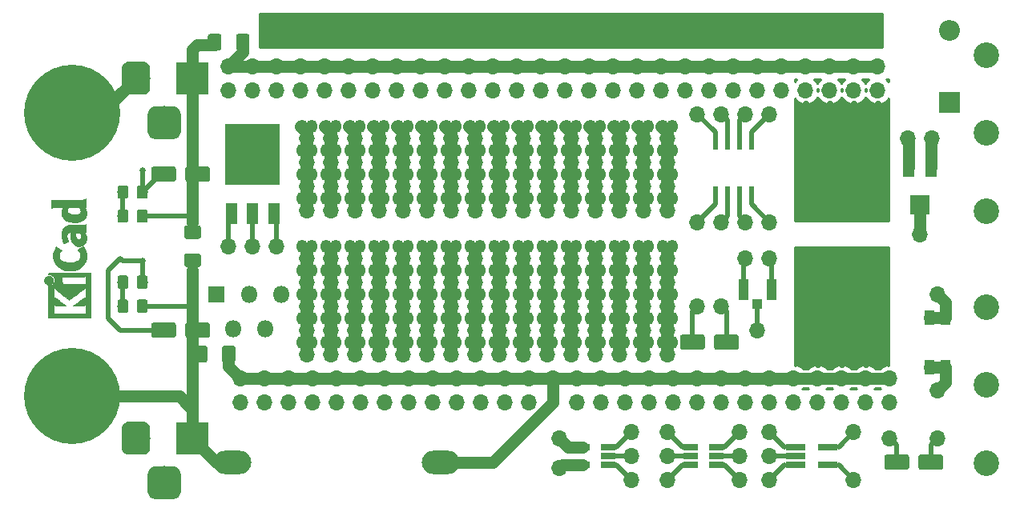
<source format=gtl>
G04 #@! TF.GenerationSoftware,KiCad,Pcbnew,5.0.2+dfsg1-1~bpo9+1*
G04 #@! TF.CreationDate,2020-03-15T22:17:02-04:00*
G04 #@! TF.ProjectId,EDIT_C,45444954-5f43-42e6-9b69-6361645f7063,0.10.a*
G04 #@! TF.SameCoordinates,Original*
G04 #@! TF.FileFunction,Copper,L1,Top*
G04 #@! TF.FilePolarity,Positive*
%FSLAX46Y46*%
G04 Gerber Fmt 4.6, Leading zero omitted, Abs format (unit mm)*
G04 Created by KiCad (PCBNEW 5.0.2+dfsg1-1~bpo9+1) date Sun 15 Mar 2020 10:17:02 PM EDT*
%MOMM*%
%LPD*%
G01*
G04 APERTURE LIST*
G04 #@! TA.AperFunction,EtchedComponent*
%ADD10C,0.010000*%
G04 #@! TD*
G04 #@! TA.AperFunction,ComponentPad*
%ADD11O,1.700000X1.700000*%
G04 #@! TD*
G04 #@! TA.AperFunction,Conductor*
%ADD12C,0.150000*%
G04 #@! TD*
G04 #@! TA.AperFunction,SMDPad,CuDef*
%ADD13C,1.600000*%
G04 #@! TD*
G04 #@! TA.AperFunction,ComponentPad*
%ADD14C,2.700000*%
G04 #@! TD*
G04 #@! TA.AperFunction,SMDPad,CuDef*
%ADD15C,1.150000*%
G04 #@! TD*
G04 #@! TA.AperFunction,ComponentPad*
%ADD16O,1.200000X1.400000*%
G04 #@! TD*
G04 #@! TA.AperFunction,SMDPad,CuDef*
%ADD17C,1.425000*%
G04 #@! TD*
G04 #@! TA.AperFunction,ComponentPad*
%ADD18R,3.500000X3.500000*%
G04 #@! TD*
G04 #@! TA.AperFunction,ComponentPad*
%ADD19C,3.000000*%
G04 #@! TD*
G04 #@! TA.AperFunction,ComponentPad*
%ADD20C,3.500000*%
G04 #@! TD*
G04 #@! TA.AperFunction,ComponentPad*
%ADD21O,4.000500X2.499360*%
G04 #@! TD*
G04 #@! TA.AperFunction,ComponentPad*
%ADD22O,1.800000X1.800000*%
G04 #@! TD*
G04 #@! TA.AperFunction,ComponentPad*
%ADD23R,1.800000X1.800000*%
G04 #@! TD*
G04 #@! TA.AperFunction,SMDPad,CuDef*
%ADD24R,5.800000X6.400000*%
G04 #@! TD*
G04 #@! TA.AperFunction,SMDPad,CuDef*
%ADD25R,1.200000X2.200000*%
G04 #@! TD*
G04 #@! TA.AperFunction,SMDPad,CuDef*
%ADD26R,1.560000X0.650000*%
G04 #@! TD*
G04 #@! TA.AperFunction,SMDPad,CuDef*
%ADD27R,2.000000X0.650000*%
G04 #@! TD*
G04 #@! TA.AperFunction,SMDPad,CuDef*
%ADD28R,0.600000X1.550000*%
G04 #@! TD*
G04 #@! TA.AperFunction,SMDPad,CuDef*
%ADD29R,1.050000X2.200000*%
G04 #@! TD*
G04 #@! TA.AperFunction,SMDPad,CuDef*
%ADD30R,1.000000X1.050000*%
G04 #@! TD*
G04 #@! TA.AperFunction,SMDPad,CuDef*
%ADD31R,1.300000X2.000000*%
G04 #@! TD*
G04 #@! TA.AperFunction,SMDPad,CuDef*
%ADD32R,2.000000X2.000000*%
G04 #@! TD*
G04 #@! TA.AperFunction,SMDPad,CuDef*
%ADD33R,1.000000X1.550000*%
G04 #@! TD*
G04 #@! TA.AperFunction,ComponentPad*
%ADD34C,10.160000*%
G04 #@! TD*
G04 #@! TA.AperFunction,ComponentPad*
%ADD35O,2.200000X2.200000*%
G04 #@! TD*
G04 #@! TA.AperFunction,ComponentPad*
%ADD36R,2.200000X2.200000*%
G04 #@! TD*
G04 #@! TA.AperFunction,ViaPad*
%ADD37C,0.635000*%
G04 #@! TD*
G04 #@! TA.AperFunction,Conductor*
%ADD38C,1.270000*%
G04 #@! TD*
G04 #@! TA.AperFunction,Conductor*
%ADD39C,0.508000*%
G04 #@! TD*
G04 #@! TA.AperFunction,NonConductor*
%ADD40C,0.254000*%
G04 #@! TD*
G04 APERTURE END LIST*
D10*
G04 #@! TO.C,REF\002A\002A*
G36*
X15269054Y-90576400D02*
X15382993Y-90565535D01*
X15490616Y-90533918D01*
X15589615Y-90483015D01*
X15677684Y-90414293D01*
X15752516Y-90329219D01*
X15810384Y-90232232D01*
X15850005Y-90125964D01*
X15868573Y-90018950D01*
X15867434Y-89913300D01*
X15847930Y-89811125D01*
X15811406Y-89714534D01*
X15759205Y-89625638D01*
X15692673Y-89546546D01*
X15613152Y-89479369D01*
X15521987Y-89426217D01*
X15420523Y-89389199D01*
X15310102Y-89370427D01*
X15260206Y-89368489D01*
X15172267Y-89368489D01*
X15172267Y-89316560D01*
X15175111Y-89280253D01*
X15186911Y-89253355D01*
X15210649Y-89226249D01*
X15249031Y-89187867D01*
X17440602Y-89187867D01*
X17702739Y-89187876D01*
X17943241Y-89187908D01*
X18163048Y-89187972D01*
X18363101Y-89188076D01*
X18544344Y-89188227D01*
X18707716Y-89188434D01*
X18854160Y-89188706D01*
X18984617Y-89189050D01*
X19100029Y-89189474D01*
X19201338Y-89189987D01*
X19289484Y-89190597D01*
X19365410Y-89191312D01*
X19430057Y-89192140D01*
X19484367Y-89193089D01*
X19529280Y-89194167D01*
X19565740Y-89195383D01*
X19594687Y-89196745D01*
X19617063Y-89198261D01*
X19633809Y-89199938D01*
X19645868Y-89201786D01*
X19654180Y-89203813D01*
X19659687Y-89206025D01*
X19661537Y-89207108D01*
X19668549Y-89211271D01*
X19674996Y-89214805D01*
X19680900Y-89218635D01*
X19686286Y-89223682D01*
X19691178Y-89230871D01*
X19695598Y-89241123D01*
X19699572Y-89255364D01*
X19703121Y-89274514D01*
X19706270Y-89299499D01*
X19709042Y-89331240D01*
X19711461Y-89370662D01*
X19713551Y-89418686D01*
X19715335Y-89476237D01*
X19716837Y-89544237D01*
X19718080Y-89623610D01*
X19719089Y-89715279D01*
X19719885Y-89820166D01*
X19720494Y-89939196D01*
X19720939Y-90073290D01*
X19721243Y-90223373D01*
X19721430Y-90390367D01*
X19721524Y-90575196D01*
X19721548Y-90778783D01*
X19721525Y-91002050D01*
X19721480Y-91245922D01*
X19721437Y-91511321D01*
X19721432Y-91549704D01*
X19721389Y-91816682D01*
X19721318Y-92062002D01*
X19721213Y-92286583D01*
X19721066Y-92491345D01*
X19720869Y-92677206D01*
X19720616Y-92845088D01*
X19720300Y-92995908D01*
X19719913Y-93130587D01*
X19719447Y-93250044D01*
X19718897Y-93355199D01*
X19718253Y-93446971D01*
X19717511Y-93526279D01*
X19716661Y-93594043D01*
X19715697Y-93651182D01*
X19714611Y-93698617D01*
X19713397Y-93737266D01*
X19712047Y-93768049D01*
X19710555Y-93791885D01*
X19708911Y-93809694D01*
X19707111Y-93822395D01*
X19705145Y-93830908D01*
X19703477Y-93835266D01*
X19699906Y-93843728D01*
X19697270Y-93851497D01*
X19694634Y-93858602D01*
X19691062Y-93865073D01*
X19685621Y-93870939D01*
X19677375Y-93876229D01*
X19665390Y-93880974D01*
X19648731Y-93885202D01*
X19626463Y-93888943D01*
X19597652Y-93892227D01*
X19561363Y-93895083D01*
X19516661Y-93897540D01*
X19462611Y-93899629D01*
X19398279Y-93901378D01*
X19322730Y-93902817D01*
X19235030Y-93903976D01*
X19134243Y-93904883D01*
X19019434Y-93905569D01*
X18889670Y-93906063D01*
X18744015Y-93906395D01*
X18581535Y-93906593D01*
X18401295Y-93906687D01*
X18202360Y-93906708D01*
X17983796Y-93906685D01*
X17744668Y-93906646D01*
X17484040Y-93906622D01*
X17441889Y-93906622D01*
X17178992Y-93906636D01*
X16937732Y-93906661D01*
X16717165Y-93906671D01*
X16516352Y-93906642D01*
X16334349Y-93906548D01*
X16170216Y-93906362D01*
X16023011Y-93906059D01*
X15891792Y-93905614D01*
X15781867Y-93905034D01*
X15781867Y-93602197D01*
X15839711Y-93562407D01*
X15855479Y-93551236D01*
X15869441Y-93541166D01*
X15882784Y-93532138D01*
X15896693Y-93524097D01*
X15912356Y-93516986D01*
X15930958Y-93510747D01*
X15953686Y-93505325D01*
X15981727Y-93500662D01*
X16016267Y-93496701D01*
X16058492Y-93493385D01*
X16109589Y-93490659D01*
X16170744Y-93488464D01*
X16243144Y-93486745D01*
X16327975Y-93485444D01*
X16426422Y-93484505D01*
X16539674Y-93483870D01*
X16668916Y-93483484D01*
X16815334Y-93483288D01*
X16980116Y-93483227D01*
X17164447Y-93483243D01*
X17369513Y-93483280D01*
X17492133Y-93483289D01*
X17709082Y-93483265D01*
X17904642Y-93483231D01*
X18079999Y-93483243D01*
X18236341Y-93483358D01*
X18374857Y-93483630D01*
X18496734Y-93484118D01*
X18603160Y-93484876D01*
X18695322Y-93485962D01*
X18774409Y-93487431D01*
X18841608Y-93489340D01*
X18898107Y-93491744D01*
X18945093Y-93494701D01*
X18983755Y-93498266D01*
X19015280Y-93502495D01*
X19040855Y-93507446D01*
X19061670Y-93513173D01*
X19078911Y-93519733D01*
X19093765Y-93527183D01*
X19107422Y-93535579D01*
X19121069Y-93544976D01*
X19135893Y-93555432D01*
X19144783Y-93561523D01*
X19202400Y-93600296D01*
X19202400Y-93068732D01*
X19202365Y-92945483D01*
X19202215Y-92842987D01*
X19201878Y-92759420D01*
X19201286Y-92692956D01*
X19200367Y-92641771D01*
X19199051Y-92604041D01*
X19197269Y-92577940D01*
X19194951Y-92561644D01*
X19192026Y-92553328D01*
X19188424Y-92551168D01*
X19184075Y-92553339D01*
X19182645Y-92554535D01*
X19145573Y-92579685D01*
X19092772Y-92605583D01*
X19030770Y-92629192D01*
X19004357Y-92637461D01*
X18986416Y-92642078D01*
X18965355Y-92645979D01*
X18939089Y-92649248D01*
X18905532Y-92651966D01*
X18862599Y-92654215D01*
X18808204Y-92656077D01*
X18740262Y-92657636D01*
X18656688Y-92658972D01*
X18555395Y-92660169D01*
X18434300Y-92661308D01*
X18389600Y-92661685D01*
X18264449Y-92662702D01*
X18160082Y-92663460D01*
X18074707Y-92663903D01*
X18006533Y-92663970D01*
X17953765Y-92663605D01*
X17914614Y-92662748D01*
X17887285Y-92661341D01*
X17869986Y-92659325D01*
X17860926Y-92656643D01*
X17858312Y-92653236D01*
X17860351Y-92649044D01*
X17864667Y-92644571D01*
X17877602Y-92634216D01*
X17906676Y-92612158D01*
X17949759Y-92579957D01*
X18004718Y-92539174D01*
X18069423Y-92491370D01*
X18141742Y-92438105D01*
X18219544Y-92380940D01*
X18300698Y-92321437D01*
X18383072Y-92261155D01*
X18464536Y-92201655D01*
X18542957Y-92144498D01*
X18616204Y-92091245D01*
X18682147Y-92043457D01*
X18738654Y-92002693D01*
X18783593Y-91970516D01*
X18814834Y-91948485D01*
X18821466Y-91943917D01*
X18858369Y-91920996D01*
X18906359Y-91894188D01*
X18955897Y-91868789D01*
X18962577Y-91865568D01*
X19010772Y-91843890D01*
X19048334Y-91831304D01*
X19084160Y-91825574D01*
X19126200Y-91824456D01*
X19202400Y-91825090D01*
X19202400Y-90670651D01*
X19108669Y-90761815D01*
X19058775Y-90808612D01*
X19002295Y-90858899D01*
X18948026Y-90904944D01*
X18922673Y-90925369D01*
X18883128Y-90955807D01*
X18829916Y-90995862D01*
X18764667Y-91044361D01*
X18689011Y-91100135D01*
X18604577Y-91162011D01*
X18512994Y-91228819D01*
X18415892Y-91299387D01*
X18314901Y-91372545D01*
X18211650Y-91447121D01*
X18107768Y-91521944D01*
X18004885Y-91595843D01*
X17904631Y-91667646D01*
X17808636Y-91736184D01*
X17718527Y-91800284D01*
X17635936Y-91858775D01*
X17562492Y-91910486D01*
X17499824Y-91954247D01*
X17449561Y-91988885D01*
X17413334Y-92013230D01*
X17392771Y-92026111D01*
X17388668Y-92027869D01*
X17377342Y-92019910D01*
X17350162Y-91999115D01*
X17308829Y-91966847D01*
X17255044Y-91924470D01*
X17190506Y-91873347D01*
X17116918Y-91814841D01*
X17035978Y-91750314D01*
X16949388Y-91681131D01*
X16858848Y-91608653D01*
X16766060Y-91534246D01*
X16691702Y-91474517D01*
X16691702Y-90463511D01*
X16704659Y-90457602D01*
X16726908Y-90443272D01*
X16728391Y-90442225D01*
X16758544Y-90423438D01*
X16795375Y-90403791D01*
X16803511Y-90399892D01*
X16811940Y-90396356D01*
X16822059Y-90393230D01*
X16835260Y-90390486D01*
X16852938Y-90388092D01*
X16876484Y-90386019D01*
X16907293Y-90384235D01*
X16946757Y-90382712D01*
X16996269Y-90381419D01*
X17057223Y-90380326D01*
X17131011Y-90379403D01*
X17219028Y-90378619D01*
X17322665Y-90377945D01*
X17443316Y-90377350D01*
X17582374Y-90376805D01*
X17741232Y-90376279D01*
X17920089Y-90375745D01*
X18105207Y-90375206D01*
X18269145Y-90374772D01*
X18413303Y-90374509D01*
X18539079Y-90374484D01*
X18647871Y-90374765D01*
X18741077Y-90375419D01*
X18820097Y-90376514D01*
X18886328Y-90378118D01*
X18941170Y-90380297D01*
X18986021Y-90383119D01*
X19022278Y-90386651D01*
X19051341Y-90390961D01*
X19074609Y-90396117D01*
X19093479Y-90402185D01*
X19109351Y-90409233D01*
X19123622Y-90417329D01*
X19137691Y-90426540D01*
X19150158Y-90435040D01*
X19176452Y-90452176D01*
X19194037Y-90462322D01*
X19197257Y-90463511D01*
X19198334Y-90452604D01*
X19199335Y-90421411D01*
X19200235Y-90372223D01*
X19201010Y-90307333D01*
X19201637Y-90229030D01*
X19202091Y-90139607D01*
X19202349Y-90041356D01*
X19202400Y-89972445D01*
X19202180Y-89867452D01*
X19201548Y-89770610D01*
X19200549Y-89684107D01*
X19199227Y-89610132D01*
X19197626Y-89550874D01*
X19195791Y-89508520D01*
X19193765Y-89485260D01*
X19192493Y-89481378D01*
X19177591Y-89489076D01*
X19169560Y-89497074D01*
X19152434Y-89510246D01*
X19122183Y-89527485D01*
X19097622Y-89539407D01*
X19038711Y-89566045D01*
X17861845Y-89569120D01*
X16684978Y-89572195D01*
X16684978Y-90017853D01*
X16685142Y-90115670D01*
X16685611Y-90206064D01*
X16686347Y-90286630D01*
X16687316Y-90354962D01*
X16688480Y-90408656D01*
X16689803Y-90445305D01*
X16691249Y-90462504D01*
X16691702Y-90463511D01*
X16691702Y-91474517D01*
X16672722Y-91459270D01*
X16580537Y-91385090D01*
X16491204Y-91313069D01*
X16406424Y-91244569D01*
X16327898Y-91180955D01*
X16257326Y-91123588D01*
X16196409Y-91073833D01*
X16146847Y-91033052D01*
X16126178Y-91015888D01*
X16025516Y-90929596D01*
X15942259Y-90852997D01*
X15874438Y-90784183D01*
X15820089Y-90721248D01*
X15812722Y-90711867D01*
X15782117Y-90672356D01*
X15781867Y-91804116D01*
X15829844Y-91798827D01*
X15887188Y-91802130D01*
X15955463Y-91823661D01*
X16035212Y-91863635D01*
X16107495Y-91908943D01*
X16130140Y-91925161D01*
X16167696Y-91953214D01*
X16218021Y-91991430D01*
X16278973Y-92038137D01*
X16348411Y-92091661D01*
X16424194Y-92150331D01*
X16504180Y-92212475D01*
X16586228Y-92276421D01*
X16668196Y-92340495D01*
X16747943Y-92403027D01*
X16823327Y-92462343D01*
X16892207Y-92516771D01*
X16952442Y-92564639D01*
X17001889Y-92604275D01*
X17038408Y-92634006D01*
X17059858Y-92652161D01*
X17063156Y-92655220D01*
X17055149Y-92658079D01*
X17024855Y-92660293D01*
X16972556Y-92661857D01*
X16898531Y-92662767D01*
X16803063Y-92663020D01*
X16686434Y-92662613D01*
X16566445Y-92661704D01*
X16434333Y-92660382D01*
X16322594Y-92658857D01*
X16229025Y-92656881D01*
X16151419Y-92654206D01*
X16087574Y-92650582D01*
X16035283Y-92645761D01*
X15992344Y-92639494D01*
X15956551Y-92631532D01*
X15925700Y-92621627D01*
X15897586Y-92609531D01*
X15870005Y-92594993D01*
X15844966Y-92580311D01*
X15781867Y-92542314D01*
X15781867Y-93602197D01*
X15781867Y-93905034D01*
X15775617Y-93905001D01*
X15673544Y-93904195D01*
X15584633Y-93903170D01*
X15507941Y-93901900D01*
X15442527Y-93900360D01*
X15387449Y-93898524D01*
X15341765Y-93896367D01*
X15304534Y-93893863D01*
X15274813Y-93890987D01*
X15251662Y-93887713D01*
X15234139Y-93884015D01*
X15221301Y-93879869D01*
X15212208Y-93875247D01*
X15205918Y-93870126D01*
X15201488Y-93864478D01*
X15197978Y-93858279D01*
X15194445Y-93851504D01*
X15190876Y-93845508D01*
X15188300Y-93840275D01*
X15185972Y-93832099D01*
X15183878Y-93819886D01*
X15182007Y-93802541D01*
X15180347Y-93778969D01*
X15178884Y-93748077D01*
X15177608Y-93708768D01*
X15176504Y-93659950D01*
X15175561Y-93600527D01*
X15174767Y-93529404D01*
X15174109Y-93445488D01*
X15173575Y-93347683D01*
X15173153Y-93234894D01*
X15172829Y-93106029D01*
X15172592Y-92959991D01*
X15172430Y-92795686D01*
X15172330Y-92612020D01*
X15172280Y-92407897D01*
X15172267Y-92196753D01*
X15172267Y-90576400D01*
X15269054Y-90576400D01*
X15269054Y-90576400D01*
G37*
X15269054Y-90576400D02*
X15382993Y-90565535D01*
X15490616Y-90533918D01*
X15589615Y-90483015D01*
X15677684Y-90414293D01*
X15752516Y-90329219D01*
X15810384Y-90232232D01*
X15850005Y-90125964D01*
X15868573Y-90018950D01*
X15867434Y-89913300D01*
X15847930Y-89811125D01*
X15811406Y-89714534D01*
X15759205Y-89625638D01*
X15692673Y-89546546D01*
X15613152Y-89479369D01*
X15521987Y-89426217D01*
X15420523Y-89389199D01*
X15310102Y-89370427D01*
X15260206Y-89368489D01*
X15172267Y-89368489D01*
X15172267Y-89316560D01*
X15175111Y-89280253D01*
X15186911Y-89253355D01*
X15210649Y-89226249D01*
X15249031Y-89187867D01*
X17440602Y-89187867D01*
X17702739Y-89187876D01*
X17943241Y-89187908D01*
X18163048Y-89187972D01*
X18363101Y-89188076D01*
X18544344Y-89188227D01*
X18707716Y-89188434D01*
X18854160Y-89188706D01*
X18984617Y-89189050D01*
X19100029Y-89189474D01*
X19201338Y-89189987D01*
X19289484Y-89190597D01*
X19365410Y-89191312D01*
X19430057Y-89192140D01*
X19484367Y-89193089D01*
X19529280Y-89194167D01*
X19565740Y-89195383D01*
X19594687Y-89196745D01*
X19617063Y-89198261D01*
X19633809Y-89199938D01*
X19645868Y-89201786D01*
X19654180Y-89203813D01*
X19659687Y-89206025D01*
X19661537Y-89207108D01*
X19668549Y-89211271D01*
X19674996Y-89214805D01*
X19680900Y-89218635D01*
X19686286Y-89223682D01*
X19691178Y-89230871D01*
X19695598Y-89241123D01*
X19699572Y-89255364D01*
X19703121Y-89274514D01*
X19706270Y-89299499D01*
X19709042Y-89331240D01*
X19711461Y-89370662D01*
X19713551Y-89418686D01*
X19715335Y-89476237D01*
X19716837Y-89544237D01*
X19718080Y-89623610D01*
X19719089Y-89715279D01*
X19719885Y-89820166D01*
X19720494Y-89939196D01*
X19720939Y-90073290D01*
X19721243Y-90223373D01*
X19721430Y-90390367D01*
X19721524Y-90575196D01*
X19721548Y-90778783D01*
X19721525Y-91002050D01*
X19721480Y-91245922D01*
X19721437Y-91511321D01*
X19721432Y-91549704D01*
X19721389Y-91816682D01*
X19721318Y-92062002D01*
X19721213Y-92286583D01*
X19721066Y-92491345D01*
X19720869Y-92677206D01*
X19720616Y-92845088D01*
X19720300Y-92995908D01*
X19719913Y-93130587D01*
X19719447Y-93250044D01*
X19718897Y-93355199D01*
X19718253Y-93446971D01*
X19717511Y-93526279D01*
X19716661Y-93594043D01*
X19715697Y-93651182D01*
X19714611Y-93698617D01*
X19713397Y-93737266D01*
X19712047Y-93768049D01*
X19710555Y-93791885D01*
X19708911Y-93809694D01*
X19707111Y-93822395D01*
X19705145Y-93830908D01*
X19703477Y-93835266D01*
X19699906Y-93843728D01*
X19697270Y-93851497D01*
X19694634Y-93858602D01*
X19691062Y-93865073D01*
X19685621Y-93870939D01*
X19677375Y-93876229D01*
X19665390Y-93880974D01*
X19648731Y-93885202D01*
X19626463Y-93888943D01*
X19597652Y-93892227D01*
X19561363Y-93895083D01*
X19516661Y-93897540D01*
X19462611Y-93899629D01*
X19398279Y-93901378D01*
X19322730Y-93902817D01*
X19235030Y-93903976D01*
X19134243Y-93904883D01*
X19019434Y-93905569D01*
X18889670Y-93906063D01*
X18744015Y-93906395D01*
X18581535Y-93906593D01*
X18401295Y-93906687D01*
X18202360Y-93906708D01*
X17983796Y-93906685D01*
X17744668Y-93906646D01*
X17484040Y-93906622D01*
X17441889Y-93906622D01*
X17178992Y-93906636D01*
X16937732Y-93906661D01*
X16717165Y-93906671D01*
X16516352Y-93906642D01*
X16334349Y-93906548D01*
X16170216Y-93906362D01*
X16023011Y-93906059D01*
X15891792Y-93905614D01*
X15781867Y-93905034D01*
X15781867Y-93602197D01*
X15839711Y-93562407D01*
X15855479Y-93551236D01*
X15869441Y-93541166D01*
X15882784Y-93532138D01*
X15896693Y-93524097D01*
X15912356Y-93516986D01*
X15930958Y-93510747D01*
X15953686Y-93505325D01*
X15981727Y-93500662D01*
X16016267Y-93496701D01*
X16058492Y-93493385D01*
X16109589Y-93490659D01*
X16170744Y-93488464D01*
X16243144Y-93486745D01*
X16327975Y-93485444D01*
X16426422Y-93484505D01*
X16539674Y-93483870D01*
X16668916Y-93483484D01*
X16815334Y-93483288D01*
X16980116Y-93483227D01*
X17164447Y-93483243D01*
X17369513Y-93483280D01*
X17492133Y-93483289D01*
X17709082Y-93483265D01*
X17904642Y-93483231D01*
X18079999Y-93483243D01*
X18236341Y-93483358D01*
X18374857Y-93483630D01*
X18496734Y-93484118D01*
X18603160Y-93484876D01*
X18695322Y-93485962D01*
X18774409Y-93487431D01*
X18841608Y-93489340D01*
X18898107Y-93491744D01*
X18945093Y-93494701D01*
X18983755Y-93498266D01*
X19015280Y-93502495D01*
X19040855Y-93507446D01*
X19061670Y-93513173D01*
X19078911Y-93519733D01*
X19093765Y-93527183D01*
X19107422Y-93535579D01*
X19121069Y-93544976D01*
X19135893Y-93555432D01*
X19144783Y-93561523D01*
X19202400Y-93600296D01*
X19202400Y-93068732D01*
X19202365Y-92945483D01*
X19202215Y-92842987D01*
X19201878Y-92759420D01*
X19201286Y-92692956D01*
X19200367Y-92641771D01*
X19199051Y-92604041D01*
X19197269Y-92577940D01*
X19194951Y-92561644D01*
X19192026Y-92553328D01*
X19188424Y-92551168D01*
X19184075Y-92553339D01*
X19182645Y-92554535D01*
X19145573Y-92579685D01*
X19092772Y-92605583D01*
X19030770Y-92629192D01*
X19004357Y-92637461D01*
X18986416Y-92642078D01*
X18965355Y-92645979D01*
X18939089Y-92649248D01*
X18905532Y-92651966D01*
X18862599Y-92654215D01*
X18808204Y-92656077D01*
X18740262Y-92657636D01*
X18656688Y-92658972D01*
X18555395Y-92660169D01*
X18434300Y-92661308D01*
X18389600Y-92661685D01*
X18264449Y-92662702D01*
X18160082Y-92663460D01*
X18074707Y-92663903D01*
X18006533Y-92663970D01*
X17953765Y-92663605D01*
X17914614Y-92662748D01*
X17887285Y-92661341D01*
X17869986Y-92659325D01*
X17860926Y-92656643D01*
X17858312Y-92653236D01*
X17860351Y-92649044D01*
X17864667Y-92644571D01*
X17877602Y-92634216D01*
X17906676Y-92612158D01*
X17949759Y-92579957D01*
X18004718Y-92539174D01*
X18069423Y-92491370D01*
X18141742Y-92438105D01*
X18219544Y-92380940D01*
X18300698Y-92321437D01*
X18383072Y-92261155D01*
X18464536Y-92201655D01*
X18542957Y-92144498D01*
X18616204Y-92091245D01*
X18682147Y-92043457D01*
X18738654Y-92002693D01*
X18783593Y-91970516D01*
X18814834Y-91948485D01*
X18821466Y-91943917D01*
X18858369Y-91920996D01*
X18906359Y-91894188D01*
X18955897Y-91868789D01*
X18962577Y-91865568D01*
X19010772Y-91843890D01*
X19048334Y-91831304D01*
X19084160Y-91825574D01*
X19126200Y-91824456D01*
X19202400Y-91825090D01*
X19202400Y-90670651D01*
X19108669Y-90761815D01*
X19058775Y-90808612D01*
X19002295Y-90858899D01*
X18948026Y-90904944D01*
X18922673Y-90925369D01*
X18883128Y-90955807D01*
X18829916Y-90995862D01*
X18764667Y-91044361D01*
X18689011Y-91100135D01*
X18604577Y-91162011D01*
X18512994Y-91228819D01*
X18415892Y-91299387D01*
X18314901Y-91372545D01*
X18211650Y-91447121D01*
X18107768Y-91521944D01*
X18004885Y-91595843D01*
X17904631Y-91667646D01*
X17808636Y-91736184D01*
X17718527Y-91800284D01*
X17635936Y-91858775D01*
X17562492Y-91910486D01*
X17499824Y-91954247D01*
X17449561Y-91988885D01*
X17413334Y-92013230D01*
X17392771Y-92026111D01*
X17388668Y-92027869D01*
X17377342Y-92019910D01*
X17350162Y-91999115D01*
X17308829Y-91966847D01*
X17255044Y-91924470D01*
X17190506Y-91873347D01*
X17116918Y-91814841D01*
X17035978Y-91750314D01*
X16949388Y-91681131D01*
X16858848Y-91608653D01*
X16766060Y-91534246D01*
X16691702Y-91474517D01*
X16691702Y-90463511D01*
X16704659Y-90457602D01*
X16726908Y-90443272D01*
X16728391Y-90442225D01*
X16758544Y-90423438D01*
X16795375Y-90403791D01*
X16803511Y-90399892D01*
X16811940Y-90396356D01*
X16822059Y-90393230D01*
X16835260Y-90390486D01*
X16852938Y-90388092D01*
X16876484Y-90386019D01*
X16907293Y-90384235D01*
X16946757Y-90382712D01*
X16996269Y-90381419D01*
X17057223Y-90380326D01*
X17131011Y-90379403D01*
X17219028Y-90378619D01*
X17322665Y-90377945D01*
X17443316Y-90377350D01*
X17582374Y-90376805D01*
X17741232Y-90376279D01*
X17920089Y-90375745D01*
X18105207Y-90375206D01*
X18269145Y-90374772D01*
X18413303Y-90374509D01*
X18539079Y-90374484D01*
X18647871Y-90374765D01*
X18741077Y-90375419D01*
X18820097Y-90376514D01*
X18886328Y-90378118D01*
X18941170Y-90380297D01*
X18986021Y-90383119D01*
X19022278Y-90386651D01*
X19051341Y-90390961D01*
X19074609Y-90396117D01*
X19093479Y-90402185D01*
X19109351Y-90409233D01*
X19123622Y-90417329D01*
X19137691Y-90426540D01*
X19150158Y-90435040D01*
X19176452Y-90452176D01*
X19194037Y-90462322D01*
X19197257Y-90463511D01*
X19198334Y-90452604D01*
X19199335Y-90421411D01*
X19200235Y-90372223D01*
X19201010Y-90307333D01*
X19201637Y-90229030D01*
X19202091Y-90139607D01*
X19202349Y-90041356D01*
X19202400Y-89972445D01*
X19202180Y-89867452D01*
X19201548Y-89770610D01*
X19200549Y-89684107D01*
X19199227Y-89610132D01*
X19197626Y-89550874D01*
X19195791Y-89508520D01*
X19193765Y-89485260D01*
X19192493Y-89481378D01*
X19177591Y-89489076D01*
X19169560Y-89497074D01*
X19152434Y-89510246D01*
X19122183Y-89527485D01*
X19097622Y-89539407D01*
X19038711Y-89566045D01*
X17861845Y-89569120D01*
X16684978Y-89572195D01*
X16684978Y-90017853D01*
X16685142Y-90115670D01*
X16685611Y-90206064D01*
X16686347Y-90286630D01*
X16687316Y-90354962D01*
X16688480Y-90408656D01*
X16689803Y-90445305D01*
X16691249Y-90462504D01*
X16691702Y-90463511D01*
X16691702Y-91474517D01*
X16672722Y-91459270D01*
X16580537Y-91385090D01*
X16491204Y-91313069D01*
X16406424Y-91244569D01*
X16327898Y-91180955D01*
X16257326Y-91123588D01*
X16196409Y-91073833D01*
X16146847Y-91033052D01*
X16126178Y-91015888D01*
X16025516Y-90929596D01*
X15942259Y-90852997D01*
X15874438Y-90784183D01*
X15820089Y-90721248D01*
X15812722Y-90711867D01*
X15782117Y-90672356D01*
X15781867Y-91804116D01*
X15829844Y-91798827D01*
X15887188Y-91802130D01*
X15955463Y-91823661D01*
X16035212Y-91863635D01*
X16107495Y-91908943D01*
X16130140Y-91925161D01*
X16167696Y-91953214D01*
X16218021Y-91991430D01*
X16278973Y-92038137D01*
X16348411Y-92091661D01*
X16424194Y-92150331D01*
X16504180Y-92212475D01*
X16586228Y-92276421D01*
X16668196Y-92340495D01*
X16747943Y-92403027D01*
X16823327Y-92462343D01*
X16892207Y-92516771D01*
X16952442Y-92564639D01*
X17001889Y-92604275D01*
X17038408Y-92634006D01*
X17059858Y-92652161D01*
X17063156Y-92655220D01*
X17055149Y-92658079D01*
X17024855Y-92660293D01*
X16972556Y-92661857D01*
X16898531Y-92662767D01*
X16803063Y-92663020D01*
X16686434Y-92662613D01*
X16566445Y-92661704D01*
X16434333Y-92660382D01*
X16322594Y-92658857D01*
X16229025Y-92656881D01*
X16151419Y-92654206D01*
X16087574Y-92650582D01*
X16035283Y-92645761D01*
X15992344Y-92639494D01*
X15956551Y-92631532D01*
X15925700Y-92621627D01*
X15897586Y-92609531D01*
X15870005Y-92594993D01*
X15844966Y-92580311D01*
X15781867Y-92542314D01*
X15781867Y-93602197D01*
X15781867Y-93905034D01*
X15775617Y-93905001D01*
X15673544Y-93904195D01*
X15584633Y-93903170D01*
X15507941Y-93901900D01*
X15442527Y-93900360D01*
X15387449Y-93898524D01*
X15341765Y-93896367D01*
X15304534Y-93893863D01*
X15274813Y-93890987D01*
X15251662Y-93887713D01*
X15234139Y-93884015D01*
X15221301Y-93879869D01*
X15212208Y-93875247D01*
X15205918Y-93870126D01*
X15201488Y-93864478D01*
X15197978Y-93858279D01*
X15194445Y-93851504D01*
X15190876Y-93845508D01*
X15188300Y-93840275D01*
X15185972Y-93832099D01*
X15183878Y-93819886D01*
X15182007Y-93802541D01*
X15180347Y-93778969D01*
X15178884Y-93748077D01*
X15177608Y-93708768D01*
X15176504Y-93659950D01*
X15175561Y-93600527D01*
X15174767Y-93529404D01*
X15174109Y-93445488D01*
X15173575Y-93347683D01*
X15173153Y-93234894D01*
X15172829Y-93106029D01*
X15172592Y-92959991D01*
X15172430Y-92795686D01*
X15172330Y-92612020D01*
X15172280Y-92407897D01*
X15172267Y-92196753D01*
X15172267Y-90576400D01*
X15269054Y-90576400D01*
G36*
X15729071Y-87301571D02*
X15750245Y-87141430D01*
X15790385Y-86977490D01*
X15849889Y-86807687D01*
X15929154Y-86629957D01*
X15934699Y-86618690D01*
X15962725Y-86560995D01*
X15986802Y-86509448D01*
X16005249Y-86467809D01*
X16016386Y-86439838D01*
X16018933Y-86430267D01*
X16023941Y-86411050D01*
X16028147Y-86406439D01*
X16038580Y-86411542D01*
X16064868Y-86427582D01*
X16104257Y-86452712D01*
X16153991Y-86485086D01*
X16211315Y-86522857D01*
X16273476Y-86564178D01*
X16337718Y-86607202D01*
X16401285Y-86650083D01*
X16461425Y-86690974D01*
X16515380Y-86728029D01*
X16560397Y-86759400D01*
X16593721Y-86783241D01*
X16612597Y-86797706D01*
X16614787Y-86799691D01*
X16610138Y-86809809D01*
X16592962Y-86832150D01*
X16566440Y-86862720D01*
X16551964Y-86878464D01*
X16476682Y-86974953D01*
X16421241Y-87081664D01*
X16386141Y-87197168D01*
X16371880Y-87320038D01*
X16373051Y-87389439D01*
X16390212Y-87510577D01*
X16426094Y-87619795D01*
X16480959Y-87717418D01*
X16555070Y-87803772D01*
X16648688Y-87879185D01*
X16762076Y-87943982D01*
X16848667Y-87981399D01*
X16984366Y-88025252D01*
X17131850Y-88057572D01*
X17287314Y-88078443D01*
X17446956Y-88087949D01*
X17606973Y-88086173D01*
X17763561Y-88073197D01*
X17912918Y-88049106D01*
X18051240Y-88013982D01*
X18174724Y-87967908D01*
X18208978Y-87951627D01*
X18323064Y-87883380D01*
X18419557Y-87802921D01*
X18497670Y-87711430D01*
X18556617Y-87610089D01*
X18595612Y-87500080D01*
X18613868Y-87382585D01*
X18615211Y-87341117D01*
X18604290Y-87219559D01*
X18571474Y-87099122D01*
X18517439Y-86981334D01*
X18442865Y-86867723D01*
X18364539Y-86776315D01*
X18320008Y-86729785D01*
X18617271Y-86548517D01*
X18691433Y-86503420D01*
X18759646Y-86462181D01*
X18819459Y-86426265D01*
X18868420Y-86397134D01*
X18904079Y-86376250D01*
X18923984Y-86365076D01*
X18927079Y-86363625D01*
X18936718Y-86371854D01*
X18953999Y-86397433D01*
X18977283Y-86437127D01*
X19004934Y-86487703D01*
X19035315Y-86545926D01*
X19066790Y-86608563D01*
X19097722Y-86672379D01*
X19126473Y-86734140D01*
X19151408Y-86790612D01*
X19170889Y-86838562D01*
X19179318Y-86862014D01*
X19217133Y-86995779D01*
X19242136Y-87133673D01*
X19255140Y-87281378D01*
X19257468Y-87408167D01*
X19256373Y-87476122D01*
X19254275Y-87541723D01*
X19251434Y-87599153D01*
X19248106Y-87642597D01*
X19246422Y-87656702D01*
X19217587Y-87795716D01*
X19172468Y-87937243D01*
X19113750Y-88074725D01*
X19044120Y-88201606D01*
X18991441Y-88279111D01*
X18883239Y-88406519D01*
X18756671Y-88524822D01*
X18614866Y-88631828D01*
X18460951Y-88725348D01*
X18298053Y-88803190D01*
X18180756Y-88847044D01*
X17997128Y-88897292D01*
X17802581Y-88930791D01*
X17601325Y-88947551D01*
X17397568Y-88947584D01*
X17195521Y-88930899D01*
X16999392Y-88897507D01*
X16813391Y-88847420D01*
X16801803Y-88843603D01*
X16639750Y-88780719D01*
X16491832Y-88703972D01*
X16353865Y-88610758D01*
X16221661Y-88498473D01*
X16176399Y-88454608D01*
X16052457Y-88318466D01*
X15949915Y-88178509D01*
X15867656Y-88032589D01*
X15804564Y-87878558D01*
X15759523Y-87714268D01*
X15742033Y-87618711D01*
X15726466Y-87459977D01*
X15729071Y-87301571D01*
X15729071Y-87301571D01*
G37*
X15729071Y-87301571D02*
X15750245Y-87141430D01*
X15790385Y-86977490D01*
X15849889Y-86807687D01*
X15929154Y-86629957D01*
X15934699Y-86618690D01*
X15962725Y-86560995D01*
X15986802Y-86509448D01*
X16005249Y-86467809D01*
X16016386Y-86439838D01*
X16018933Y-86430267D01*
X16023941Y-86411050D01*
X16028147Y-86406439D01*
X16038580Y-86411542D01*
X16064868Y-86427582D01*
X16104257Y-86452712D01*
X16153991Y-86485086D01*
X16211315Y-86522857D01*
X16273476Y-86564178D01*
X16337718Y-86607202D01*
X16401285Y-86650083D01*
X16461425Y-86690974D01*
X16515380Y-86728029D01*
X16560397Y-86759400D01*
X16593721Y-86783241D01*
X16612597Y-86797706D01*
X16614787Y-86799691D01*
X16610138Y-86809809D01*
X16592962Y-86832150D01*
X16566440Y-86862720D01*
X16551964Y-86878464D01*
X16476682Y-86974953D01*
X16421241Y-87081664D01*
X16386141Y-87197168D01*
X16371880Y-87320038D01*
X16373051Y-87389439D01*
X16390212Y-87510577D01*
X16426094Y-87619795D01*
X16480959Y-87717418D01*
X16555070Y-87803772D01*
X16648688Y-87879185D01*
X16762076Y-87943982D01*
X16848667Y-87981399D01*
X16984366Y-88025252D01*
X17131850Y-88057572D01*
X17287314Y-88078443D01*
X17446956Y-88087949D01*
X17606973Y-88086173D01*
X17763561Y-88073197D01*
X17912918Y-88049106D01*
X18051240Y-88013982D01*
X18174724Y-87967908D01*
X18208978Y-87951627D01*
X18323064Y-87883380D01*
X18419557Y-87802921D01*
X18497670Y-87711430D01*
X18556617Y-87610089D01*
X18595612Y-87500080D01*
X18613868Y-87382585D01*
X18615211Y-87341117D01*
X18604290Y-87219559D01*
X18571474Y-87099122D01*
X18517439Y-86981334D01*
X18442865Y-86867723D01*
X18364539Y-86776315D01*
X18320008Y-86729785D01*
X18617271Y-86548517D01*
X18691433Y-86503420D01*
X18759646Y-86462181D01*
X18819459Y-86426265D01*
X18868420Y-86397134D01*
X18904079Y-86376250D01*
X18923984Y-86365076D01*
X18927079Y-86363625D01*
X18936718Y-86371854D01*
X18953999Y-86397433D01*
X18977283Y-86437127D01*
X19004934Y-86487703D01*
X19035315Y-86545926D01*
X19066790Y-86608563D01*
X19097722Y-86672379D01*
X19126473Y-86734140D01*
X19151408Y-86790612D01*
X19170889Y-86838562D01*
X19179318Y-86862014D01*
X19217133Y-86995779D01*
X19242136Y-87133673D01*
X19255140Y-87281378D01*
X19257468Y-87408167D01*
X19256373Y-87476122D01*
X19254275Y-87541723D01*
X19251434Y-87599153D01*
X19248106Y-87642597D01*
X19246422Y-87656702D01*
X19217587Y-87795716D01*
X19172468Y-87937243D01*
X19113750Y-88074725D01*
X19044120Y-88201606D01*
X18991441Y-88279111D01*
X18883239Y-88406519D01*
X18756671Y-88524822D01*
X18614866Y-88631828D01*
X18460951Y-88725348D01*
X18298053Y-88803190D01*
X18180756Y-88847044D01*
X17997128Y-88897292D01*
X17802581Y-88930791D01*
X17601325Y-88947551D01*
X17397568Y-88947584D01*
X17195521Y-88930899D01*
X16999392Y-88897507D01*
X16813391Y-88847420D01*
X16801803Y-88843603D01*
X16639750Y-88780719D01*
X16491832Y-88703972D01*
X16353865Y-88610758D01*
X16221661Y-88498473D01*
X16176399Y-88454608D01*
X16052457Y-88318466D01*
X15949915Y-88178509D01*
X15867656Y-88032589D01*
X15804564Y-87878558D01*
X15759523Y-87714268D01*
X15742033Y-87618711D01*
X15726466Y-87459977D01*
X15729071Y-87301571D01*
G36*
X16646552Y-84956426D02*
X16666567Y-84804508D01*
X16700202Y-84669244D01*
X16747725Y-84549761D01*
X16809405Y-84445185D01*
X16872965Y-84367576D01*
X16947099Y-84298735D01*
X17026871Y-84244994D01*
X17119091Y-84202090D01*
X17162161Y-84186616D01*
X17201142Y-84173756D01*
X17237289Y-84162554D01*
X17272434Y-84152880D01*
X17308410Y-84144604D01*
X17347050Y-84137597D01*
X17390185Y-84131728D01*
X17439649Y-84126869D01*
X17497273Y-84122890D01*
X17564891Y-84119660D01*
X17644334Y-84117051D01*
X17737436Y-84114933D01*
X17846027Y-84113176D01*
X17971942Y-84111651D01*
X18117012Y-84110228D01*
X18259778Y-84108975D01*
X18415968Y-84107649D01*
X18551239Y-84106444D01*
X18667246Y-84105234D01*
X18765645Y-84103894D01*
X18848093Y-84102300D01*
X18916246Y-84100325D01*
X18971760Y-84097844D01*
X19016292Y-84094731D01*
X19051498Y-84090862D01*
X19079034Y-84086111D01*
X19100556Y-84080352D01*
X19117722Y-84073461D01*
X19132186Y-84065311D01*
X19145606Y-84055777D01*
X19159638Y-84044734D01*
X19165071Y-84040434D01*
X19187910Y-84024614D01*
X19203463Y-84017578D01*
X19203922Y-84017556D01*
X19206121Y-84028433D01*
X19208147Y-84059418D01*
X19209942Y-84108043D01*
X19211451Y-84171837D01*
X19212616Y-84248331D01*
X19213380Y-84335056D01*
X19213686Y-84429543D01*
X19213689Y-84440450D01*
X19213689Y-84863343D01*
X19117622Y-84866605D01*
X19021556Y-84869867D01*
X19072543Y-84931956D01*
X19140057Y-85029286D01*
X19194749Y-85139187D01*
X19224978Y-85225651D01*
X19239666Y-85294722D01*
X19249659Y-85378075D01*
X19254646Y-85467841D01*
X19254313Y-85556155D01*
X19248351Y-85635149D01*
X19242638Y-85671378D01*
X19204776Y-85811397D01*
X19149932Y-85937822D01*
X19078924Y-86049740D01*
X18992568Y-86146238D01*
X18891679Y-86226400D01*
X18777076Y-86289313D01*
X18650984Y-86333688D01*
X18594401Y-86346022D01*
X18532202Y-86353632D01*
X18457363Y-86357261D01*
X18423467Y-86357755D01*
X18420282Y-86357690D01*
X18420282Y-85597752D01*
X18495333Y-85588459D01*
X18559160Y-85560272D01*
X18614798Y-85511803D01*
X18619211Y-85506746D01*
X18654037Y-85458452D01*
X18676620Y-85406743D01*
X18688540Y-85346011D01*
X18691383Y-85270648D01*
X18690978Y-85252541D01*
X18688325Y-85198722D01*
X18682909Y-85158692D01*
X18672745Y-85123676D01*
X18655850Y-85084897D01*
X18650672Y-85074255D01*
X18614844Y-85013604D01*
X18572212Y-84966785D01*
X18556973Y-84954048D01*
X18500462Y-84909378D01*
X18304586Y-84909378D01*
X18225939Y-84909914D01*
X18167988Y-84911604D01*
X18128875Y-84914572D01*
X18106741Y-84918943D01*
X18100274Y-84923028D01*
X18097111Y-84938953D01*
X18094488Y-84972736D01*
X18092655Y-85019660D01*
X18091857Y-85075007D01*
X18091842Y-85083894D01*
X18097096Y-85204670D01*
X18113263Y-85307340D01*
X18140961Y-85393894D01*
X18180808Y-85466319D01*
X18227758Y-85521249D01*
X18285645Y-85565796D01*
X18348693Y-85590520D01*
X18420282Y-85597752D01*
X18420282Y-86357690D01*
X18329712Y-86355822D01*
X18250812Y-86347478D01*
X18179590Y-86331232D01*
X18108864Y-86305595D01*
X18056493Y-86281599D01*
X17961196Y-86222980D01*
X17873170Y-86144883D01*
X17794017Y-86049685D01*
X17725340Y-85939762D01*
X17668741Y-85817490D01*
X17625821Y-85685245D01*
X17610882Y-85620578D01*
X17588777Y-85484396D01*
X17574194Y-85335951D01*
X17567813Y-85184495D01*
X17569445Y-85057936D01*
X17576224Y-84896050D01*
X17517245Y-84903470D01*
X17418092Y-84922762D01*
X17337372Y-84953896D01*
X17274466Y-84997731D01*
X17228756Y-85055129D01*
X17199622Y-85126952D01*
X17186447Y-85214059D01*
X17188611Y-85317314D01*
X17192612Y-85355289D01*
X17217780Y-85496480D01*
X17258814Y-85633293D01*
X17296815Y-85727822D01*
X17316190Y-85772982D01*
X17331760Y-85811415D01*
X17341405Y-85837766D01*
X17343452Y-85845454D01*
X17334374Y-85855198D01*
X17305405Y-85871917D01*
X17256217Y-85895768D01*
X17186484Y-85926907D01*
X17095879Y-85965493D01*
X17080089Y-85972090D01*
X17007772Y-86002147D01*
X16942425Y-86029126D01*
X16886906Y-86051864D01*
X16844072Y-86069194D01*
X16816781Y-86079952D01*
X16807942Y-86083059D01*
X16803187Y-86073060D01*
X16797910Y-86046783D01*
X16794231Y-86018511D01*
X16789474Y-85988354D01*
X16780028Y-85940567D01*
X16766820Y-85879388D01*
X16750776Y-85809054D01*
X16732820Y-85733806D01*
X16725797Y-85705245D01*
X16700209Y-85600184D01*
X16680147Y-85512520D01*
X16664969Y-85437932D01*
X16654035Y-85372097D01*
X16646704Y-85310693D01*
X16642335Y-85249398D01*
X16640287Y-85183890D01*
X16639889Y-85125872D01*
X16646552Y-84956426D01*
X16646552Y-84956426D01*
G37*
X16646552Y-84956426D02*
X16666567Y-84804508D01*
X16700202Y-84669244D01*
X16747725Y-84549761D01*
X16809405Y-84445185D01*
X16872965Y-84367576D01*
X16947099Y-84298735D01*
X17026871Y-84244994D01*
X17119091Y-84202090D01*
X17162161Y-84186616D01*
X17201142Y-84173756D01*
X17237289Y-84162554D01*
X17272434Y-84152880D01*
X17308410Y-84144604D01*
X17347050Y-84137597D01*
X17390185Y-84131728D01*
X17439649Y-84126869D01*
X17497273Y-84122890D01*
X17564891Y-84119660D01*
X17644334Y-84117051D01*
X17737436Y-84114933D01*
X17846027Y-84113176D01*
X17971942Y-84111651D01*
X18117012Y-84110228D01*
X18259778Y-84108975D01*
X18415968Y-84107649D01*
X18551239Y-84106444D01*
X18667246Y-84105234D01*
X18765645Y-84103894D01*
X18848093Y-84102300D01*
X18916246Y-84100325D01*
X18971760Y-84097844D01*
X19016292Y-84094731D01*
X19051498Y-84090862D01*
X19079034Y-84086111D01*
X19100556Y-84080352D01*
X19117722Y-84073461D01*
X19132186Y-84065311D01*
X19145606Y-84055777D01*
X19159638Y-84044734D01*
X19165071Y-84040434D01*
X19187910Y-84024614D01*
X19203463Y-84017578D01*
X19203922Y-84017556D01*
X19206121Y-84028433D01*
X19208147Y-84059418D01*
X19209942Y-84108043D01*
X19211451Y-84171837D01*
X19212616Y-84248331D01*
X19213380Y-84335056D01*
X19213686Y-84429543D01*
X19213689Y-84440450D01*
X19213689Y-84863343D01*
X19117622Y-84866605D01*
X19021556Y-84869867D01*
X19072543Y-84931956D01*
X19140057Y-85029286D01*
X19194749Y-85139187D01*
X19224978Y-85225651D01*
X19239666Y-85294722D01*
X19249659Y-85378075D01*
X19254646Y-85467841D01*
X19254313Y-85556155D01*
X19248351Y-85635149D01*
X19242638Y-85671378D01*
X19204776Y-85811397D01*
X19149932Y-85937822D01*
X19078924Y-86049740D01*
X18992568Y-86146238D01*
X18891679Y-86226400D01*
X18777076Y-86289313D01*
X18650984Y-86333688D01*
X18594401Y-86346022D01*
X18532202Y-86353632D01*
X18457363Y-86357261D01*
X18423467Y-86357755D01*
X18420282Y-86357690D01*
X18420282Y-85597752D01*
X18495333Y-85588459D01*
X18559160Y-85560272D01*
X18614798Y-85511803D01*
X18619211Y-85506746D01*
X18654037Y-85458452D01*
X18676620Y-85406743D01*
X18688540Y-85346011D01*
X18691383Y-85270648D01*
X18690978Y-85252541D01*
X18688325Y-85198722D01*
X18682909Y-85158692D01*
X18672745Y-85123676D01*
X18655850Y-85084897D01*
X18650672Y-85074255D01*
X18614844Y-85013604D01*
X18572212Y-84966785D01*
X18556973Y-84954048D01*
X18500462Y-84909378D01*
X18304586Y-84909378D01*
X18225939Y-84909914D01*
X18167988Y-84911604D01*
X18128875Y-84914572D01*
X18106741Y-84918943D01*
X18100274Y-84923028D01*
X18097111Y-84938953D01*
X18094488Y-84972736D01*
X18092655Y-85019660D01*
X18091857Y-85075007D01*
X18091842Y-85083894D01*
X18097096Y-85204670D01*
X18113263Y-85307340D01*
X18140961Y-85393894D01*
X18180808Y-85466319D01*
X18227758Y-85521249D01*
X18285645Y-85565796D01*
X18348693Y-85590520D01*
X18420282Y-85597752D01*
X18420282Y-86357690D01*
X18329712Y-86355822D01*
X18250812Y-86347478D01*
X18179590Y-86331232D01*
X18108864Y-86305595D01*
X18056493Y-86281599D01*
X17961196Y-86222980D01*
X17873170Y-86144883D01*
X17794017Y-86049685D01*
X17725340Y-85939762D01*
X17668741Y-85817490D01*
X17625821Y-85685245D01*
X17610882Y-85620578D01*
X17588777Y-85484396D01*
X17574194Y-85335951D01*
X17567813Y-85184495D01*
X17569445Y-85057936D01*
X17576224Y-84896050D01*
X17517245Y-84903470D01*
X17418092Y-84922762D01*
X17337372Y-84953896D01*
X17274466Y-84997731D01*
X17228756Y-85055129D01*
X17199622Y-85126952D01*
X17186447Y-85214059D01*
X17188611Y-85317314D01*
X17192612Y-85355289D01*
X17217780Y-85496480D01*
X17258814Y-85633293D01*
X17296815Y-85727822D01*
X17316190Y-85772982D01*
X17331760Y-85811415D01*
X17341405Y-85837766D01*
X17343452Y-85845454D01*
X17334374Y-85855198D01*
X17305405Y-85871917D01*
X17256217Y-85895768D01*
X17186484Y-85926907D01*
X17095879Y-85965493D01*
X17080089Y-85972090D01*
X17007772Y-86002147D01*
X16942425Y-86029126D01*
X16886906Y-86051864D01*
X16844072Y-86069194D01*
X16816781Y-86079952D01*
X16807942Y-86083059D01*
X16803187Y-86073060D01*
X16797910Y-86046783D01*
X16794231Y-86018511D01*
X16789474Y-85988354D01*
X16780028Y-85940567D01*
X16766820Y-85879388D01*
X16750776Y-85809054D01*
X16732820Y-85733806D01*
X16725797Y-85705245D01*
X16700209Y-85600184D01*
X16680147Y-85512520D01*
X16664969Y-85437932D01*
X16654035Y-85372097D01*
X16646704Y-85310693D01*
X16642335Y-85249398D01*
X16640287Y-85183890D01*
X16639889Y-85125872D01*
X16646552Y-84956426D01*
G36*
X17252245Y-81443493D02*
X17486662Y-81443474D01*
X17699603Y-81443448D01*
X17892168Y-81443375D01*
X18065459Y-81443218D01*
X18220576Y-81442936D01*
X18358620Y-81442491D01*
X18480692Y-81441844D01*
X18587894Y-81440955D01*
X18681326Y-81439787D01*
X18762090Y-81438299D01*
X18831286Y-81436454D01*
X18890015Y-81434211D01*
X18939379Y-81431531D01*
X18980478Y-81428377D01*
X19014413Y-81424708D01*
X19042286Y-81420487D01*
X19065198Y-81415673D01*
X19084249Y-81410227D01*
X19100540Y-81404112D01*
X19115173Y-81397288D01*
X19129249Y-81389715D01*
X19143868Y-81381355D01*
X19152974Y-81376161D01*
X19213689Y-81341896D01*
X19213689Y-82200045D01*
X19117733Y-82200045D01*
X19074370Y-82200776D01*
X19041205Y-82202728D01*
X19023424Y-82205537D01*
X19021778Y-82206779D01*
X19028662Y-82218201D01*
X19046505Y-82240916D01*
X19065879Y-82263615D01*
X19106614Y-82318200D01*
X19147617Y-82387679D01*
X19185123Y-82464730D01*
X19215364Y-82542035D01*
X19225012Y-82572887D01*
X19239578Y-82641384D01*
X19249539Y-82724236D01*
X19254583Y-82813629D01*
X19254396Y-82901752D01*
X19248666Y-82980793D01*
X19242858Y-83018489D01*
X19204797Y-83156586D01*
X19147073Y-83283887D01*
X19070211Y-83399708D01*
X18974739Y-83503363D01*
X18861179Y-83594167D01*
X18750381Y-83660969D01*
X18633625Y-83715836D01*
X18514276Y-83757837D01*
X18388283Y-83787833D01*
X18251594Y-83806689D01*
X18100158Y-83815268D01*
X18022711Y-83815994D01*
X17965934Y-83813900D01*
X17965934Y-82984783D01*
X18059002Y-82984576D01*
X18146692Y-82981663D01*
X18223772Y-82976000D01*
X18285009Y-82967545D01*
X18297350Y-82964962D01*
X18404633Y-82933160D01*
X18491658Y-82891502D01*
X18558642Y-82839637D01*
X18605805Y-82777219D01*
X18633365Y-82703900D01*
X18641541Y-82619331D01*
X18630551Y-82523165D01*
X18614829Y-82459689D01*
X18596639Y-82410546D01*
X18570791Y-82356417D01*
X18547089Y-82315756D01*
X18500721Y-82245200D01*
X17350530Y-82245200D01*
X17306962Y-82312608D01*
X17266040Y-82391133D01*
X17239389Y-82475319D01*
X17227465Y-82560443D01*
X17230722Y-82641784D01*
X17249615Y-82714620D01*
X17265184Y-82746574D01*
X17308181Y-82804499D01*
X17364953Y-82853456D01*
X17437575Y-82894610D01*
X17528121Y-82929126D01*
X17638666Y-82958167D01*
X17644533Y-82959448D01*
X17706788Y-82969619D01*
X17784594Y-82977261D01*
X17872720Y-82982330D01*
X17965934Y-82984783D01*
X17965934Y-83813900D01*
X17809895Y-83808143D01*
X17614059Y-83786198D01*
X17435332Y-83750214D01*
X17273845Y-83700241D01*
X17129726Y-83636332D01*
X17003106Y-83558538D01*
X16894115Y-83466911D01*
X16802883Y-83361503D01*
X16771932Y-83316338D01*
X16715785Y-83215389D01*
X16676174Y-83112099D01*
X16652014Y-83002011D01*
X16642219Y-82880670D01*
X16643265Y-82788164D01*
X16654231Y-82658510D01*
X16676046Y-82545916D01*
X16709714Y-82447125D01*
X16756236Y-82358879D01*
X16790448Y-82310014D01*
X16812362Y-82280647D01*
X16827333Y-82258957D01*
X16831733Y-82250747D01*
X16820904Y-82249132D01*
X16790251Y-82247841D01*
X16742526Y-82246862D01*
X16680479Y-82246183D01*
X16606862Y-82245790D01*
X16524427Y-82245670D01*
X16435925Y-82245812D01*
X16344107Y-82246203D01*
X16251724Y-82246829D01*
X16161528Y-82247680D01*
X16076271Y-82248740D01*
X15998703Y-82249999D01*
X15931576Y-82251444D01*
X15877641Y-82253062D01*
X15839650Y-82254839D01*
X15832667Y-82255331D01*
X15762251Y-82262908D01*
X15707102Y-82274469D01*
X15659981Y-82292208D01*
X15613647Y-82318318D01*
X15604067Y-82324585D01*
X15567378Y-82349017D01*
X15567378Y-81443689D01*
X17252245Y-81443493D01*
X17252245Y-81443493D01*
G37*
X17252245Y-81443493D02*
X17486662Y-81443474D01*
X17699603Y-81443448D01*
X17892168Y-81443375D01*
X18065459Y-81443218D01*
X18220576Y-81442936D01*
X18358620Y-81442491D01*
X18480692Y-81441844D01*
X18587894Y-81440955D01*
X18681326Y-81439787D01*
X18762090Y-81438299D01*
X18831286Y-81436454D01*
X18890015Y-81434211D01*
X18939379Y-81431531D01*
X18980478Y-81428377D01*
X19014413Y-81424708D01*
X19042286Y-81420487D01*
X19065198Y-81415673D01*
X19084249Y-81410227D01*
X19100540Y-81404112D01*
X19115173Y-81397288D01*
X19129249Y-81389715D01*
X19143868Y-81381355D01*
X19152974Y-81376161D01*
X19213689Y-81341896D01*
X19213689Y-82200045D01*
X19117733Y-82200045D01*
X19074370Y-82200776D01*
X19041205Y-82202728D01*
X19023424Y-82205537D01*
X19021778Y-82206779D01*
X19028662Y-82218201D01*
X19046505Y-82240916D01*
X19065879Y-82263615D01*
X19106614Y-82318200D01*
X19147617Y-82387679D01*
X19185123Y-82464730D01*
X19215364Y-82542035D01*
X19225012Y-82572887D01*
X19239578Y-82641384D01*
X19249539Y-82724236D01*
X19254583Y-82813629D01*
X19254396Y-82901752D01*
X19248666Y-82980793D01*
X19242858Y-83018489D01*
X19204797Y-83156586D01*
X19147073Y-83283887D01*
X19070211Y-83399708D01*
X18974739Y-83503363D01*
X18861179Y-83594167D01*
X18750381Y-83660969D01*
X18633625Y-83715836D01*
X18514276Y-83757837D01*
X18388283Y-83787833D01*
X18251594Y-83806689D01*
X18100158Y-83815268D01*
X18022711Y-83815994D01*
X17965934Y-83813900D01*
X17965934Y-82984783D01*
X18059002Y-82984576D01*
X18146692Y-82981663D01*
X18223772Y-82976000D01*
X18285009Y-82967545D01*
X18297350Y-82964962D01*
X18404633Y-82933160D01*
X18491658Y-82891502D01*
X18558642Y-82839637D01*
X18605805Y-82777219D01*
X18633365Y-82703900D01*
X18641541Y-82619331D01*
X18630551Y-82523165D01*
X18614829Y-82459689D01*
X18596639Y-82410546D01*
X18570791Y-82356417D01*
X18547089Y-82315756D01*
X18500721Y-82245200D01*
X17350530Y-82245200D01*
X17306962Y-82312608D01*
X17266040Y-82391133D01*
X17239389Y-82475319D01*
X17227465Y-82560443D01*
X17230722Y-82641784D01*
X17249615Y-82714620D01*
X17265184Y-82746574D01*
X17308181Y-82804499D01*
X17364953Y-82853456D01*
X17437575Y-82894610D01*
X17528121Y-82929126D01*
X17638666Y-82958167D01*
X17644533Y-82959448D01*
X17706788Y-82969619D01*
X17784594Y-82977261D01*
X17872720Y-82982330D01*
X17965934Y-82984783D01*
X17965934Y-83813900D01*
X17809895Y-83808143D01*
X17614059Y-83786198D01*
X17435332Y-83750214D01*
X17273845Y-83700241D01*
X17129726Y-83636332D01*
X17003106Y-83558538D01*
X16894115Y-83466911D01*
X16802883Y-83361503D01*
X16771932Y-83316338D01*
X16715785Y-83215389D01*
X16676174Y-83112099D01*
X16652014Y-83002011D01*
X16642219Y-82880670D01*
X16643265Y-82788164D01*
X16654231Y-82658510D01*
X16676046Y-82545916D01*
X16709714Y-82447125D01*
X16756236Y-82358879D01*
X16790448Y-82310014D01*
X16812362Y-82280647D01*
X16827333Y-82258957D01*
X16831733Y-82250747D01*
X16820904Y-82249132D01*
X16790251Y-82247841D01*
X16742526Y-82246862D01*
X16680479Y-82246183D01*
X16606862Y-82245790D01*
X16524427Y-82245670D01*
X16435925Y-82245812D01*
X16344107Y-82246203D01*
X16251724Y-82246829D01*
X16161528Y-82247680D01*
X16076271Y-82248740D01*
X15998703Y-82249999D01*
X15931576Y-82251444D01*
X15877641Y-82253062D01*
X15839650Y-82254839D01*
X15832667Y-82255331D01*
X15762251Y-82262908D01*
X15707102Y-82274469D01*
X15659981Y-82292208D01*
X15613647Y-82318318D01*
X15604067Y-82324585D01*
X15567378Y-82349017D01*
X15567378Y-81443689D01*
X17252245Y-81443493D01*
G36*
X14806571Y-89903043D02*
X14830809Y-89806768D01*
X14873641Y-89720184D01*
X14933419Y-89645373D01*
X15008494Y-89584418D01*
X15097220Y-89539399D01*
X15193530Y-89513136D01*
X15290795Y-89507286D01*
X15384654Y-89522140D01*
X15472511Y-89555840D01*
X15551770Y-89606528D01*
X15619836Y-89672345D01*
X15674112Y-89751434D01*
X15712002Y-89841934D01*
X15724426Y-89893200D01*
X15731947Y-89937698D01*
X15734919Y-89971999D01*
X15733094Y-90004960D01*
X15726225Y-90045434D01*
X15719250Y-90078531D01*
X15687741Y-90171947D01*
X15636617Y-90255619D01*
X15567429Y-90327665D01*
X15481728Y-90386200D01*
X15454489Y-90400148D01*
X15418122Y-90416586D01*
X15387582Y-90426894D01*
X15355450Y-90432460D01*
X15314307Y-90434669D01*
X15268222Y-90434948D01*
X15183865Y-90430861D01*
X15114586Y-90417446D01*
X15053961Y-90392256D01*
X14995567Y-90352846D01*
X14951302Y-90314298D01*
X14885484Y-90242406D01*
X14840053Y-90167313D01*
X14812850Y-90084562D01*
X14802576Y-90006928D01*
X14806571Y-89903043D01*
X14806571Y-89903043D01*
G37*
X14806571Y-89903043D02*
X14830809Y-89806768D01*
X14873641Y-89720184D01*
X14933419Y-89645373D01*
X15008494Y-89584418D01*
X15097220Y-89539399D01*
X15193530Y-89513136D01*
X15290795Y-89507286D01*
X15384654Y-89522140D01*
X15472511Y-89555840D01*
X15551770Y-89606528D01*
X15619836Y-89672345D01*
X15674112Y-89751434D01*
X15712002Y-89841934D01*
X15724426Y-89893200D01*
X15731947Y-89937698D01*
X15734919Y-89971999D01*
X15733094Y-90004960D01*
X15726225Y-90045434D01*
X15719250Y-90078531D01*
X15687741Y-90171947D01*
X15636617Y-90255619D01*
X15567429Y-90327665D01*
X15481728Y-90386200D01*
X15454489Y-90400148D01*
X15418122Y-90416586D01*
X15387582Y-90426894D01*
X15355450Y-90432460D01*
X15314307Y-90434669D01*
X15268222Y-90434948D01*
X15183865Y-90430861D01*
X15114586Y-90417446D01*
X15053961Y-90392256D01*
X14995567Y-90352846D01*
X14951302Y-90314298D01*
X14885484Y-90242406D01*
X14840053Y-90167313D01*
X14812850Y-90084562D01*
X14802576Y-90006928D01*
X14806571Y-89903043D01*
G04 #@! TD*
D11*
G04 #@! TO.P,REF\002A\002A,1*
G04 #@! TO.N,N/C*
X109220000Y-91440000D03*
G04 #@! TD*
G04 #@! TO.P,REF\002A\002A,1*
G04 #@! TO.N,N/C*
X109220000Y-101600000D03*
G04 #@! TD*
G04 #@! TO.P,REF\002A\002A,1*
G04 #@! TO.N,N/C*
X107315000Y-85090000D03*
G04 #@! TD*
G04 #@! TO.P,REF\002A\002A,1*
G04 #@! TO.N,N/C*
X108585000Y-74930000D03*
G04 #@! TD*
G04 #@! TO.P,REF\002A\002A,1*
G04 #@! TO.N,N/C*
X106045000Y-74930000D03*
G04 #@! TD*
G04 #@! TO.P,REF\002A\002A,1*
G04 #@! TO.N,N/C*
X83820000Y-72390000D03*
G04 #@! TD*
D12*
G04 #@! TO.N,N/C*
G04 #@! TO.C,REF\002A\002A*
G36*
X32084504Y-94451204D02*
X32108773Y-94454804D01*
X32132571Y-94460765D01*
X32155671Y-94469030D01*
X32177849Y-94479520D01*
X32198893Y-94492133D01*
X32218598Y-94506747D01*
X32236777Y-94523223D01*
X32253253Y-94541402D01*
X32267867Y-94561107D01*
X32280480Y-94582151D01*
X32290970Y-94604329D01*
X32299235Y-94627429D01*
X32305196Y-94651227D01*
X32308796Y-94675496D01*
X32310000Y-94700000D01*
X32310000Y-95800000D01*
X32308796Y-95824504D01*
X32305196Y-95848773D01*
X32299235Y-95872571D01*
X32290970Y-95895671D01*
X32280480Y-95917849D01*
X32267867Y-95938893D01*
X32253253Y-95958598D01*
X32236777Y-95976777D01*
X32218598Y-95993253D01*
X32198893Y-96007867D01*
X32177849Y-96020480D01*
X32155671Y-96030970D01*
X32132571Y-96039235D01*
X32108773Y-96045196D01*
X32084504Y-96048796D01*
X32060000Y-96050000D01*
X29960000Y-96050000D01*
X29935496Y-96048796D01*
X29911227Y-96045196D01*
X29887429Y-96039235D01*
X29864329Y-96030970D01*
X29842151Y-96020480D01*
X29821107Y-96007867D01*
X29801402Y-95993253D01*
X29783223Y-95976777D01*
X29766747Y-95958598D01*
X29752133Y-95938893D01*
X29739520Y-95917849D01*
X29729030Y-95895671D01*
X29720765Y-95872571D01*
X29714804Y-95848773D01*
X29711204Y-95824504D01*
X29710000Y-95800000D01*
X29710000Y-94700000D01*
X29711204Y-94675496D01*
X29714804Y-94651227D01*
X29720765Y-94627429D01*
X29729030Y-94604329D01*
X29739520Y-94582151D01*
X29752133Y-94561107D01*
X29766747Y-94541402D01*
X29783223Y-94523223D01*
X29801402Y-94506747D01*
X29821107Y-94492133D01*
X29842151Y-94479520D01*
X29864329Y-94469030D01*
X29887429Y-94460765D01*
X29911227Y-94454804D01*
X29935496Y-94451204D01*
X29960000Y-94450000D01*
X32060000Y-94450000D01*
X32084504Y-94451204D01*
X32084504Y-94451204D01*
G37*
D13*
G04 #@! TD*
G04 #@! TO.P,REF\002A\002A,1*
G04 #@! TO.N,N/C*
X31010000Y-95250000D03*
D12*
G04 #@! TO.N,N/C*
G04 #@! TO.C,REF\002A\002A*
G36*
X28484504Y-94451204D02*
X28508773Y-94454804D01*
X28532571Y-94460765D01*
X28555671Y-94469030D01*
X28577849Y-94479520D01*
X28598893Y-94492133D01*
X28618598Y-94506747D01*
X28636777Y-94523223D01*
X28653253Y-94541402D01*
X28667867Y-94561107D01*
X28680480Y-94582151D01*
X28690970Y-94604329D01*
X28699235Y-94627429D01*
X28705196Y-94651227D01*
X28708796Y-94675496D01*
X28710000Y-94700000D01*
X28710000Y-95800000D01*
X28708796Y-95824504D01*
X28705196Y-95848773D01*
X28699235Y-95872571D01*
X28690970Y-95895671D01*
X28680480Y-95917849D01*
X28667867Y-95938893D01*
X28653253Y-95958598D01*
X28636777Y-95976777D01*
X28618598Y-95993253D01*
X28598893Y-96007867D01*
X28577849Y-96020480D01*
X28555671Y-96030970D01*
X28532571Y-96039235D01*
X28508773Y-96045196D01*
X28484504Y-96048796D01*
X28460000Y-96050000D01*
X26360000Y-96050000D01*
X26335496Y-96048796D01*
X26311227Y-96045196D01*
X26287429Y-96039235D01*
X26264329Y-96030970D01*
X26242151Y-96020480D01*
X26221107Y-96007867D01*
X26201402Y-95993253D01*
X26183223Y-95976777D01*
X26166747Y-95958598D01*
X26152133Y-95938893D01*
X26139520Y-95917849D01*
X26129030Y-95895671D01*
X26120765Y-95872571D01*
X26114804Y-95848773D01*
X26111204Y-95824504D01*
X26110000Y-95800000D01*
X26110000Y-94700000D01*
X26111204Y-94675496D01*
X26114804Y-94651227D01*
X26120765Y-94627429D01*
X26129030Y-94604329D01*
X26139520Y-94582151D01*
X26152133Y-94561107D01*
X26166747Y-94541402D01*
X26183223Y-94523223D01*
X26201402Y-94506747D01*
X26221107Y-94492133D01*
X26242151Y-94479520D01*
X26264329Y-94469030D01*
X26287429Y-94460765D01*
X26311227Y-94454804D01*
X26335496Y-94451204D01*
X26360000Y-94450000D01*
X28460000Y-94450000D01*
X28484504Y-94451204D01*
X28484504Y-94451204D01*
G37*
D13*
G04 #@! TD*
G04 #@! TO.P,REF\002A\002A,2*
G04 #@! TO.N,N/C*
X27410000Y-95250000D03*
D11*
G04 #@! TO.P,REF\002A\002A,1*
G04 #@! TO.N,N/C*
X39370000Y-86360000D03*
G04 #@! TD*
G04 #@! TO.P,REF\002A\002A,1*
G04 #@! TO.N,N/C*
X36830000Y-86360000D03*
G04 #@! TD*
G04 #@! TO.P,REF\002A\002A,1*
G04 #@! TO.N,N/C*
X34290000Y-86360000D03*
G04 #@! TD*
G04 #@! TO.P,REF\002A\002A,1*
G04 #@! TO.N,N/C*
X109220000Y-106680000D03*
G04 #@! TD*
G04 #@! TO.P,REF\002A\002A,1*
G04 #@! TO.N,N/C*
X104140000Y-106680000D03*
G04 #@! TD*
G04 #@! TO.P,REF\002A\002A,1*
G04 #@! TO.N,N/C*
X86360000Y-92710000D03*
G04 #@! TD*
G04 #@! TO.P,REF\002A\002A,1*
G04 #@! TO.N,N/C*
X83820000Y-92710000D03*
G04 #@! TD*
D12*
G04 #@! TO.N,N/C*
G04 #@! TO.C,REF\002A\002A*
G36*
X87964504Y-95721204D02*
X87988773Y-95724804D01*
X88012571Y-95730765D01*
X88035671Y-95739030D01*
X88057849Y-95749520D01*
X88078893Y-95762133D01*
X88098598Y-95776747D01*
X88116777Y-95793223D01*
X88133253Y-95811402D01*
X88147867Y-95831107D01*
X88160480Y-95852151D01*
X88170970Y-95874329D01*
X88179235Y-95897429D01*
X88185196Y-95921227D01*
X88188796Y-95945496D01*
X88190000Y-95970000D01*
X88190000Y-97070000D01*
X88188796Y-97094504D01*
X88185196Y-97118773D01*
X88179235Y-97142571D01*
X88170970Y-97165671D01*
X88160480Y-97187849D01*
X88147867Y-97208893D01*
X88133253Y-97228598D01*
X88116777Y-97246777D01*
X88098598Y-97263253D01*
X88078893Y-97277867D01*
X88057849Y-97290480D01*
X88035671Y-97300970D01*
X88012571Y-97309235D01*
X87988773Y-97315196D01*
X87964504Y-97318796D01*
X87940000Y-97320000D01*
X85840000Y-97320000D01*
X85815496Y-97318796D01*
X85791227Y-97315196D01*
X85767429Y-97309235D01*
X85744329Y-97300970D01*
X85722151Y-97290480D01*
X85701107Y-97277867D01*
X85681402Y-97263253D01*
X85663223Y-97246777D01*
X85646747Y-97228598D01*
X85632133Y-97208893D01*
X85619520Y-97187849D01*
X85609030Y-97165671D01*
X85600765Y-97142571D01*
X85594804Y-97118773D01*
X85591204Y-97094504D01*
X85590000Y-97070000D01*
X85590000Y-95970000D01*
X85591204Y-95945496D01*
X85594804Y-95921227D01*
X85600765Y-95897429D01*
X85609030Y-95874329D01*
X85619520Y-95852151D01*
X85632133Y-95831107D01*
X85646747Y-95811402D01*
X85663223Y-95793223D01*
X85681402Y-95776747D01*
X85701107Y-95762133D01*
X85722151Y-95749520D01*
X85744329Y-95739030D01*
X85767429Y-95730765D01*
X85791227Y-95724804D01*
X85815496Y-95721204D01*
X85840000Y-95720000D01*
X87940000Y-95720000D01*
X87964504Y-95721204D01*
X87964504Y-95721204D01*
G37*
D13*
G04 #@! TD*
G04 #@! TO.P,REF\002A\002A,2*
G04 #@! TO.N,N/C*
X86890000Y-96520000D03*
D12*
G04 #@! TO.N,N/C*
G04 #@! TO.C,REF\002A\002A*
G36*
X84364504Y-95721204D02*
X84388773Y-95724804D01*
X84412571Y-95730765D01*
X84435671Y-95739030D01*
X84457849Y-95749520D01*
X84478893Y-95762133D01*
X84498598Y-95776747D01*
X84516777Y-95793223D01*
X84533253Y-95811402D01*
X84547867Y-95831107D01*
X84560480Y-95852151D01*
X84570970Y-95874329D01*
X84579235Y-95897429D01*
X84585196Y-95921227D01*
X84588796Y-95945496D01*
X84590000Y-95970000D01*
X84590000Y-97070000D01*
X84588796Y-97094504D01*
X84585196Y-97118773D01*
X84579235Y-97142571D01*
X84570970Y-97165671D01*
X84560480Y-97187849D01*
X84547867Y-97208893D01*
X84533253Y-97228598D01*
X84516777Y-97246777D01*
X84498598Y-97263253D01*
X84478893Y-97277867D01*
X84457849Y-97290480D01*
X84435671Y-97300970D01*
X84412571Y-97309235D01*
X84388773Y-97315196D01*
X84364504Y-97318796D01*
X84340000Y-97320000D01*
X82240000Y-97320000D01*
X82215496Y-97318796D01*
X82191227Y-97315196D01*
X82167429Y-97309235D01*
X82144329Y-97300970D01*
X82122151Y-97290480D01*
X82101107Y-97277867D01*
X82081402Y-97263253D01*
X82063223Y-97246777D01*
X82046747Y-97228598D01*
X82032133Y-97208893D01*
X82019520Y-97187849D01*
X82009030Y-97165671D01*
X82000765Y-97142571D01*
X81994804Y-97118773D01*
X81991204Y-97094504D01*
X81990000Y-97070000D01*
X81990000Y-95970000D01*
X81991204Y-95945496D01*
X81994804Y-95921227D01*
X82000765Y-95897429D01*
X82009030Y-95874329D01*
X82019520Y-95852151D01*
X82032133Y-95831107D01*
X82046747Y-95811402D01*
X82063223Y-95793223D01*
X82081402Y-95776747D01*
X82101107Y-95762133D01*
X82122151Y-95749520D01*
X82144329Y-95739030D01*
X82167429Y-95730765D01*
X82191227Y-95724804D01*
X82215496Y-95721204D01*
X82240000Y-95720000D01*
X84340000Y-95720000D01*
X84364504Y-95721204D01*
X84364504Y-95721204D01*
G37*
D13*
G04 #@! TD*
G04 #@! TO.P,REF\002A\002A,1*
G04 #@! TO.N,N/C*
X83290000Y-96520000D03*
D12*
G04 #@! TO.N,N/C*
G04 #@! TO.C,REF\002A\002A*
G36*
X105954504Y-108421204D02*
X105978773Y-108424804D01*
X106002571Y-108430765D01*
X106025671Y-108439030D01*
X106047849Y-108449520D01*
X106068893Y-108462133D01*
X106088598Y-108476747D01*
X106106777Y-108493223D01*
X106123253Y-108511402D01*
X106137867Y-108531107D01*
X106150480Y-108552151D01*
X106160970Y-108574329D01*
X106169235Y-108597429D01*
X106175196Y-108621227D01*
X106178796Y-108645496D01*
X106180000Y-108670000D01*
X106180000Y-109770000D01*
X106178796Y-109794504D01*
X106175196Y-109818773D01*
X106169235Y-109842571D01*
X106160970Y-109865671D01*
X106150480Y-109887849D01*
X106137867Y-109908893D01*
X106123253Y-109928598D01*
X106106777Y-109946777D01*
X106088598Y-109963253D01*
X106068893Y-109977867D01*
X106047849Y-109990480D01*
X106025671Y-110000970D01*
X106002571Y-110009235D01*
X105978773Y-110015196D01*
X105954504Y-110018796D01*
X105930000Y-110020000D01*
X103830000Y-110020000D01*
X103805496Y-110018796D01*
X103781227Y-110015196D01*
X103757429Y-110009235D01*
X103734329Y-110000970D01*
X103712151Y-109990480D01*
X103691107Y-109977867D01*
X103671402Y-109963253D01*
X103653223Y-109946777D01*
X103636747Y-109928598D01*
X103622133Y-109908893D01*
X103609520Y-109887849D01*
X103599030Y-109865671D01*
X103590765Y-109842571D01*
X103584804Y-109818773D01*
X103581204Y-109794504D01*
X103580000Y-109770000D01*
X103580000Y-108670000D01*
X103581204Y-108645496D01*
X103584804Y-108621227D01*
X103590765Y-108597429D01*
X103599030Y-108574329D01*
X103609520Y-108552151D01*
X103622133Y-108531107D01*
X103636747Y-108511402D01*
X103653223Y-108493223D01*
X103671402Y-108476747D01*
X103691107Y-108462133D01*
X103712151Y-108449520D01*
X103734329Y-108439030D01*
X103757429Y-108430765D01*
X103781227Y-108424804D01*
X103805496Y-108421204D01*
X103830000Y-108420000D01*
X105930000Y-108420000D01*
X105954504Y-108421204D01*
X105954504Y-108421204D01*
G37*
D13*
G04 #@! TD*
G04 #@! TO.P,REF\002A\002A,1*
G04 #@! TO.N,N/C*
X104880000Y-109220000D03*
D12*
G04 #@! TO.N,N/C*
G04 #@! TO.C,REF\002A\002A*
G36*
X109554504Y-108421204D02*
X109578773Y-108424804D01*
X109602571Y-108430765D01*
X109625671Y-108439030D01*
X109647849Y-108449520D01*
X109668893Y-108462133D01*
X109688598Y-108476747D01*
X109706777Y-108493223D01*
X109723253Y-108511402D01*
X109737867Y-108531107D01*
X109750480Y-108552151D01*
X109760970Y-108574329D01*
X109769235Y-108597429D01*
X109775196Y-108621227D01*
X109778796Y-108645496D01*
X109780000Y-108670000D01*
X109780000Y-109770000D01*
X109778796Y-109794504D01*
X109775196Y-109818773D01*
X109769235Y-109842571D01*
X109760970Y-109865671D01*
X109750480Y-109887849D01*
X109737867Y-109908893D01*
X109723253Y-109928598D01*
X109706777Y-109946777D01*
X109688598Y-109963253D01*
X109668893Y-109977867D01*
X109647849Y-109990480D01*
X109625671Y-110000970D01*
X109602571Y-110009235D01*
X109578773Y-110015196D01*
X109554504Y-110018796D01*
X109530000Y-110020000D01*
X107430000Y-110020000D01*
X107405496Y-110018796D01*
X107381227Y-110015196D01*
X107357429Y-110009235D01*
X107334329Y-110000970D01*
X107312151Y-109990480D01*
X107291107Y-109977867D01*
X107271402Y-109963253D01*
X107253223Y-109946777D01*
X107236747Y-109928598D01*
X107222133Y-109908893D01*
X107209520Y-109887849D01*
X107199030Y-109865671D01*
X107190765Y-109842571D01*
X107184804Y-109818773D01*
X107181204Y-109794504D01*
X107180000Y-109770000D01*
X107180000Y-108670000D01*
X107181204Y-108645496D01*
X107184804Y-108621227D01*
X107190765Y-108597429D01*
X107199030Y-108574329D01*
X107209520Y-108552151D01*
X107222133Y-108531107D01*
X107236747Y-108511402D01*
X107253223Y-108493223D01*
X107271402Y-108476747D01*
X107291107Y-108462133D01*
X107312151Y-108449520D01*
X107334329Y-108439030D01*
X107357429Y-108430765D01*
X107381227Y-108424804D01*
X107405496Y-108421204D01*
X107430000Y-108420000D01*
X109530000Y-108420000D01*
X109554504Y-108421204D01*
X109554504Y-108421204D01*
G37*
D13*
G04 #@! TD*
G04 #@! TO.P,REF\002A\002A,2*
G04 #@! TO.N,N/C*
X108480000Y-109220000D03*
D11*
G04 #@! TO.P,REF\002A\002A,1*
G04 #@! TO.N,N/C*
X90170000Y-95250000D03*
G04 #@! TD*
G04 #@! TO.P,REF\002A\002A,1*
G04 #@! TO.N,N/C*
X91440000Y-87630000D03*
G04 #@! TD*
G04 #@! TO.P,REF\002A\002A,1*
G04 #@! TO.N,N/C*
X88900000Y-87630000D03*
G04 #@! TD*
D14*
G04 #@! TO.P,J47,3*
G04 #@! TO.N,N/C*
X114380000Y-109290000D03*
G04 #@! TO.P,J47,2*
X114380000Y-101040000D03*
G04 #@! TO.P,J47,1*
X114380000Y-92790000D03*
G04 #@! TD*
D12*
G04 #@! TO.N,N/C*
G04 #@! TO.C,REF\002A\002A*
G36*
X25504505Y-82486204D02*
X25528773Y-82489804D01*
X25552572Y-82495765D01*
X25575671Y-82504030D01*
X25597850Y-82514520D01*
X25618893Y-82527132D01*
X25638599Y-82541747D01*
X25656777Y-82558223D01*
X25673253Y-82576401D01*
X25687868Y-82596107D01*
X25700480Y-82617150D01*
X25710970Y-82639329D01*
X25719235Y-82662428D01*
X25725196Y-82686227D01*
X25728796Y-82710495D01*
X25730000Y-82734999D01*
X25730000Y-83635001D01*
X25728796Y-83659505D01*
X25725196Y-83683773D01*
X25719235Y-83707572D01*
X25710970Y-83730671D01*
X25700480Y-83752850D01*
X25687868Y-83773893D01*
X25673253Y-83793599D01*
X25656777Y-83811777D01*
X25638599Y-83828253D01*
X25618893Y-83842868D01*
X25597850Y-83855480D01*
X25575671Y-83865970D01*
X25552572Y-83874235D01*
X25528773Y-83880196D01*
X25504505Y-83883796D01*
X25480001Y-83885000D01*
X24829999Y-83885000D01*
X24805495Y-83883796D01*
X24781227Y-83880196D01*
X24757428Y-83874235D01*
X24734329Y-83865970D01*
X24712150Y-83855480D01*
X24691107Y-83842868D01*
X24671401Y-83828253D01*
X24653223Y-83811777D01*
X24636747Y-83793599D01*
X24622132Y-83773893D01*
X24609520Y-83752850D01*
X24599030Y-83730671D01*
X24590765Y-83707572D01*
X24584804Y-83683773D01*
X24581204Y-83659505D01*
X24580000Y-83635001D01*
X24580000Y-82734999D01*
X24581204Y-82710495D01*
X24584804Y-82686227D01*
X24590765Y-82662428D01*
X24599030Y-82639329D01*
X24609520Y-82617150D01*
X24622132Y-82596107D01*
X24636747Y-82576401D01*
X24653223Y-82558223D01*
X24671401Y-82541747D01*
X24691107Y-82527132D01*
X24712150Y-82514520D01*
X24734329Y-82504030D01*
X24757428Y-82495765D01*
X24781227Y-82489804D01*
X24805495Y-82486204D01*
X24829999Y-82485000D01*
X25480001Y-82485000D01*
X25504505Y-82486204D01*
X25504505Y-82486204D01*
G37*
D15*
G04 #@! TD*
G04 #@! TO.P,REF\002A\002A,1*
G04 #@! TO.N,N/C*
X25155000Y-83185000D03*
D12*
G04 #@! TO.N,N/C*
G04 #@! TO.C,REF\002A\002A*
G36*
X23454505Y-82486204D02*
X23478773Y-82489804D01*
X23502572Y-82495765D01*
X23525671Y-82504030D01*
X23547850Y-82514520D01*
X23568893Y-82527132D01*
X23588599Y-82541747D01*
X23606777Y-82558223D01*
X23623253Y-82576401D01*
X23637868Y-82596107D01*
X23650480Y-82617150D01*
X23660970Y-82639329D01*
X23669235Y-82662428D01*
X23675196Y-82686227D01*
X23678796Y-82710495D01*
X23680000Y-82734999D01*
X23680000Y-83635001D01*
X23678796Y-83659505D01*
X23675196Y-83683773D01*
X23669235Y-83707572D01*
X23660970Y-83730671D01*
X23650480Y-83752850D01*
X23637868Y-83773893D01*
X23623253Y-83793599D01*
X23606777Y-83811777D01*
X23588599Y-83828253D01*
X23568893Y-83842868D01*
X23547850Y-83855480D01*
X23525671Y-83865970D01*
X23502572Y-83874235D01*
X23478773Y-83880196D01*
X23454505Y-83883796D01*
X23430001Y-83885000D01*
X22779999Y-83885000D01*
X22755495Y-83883796D01*
X22731227Y-83880196D01*
X22707428Y-83874235D01*
X22684329Y-83865970D01*
X22662150Y-83855480D01*
X22641107Y-83842868D01*
X22621401Y-83828253D01*
X22603223Y-83811777D01*
X22586747Y-83793599D01*
X22572132Y-83773893D01*
X22559520Y-83752850D01*
X22549030Y-83730671D01*
X22540765Y-83707572D01*
X22534804Y-83683773D01*
X22531204Y-83659505D01*
X22530000Y-83635001D01*
X22530000Y-82734999D01*
X22531204Y-82710495D01*
X22534804Y-82686227D01*
X22540765Y-82662428D01*
X22549030Y-82639329D01*
X22559520Y-82617150D01*
X22572132Y-82596107D01*
X22586747Y-82576401D01*
X22603223Y-82558223D01*
X22621401Y-82541747D01*
X22641107Y-82527132D01*
X22662150Y-82514520D01*
X22684329Y-82504030D01*
X22707428Y-82495765D01*
X22731227Y-82489804D01*
X22755495Y-82486204D01*
X22779999Y-82485000D01*
X23430001Y-82485000D01*
X23454505Y-82486204D01*
X23454505Y-82486204D01*
G37*
D15*
G04 #@! TD*
G04 #@! TO.P,REF\002A\002A,2*
G04 #@! TO.N,N/C*
X23105000Y-83185000D03*
D12*
G04 #@! TO.N,N/C*
G04 #@! TO.C,REF\002A\002A*
G36*
X23454505Y-79946204D02*
X23478773Y-79949804D01*
X23502572Y-79955765D01*
X23525671Y-79964030D01*
X23547850Y-79974520D01*
X23568893Y-79987132D01*
X23588599Y-80001747D01*
X23606777Y-80018223D01*
X23623253Y-80036401D01*
X23637868Y-80056107D01*
X23650480Y-80077150D01*
X23660970Y-80099329D01*
X23669235Y-80122428D01*
X23675196Y-80146227D01*
X23678796Y-80170495D01*
X23680000Y-80194999D01*
X23680000Y-81095001D01*
X23678796Y-81119505D01*
X23675196Y-81143773D01*
X23669235Y-81167572D01*
X23660970Y-81190671D01*
X23650480Y-81212850D01*
X23637868Y-81233893D01*
X23623253Y-81253599D01*
X23606777Y-81271777D01*
X23588599Y-81288253D01*
X23568893Y-81302868D01*
X23547850Y-81315480D01*
X23525671Y-81325970D01*
X23502572Y-81334235D01*
X23478773Y-81340196D01*
X23454505Y-81343796D01*
X23430001Y-81345000D01*
X22779999Y-81345000D01*
X22755495Y-81343796D01*
X22731227Y-81340196D01*
X22707428Y-81334235D01*
X22684329Y-81325970D01*
X22662150Y-81315480D01*
X22641107Y-81302868D01*
X22621401Y-81288253D01*
X22603223Y-81271777D01*
X22586747Y-81253599D01*
X22572132Y-81233893D01*
X22559520Y-81212850D01*
X22549030Y-81190671D01*
X22540765Y-81167572D01*
X22534804Y-81143773D01*
X22531204Y-81119505D01*
X22530000Y-81095001D01*
X22530000Y-80194999D01*
X22531204Y-80170495D01*
X22534804Y-80146227D01*
X22540765Y-80122428D01*
X22549030Y-80099329D01*
X22559520Y-80077150D01*
X22572132Y-80056107D01*
X22586747Y-80036401D01*
X22603223Y-80018223D01*
X22621401Y-80001747D01*
X22641107Y-79987132D01*
X22662150Y-79974520D01*
X22684329Y-79964030D01*
X22707428Y-79955765D01*
X22731227Y-79949804D01*
X22755495Y-79946204D01*
X22779999Y-79945000D01*
X23430001Y-79945000D01*
X23454505Y-79946204D01*
X23454505Y-79946204D01*
G37*
D15*
G04 #@! TD*
G04 #@! TO.P,REF\002A\002A,2*
G04 #@! TO.N,N/C*
X23105000Y-80645000D03*
D12*
G04 #@! TO.N,N/C*
G04 #@! TO.C,REF\002A\002A*
G36*
X25504505Y-79946204D02*
X25528773Y-79949804D01*
X25552572Y-79955765D01*
X25575671Y-79964030D01*
X25597850Y-79974520D01*
X25618893Y-79987132D01*
X25638599Y-80001747D01*
X25656777Y-80018223D01*
X25673253Y-80036401D01*
X25687868Y-80056107D01*
X25700480Y-80077150D01*
X25710970Y-80099329D01*
X25719235Y-80122428D01*
X25725196Y-80146227D01*
X25728796Y-80170495D01*
X25730000Y-80194999D01*
X25730000Y-81095001D01*
X25728796Y-81119505D01*
X25725196Y-81143773D01*
X25719235Y-81167572D01*
X25710970Y-81190671D01*
X25700480Y-81212850D01*
X25687868Y-81233893D01*
X25673253Y-81253599D01*
X25656777Y-81271777D01*
X25638599Y-81288253D01*
X25618893Y-81302868D01*
X25597850Y-81315480D01*
X25575671Y-81325970D01*
X25552572Y-81334235D01*
X25528773Y-81340196D01*
X25504505Y-81343796D01*
X25480001Y-81345000D01*
X24829999Y-81345000D01*
X24805495Y-81343796D01*
X24781227Y-81340196D01*
X24757428Y-81334235D01*
X24734329Y-81325970D01*
X24712150Y-81315480D01*
X24691107Y-81302868D01*
X24671401Y-81288253D01*
X24653223Y-81271777D01*
X24636747Y-81253599D01*
X24622132Y-81233893D01*
X24609520Y-81212850D01*
X24599030Y-81190671D01*
X24590765Y-81167572D01*
X24584804Y-81143773D01*
X24581204Y-81119505D01*
X24580000Y-81095001D01*
X24580000Y-80194999D01*
X24581204Y-80170495D01*
X24584804Y-80146227D01*
X24590765Y-80122428D01*
X24599030Y-80099329D01*
X24609520Y-80077150D01*
X24622132Y-80056107D01*
X24636747Y-80036401D01*
X24653223Y-80018223D01*
X24671401Y-80001747D01*
X24691107Y-79987132D01*
X24712150Y-79974520D01*
X24734329Y-79964030D01*
X24757428Y-79955765D01*
X24781227Y-79949804D01*
X24805495Y-79946204D01*
X24829999Y-79945000D01*
X25480001Y-79945000D01*
X25504505Y-79946204D01*
X25504505Y-79946204D01*
G37*
D15*
G04 #@! TD*
G04 #@! TO.P,REF\002A\002A,1*
G04 #@! TO.N,N/C*
X25155000Y-80645000D03*
D12*
G04 #@! TO.N,N/C*
G04 #@! TO.C,REF\002A\002A*
G36*
X25504505Y-89471204D02*
X25528773Y-89474804D01*
X25552572Y-89480765D01*
X25575671Y-89489030D01*
X25597850Y-89499520D01*
X25618893Y-89512132D01*
X25638599Y-89526747D01*
X25656777Y-89543223D01*
X25673253Y-89561401D01*
X25687868Y-89581107D01*
X25700480Y-89602150D01*
X25710970Y-89624329D01*
X25719235Y-89647428D01*
X25725196Y-89671227D01*
X25728796Y-89695495D01*
X25730000Y-89719999D01*
X25730000Y-90620001D01*
X25728796Y-90644505D01*
X25725196Y-90668773D01*
X25719235Y-90692572D01*
X25710970Y-90715671D01*
X25700480Y-90737850D01*
X25687868Y-90758893D01*
X25673253Y-90778599D01*
X25656777Y-90796777D01*
X25638599Y-90813253D01*
X25618893Y-90827868D01*
X25597850Y-90840480D01*
X25575671Y-90850970D01*
X25552572Y-90859235D01*
X25528773Y-90865196D01*
X25504505Y-90868796D01*
X25480001Y-90870000D01*
X24829999Y-90870000D01*
X24805495Y-90868796D01*
X24781227Y-90865196D01*
X24757428Y-90859235D01*
X24734329Y-90850970D01*
X24712150Y-90840480D01*
X24691107Y-90827868D01*
X24671401Y-90813253D01*
X24653223Y-90796777D01*
X24636747Y-90778599D01*
X24622132Y-90758893D01*
X24609520Y-90737850D01*
X24599030Y-90715671D01*
X24590765Y-90692572D01*
X24584804Y-90668773D01*
X24581204Y-90644505D01*
X24580000Y-90620001D01*
X24580000Y-89719999D01*
X24581204Y-89695495D01*
X24584804Y-89671227D01*
X24590765Y-89647428D01*
X24599030Y-89624329D01*
X24609520Y-89602150D01*
X24622132Y-89581107D01*
X24636747Y-89561401D01*
X24653223Y-89543223D01*
X24671401Y-89526747D01*
X24691107Y-89512132D01*
X24712150Y-89499520D01*
X24734329Y-89489030D01*
X24757428Y-89480765D01*
X24781227Y-89474804D01*
X24805495Y-89471204D01*
X24829999Y-89470000D01*
X25480001Y-89470000D01*
X25504505Y-89471204D01*
X25504505Y-89471204D01*
G37*
D15*
G04 #@! TD*
G04 #@! TO.P,REF\002A\002A,1*
G04 #@! TO.N,N/C*
X25155000Y-90170000D03*
D12*
G04 #@! TO.N,N/C*
G04 #@! TO.C,REF\002A\002A*
G36*
X23454505Y-89471204D02*
X23478773Y-89474804D01*
X23502572Y-89480765D01*
X23525671Y-89489030D01*
X23547850Y-89499520D01*
X23568893Y-89512132D01*
X23588599Y-89526747D01*
X23606777Y-89543223D01*
X23623253Y-89561401D01*
X23637868Y-89581107D01*
X23650480Y-89602150D01*
X23660970Y-89624329D01*
X23669235Y-89647428D01*
X23675196Y-89671227D01*
X23678796Y-89695495D01*
X23680000Y-89719999D01*
X23680000Y-90620001D01*
X23678796Y-90644505D01*
X23675196Y-90668773D01*
X23669235Y-90692572D01*
X23660970Y-90715671D01*
X23650480Y-90737850D01*
X23637868Y-90758893D01*
X23623253Y-90778599D01*
X23606777Y-90796777D01*
X23588599Y-90813253D01*
X23568893Y-90827868D01*
X23547850Y-90840480D01*
X23525671Y-90850970D01*
X23502572Y-90859235D01*
X23478773Y-90865196D01*
X23454505Y-90868796D01*
X23430001Y-90870000D01*
X22779999Y-90870000D01*
X22755495Y-90868796D01*
X22731227Y-90865196D01*
X22707428Y-90859235D01*
X22684329Y-90850970D01*
X22662150Y-90840480D01*
X22641107Y-90827868D01*
X22621401Y-90813253D01*
X22603223Y-90796777D01*
X22586747Y-90778599D01*
X22572132Y-90758893D01*
X22559520Y-90737850D01*
X22549030Y-90715671D01*
X22540765Y-90692572D01*
X22534804Y-90668773D01*
X22531204Y-90644505D01*
X22530000Y-90620001D01*
X22530000Y-89719999D01*
X22531204Y-89695495D01*
X22534804Y-89671227D01*
X22540765Y-89647428D01*
X22549030Y-89624329D01*
X22559520Y-89602150D01*
X22572132Y-89581107D01*
X22586747Y-89561401D01*
X22603223Y-89543223D01*
X22621401Y-89526747D01*
X22641107Y-89512132D01*
X22662150Y-89499520D01*
X22684329Y-89489030D01*
X22707428Y-89480765D01*
X22731227Y-89474804D01*
X22755495Y-89471204D01*
X22779999Y-89470000D01*
X23430001Y-89470000D01*
X23454505Y-89471204D01*
X23454505Y-89471204D01*
G37*
D15*
G04 #@! TD*
G04 #@! TO.P,REF\002A\002A,2*
G04 #@! TO.N,N/C*
X23105000Y-90170000D03*
D11*
G04 #@! TO.P,REF\002A\002A,1*
G04 #@! TO.N,N/C*
X88900000Y-72390000D03*
G04 #@! TD*
G04 #@! TO.P,REF\002A\002A,1*
G04 #@! TO.N,N/C*
X91440000Y-72390000D03*
G04 #@! TD*
G04 #@! TO.P,REF\002A\002A,1*
G04 #@! TO.N,N/C*
X86360000Y-72390000D03*
G04 #@! TD*
G04 #@! TO.P,REF\002A\002A,1*
G04 #@! TO.N,N/C*
X88900000Y-83820000D03*
G04 #@! TD*
G04 #@! TO.P,REF\002A\002A,1*
G04 #@! TO.N,N/C*
X91440000Y-83820000D03*
G04 #@! TD*
G04 #@! TO.P,REF\002A\002A,1*
G04 #@! TO.N,N/C*
X86360000Y-83820000D03*
G04 #@! TD*
G04 #@! TO.P,REF\002A\002A,1*
G04 #@! TO.N,N/C*
X83820000Y-83820000D03*
G04 #@! TD*
G04 #@! TO.P,REF\002A\002A,1*
G04 #@! TO.N,N/C*
X91440000Y-108585000D03*
G04 #@! TD*
G04 #@! TO.P,REF\002A\002A,1*
G04 #@! TO.N,N/C*
X91440000Y-106045000D03*
G04 #@! TD*
G04 #@! TO.P,REF\002A\002A,1*
G04 #@! TO.N,N/C*
X91440000Y-111125000D03*
G04 #@! TD*
G04 #@! TO.P,REF\002A\002A,1*
G04 #@! TO.N,N/C*
X100330000Y-111125000D03*
G04 #@! TD*
G04 #@! TO.P,REF\002A\002A,1*
G04 #@! TO.N,N/C*
X100330000Y-106045000D03*
G04 #@! TD*
G04 #@! TO.P,REF\002A\002A,1*
G04 #@! TO.N,N/C*
X80645000Y-108585000D03*
G04 #@! TD*
G04 #@! TO.P,REF\002A\002A,1*
G04 #@! TO.N,N/C*
X80645000Y-106045000D03*
G04 #@! TD*
G04 #@! TO.P,REF\002A\002A,1*
G04 #@! TO.N,N/C*
X80645000Y-111125000D03*
G04 #@! TD*
G04 #@! TO.P,REF\002A\002A,1*
G04 #@! TO.N,N/C*
X88265000Y-108585000D03*
G04 #@! TD*
G04 #@! TO.P,REF\002A\002A,1*
G04 #@! TO.N,N/C*
X88265000Y-111125000D03*
G04 #@! TD*
G04 #@! TO.P,REF\002A\002A,1*
G04 #@! TO.N,N/C*
X88265000Y-106045000D03*
G04 #@! TD*
G04 #@! TO.P,REF\002A\002A,1*
G04 #@! TO.N,N/C*
X76835000Y-106045000D03*
G04 #@! TD*
G04 #@! TO.P,REF\002A\002A,1*
G04 #@! TO.N,N/C*
X76835000Y-108585000D03*
G04 #@! TD*
G04 #@! TO.P,REF\002A\002A,1*
G04 #@! TO.N,N/C*
X76835000Y-111125000D03*
G04 #@! TD*
G04 #@! TO.P,REF\002A\002A,1*
G04 #@! TO.N,N/C*
X69215000Y-109855000D03*
G04 #@! TD*
G04 #@! TO.P,REF\002A\002A,1*
G04 #@! TO.N,N/C*
X69215000Y-106680000D03*
G04 #@! TD*
G04 #@! TO.P,REF\002A\002A,1*
G04 #@! TO.N,N/C*
X90170000Y-67310000D03*
G04 #@! TD*
G04 #@! TO.P,REF\002A\002A,1*
G04 #@! TO.N,N/C*
X87630000Y-69850000D03*
G04 #@! TD*
G04 #@! TO.P,REF\002A\002A,1*
G04 #@! TO.N,N/C*
X82550000Y-69850000D03*
G04 #@! TD*
G04 #@! TO.P,REF\002A\002A,1*
G04 #@! TO.N,N/C*
X97790000Y-69850000D03*
G04 #@! TD*
G04 #@! TO.P,REF\002A\002A,1*
G04 #@! TO.N,N/C*
X69850000Y-67310000D03*
G04 #@! TD*
G04 #@! TO.P,REF\002A\002A,1*
G04 #@! TO.N,N/C*
X85090000Y-67310000D03*
G04 #@! TD*
G04 #@! TO.P,REF\002A\002A,1*
G04 #@! TO.N,N/C*
X87630000Y-67310000D03*
G04 #@! TD*
G04 #@! TO.P,REF\002A\002A,1*
G04 #@! TO.N,N/C*
X92710000Y-67310000D03*
G04 #@! TD*
G04 #@! TO.P,REF\002A\002A,1*
G04 #@! TO.N,N/C*
X82550000Y-67310000D03*
G04 #@! TD*
G04 #@! TO.P,REF\002A\002A,1*
G04 #@! TO.N,N/C*
X72390000Y-69850000D03*
G04 #@! TD*
G04 #@! TO.P,REF\002A\002A,1*
G04 #@! TO.N,N/C*
X90170000Y-69850000D03*
G04 #@! TD*
G04 #@! TO.P,REF\002A\002A,1*
G04 #@! TO.N,N/C*
X95250000Y-69850000D03*
G04 #@! TD*
G04 #@! TO.P,REF\002A\002A,1*
G04 #@! TO.N,N/C*
X102870000Y-69850000D03*
G04 #@! TD*
G04 #@! TO.P,REF\002A\002A,1*
G04 #@! TO.N,N/C*
X69850000Y-69850000D03*
G04 #@! TD*
G04 #@! TO.P,REF\002A\002A,1*
G04 #@! TO.N,N/C*
X95250000Y-67310000D03*
G04 #@! TD*
G04 #@! TO.P,REF\002A\002A,1*
G04 #@! TO.N,N/C*
X74930000Y-67310000D03*
G04 #@! TD*
G04 #@! TO.P,REF\002A\002A,1*
G04 #@! TO.N,N/C*
X92710000Y-69850000D03*
G04 #@! TD*
G04 #@! TO.P,REF\002A\002A,1*
G04 #@! TO.N,N/C*
X77470000Y-69850000D03*
G04 #@! TD*
G04 #@! TO.P,REF\002A\002A,1*
G04 #@! TO.N,N/C*
X102870000Y-67310000D03*
G04 #@! TD*
G04 #@! TO.P,REF\002A\002A,1*
G04 #@! TO.N,N/C*
X77470000Y-67310000D03*
G04 #@! TD*
G04 #@! TO.P,REF\002A\002A,1*
G04 #@! TO.N,N/C*
X80010000Y-67310000D03*
G04 #@! TD*
G04 #@! TO.P,REF\002A\002A,1*
G04 #@! TO.N,N/C*
X100330000Y-67310000D03*
G04 #@! TD*
G04 #@! TO.P,REF\002A\002A,1*
G04 #@! TO.N,N/C*
X72390000Y-67310000D03*
G04 #@! TD*
G04 #@! TO.P,REF\002A\002A,1*
G04 #@! TO.N,N/C*
X74930000Y-69850000D03*
G04 #@! TD*
G04 #@! TO.P,REF\002A\002A,1*
G04 #@! TO.N,N/C*
X80010000Y-69850000D03*
G04 #@! TD*
G04 #@! TO.P,REF\002A\002A,1*
G04 #@! TO.N,N/C*
X100330000Y-69850000D03*
G04 #@! TD*
G04 #@! TO.P,REF\002A\002A,1*
G04 #@! TO.N,N/C*
X97790000Y-67310000D03*
G04 #@! TD*
G04 #@! TO.P,REF\002A\002A,1*
G04 #@! TO.N,N/C*
X85090000Y-69850000D03*
G04 #@! TD*
G04 #@! TO.P,REF\002A\002A,1*
G04 #@! TO.N,N/C*
X104140000Y-102870000D03*
G04 #@! TD*
G04 #@! TO.P,REF\002A\002A,1*
G04 #@! TO.N,N/C*
X81280000Y-102870000D03*
G04 #@! TD*
G04 #@! TO.P,REF\002A\002A,1*
G04 #@! TO.N,N/C*
X76200000Y-102870000D03*
G04 #@! TD*
G04 #@! TO.P,REF\002A\002A,1*
G04 #@! TO.N,N/C*
X96520000Y-102870000D03*
G04 #@! TD*
G04 #@! TO.P,REF\002A\002A,1*
G04 #@! TO.N,N/C*
X71120000Y-102870000D03*
G04 #@! TD*
G04 #@! TO.P,REF\002A\002A,1*
G04 #@! TO.N,N/C*
X91440000Y-102870000D03*
G04 #@! TD*
G04 #@! TO.P,REF\002A\002A,1*
G04 #@! TO.N,N/C*
X99060000Y-102870000D03*
G04 #@! TD*
G04 #@! TO.P,REF\002A\002A,1*
G04 #@! TO.N,N/C*
X78740000Y-102870000D03*
G04 #@! TD*
G04 #@! TO.P,REF\002A\002A,1*
G04 #@! TO.N,N/C*
X93980000Y-102870000D03*
G04 #@! TD*
G04 #@! TO.P,REF\002A\002A,1*
G04 #@! TO.N,N/C*
X101600000Y-102870000D03*
G04 #@! TD*
G04 #@! TO.P,REF\002A\002A,1*
G04 #@! TO.N,N/C*
X73660000Y-102870000D03*
G04 #@! TD*
G04 #@! TO.P,REF\002A\002A,1*
G04 #@! TO.N,N/C*
X86360000Y-102870000D03*
G04 #@! TD*
G04 #@! TO.P,REF\002A\002A,1*
G04 #@! TO.N,N/C*
X88900000Y-102870000D03*
G04 #@! TD*
G04 #@! TO.P,REF\002A\002A,1*
G04 #@! TO.N,N/C*
X83820000Y-102870000D03*
G04 #@! TD*
G04 #@! TO.P,REF\002A\002A,1*
G04 #@! TO.N,N/C*
X96520000Y-100330000D03*
G04 #@! TD*
G04 #@! TO.P,REF\002A\002A,1*
G04 #@! TO.N,N/C*
X91440000Y-100330000D03*
G04 #@! TD*
G04 #@! TO.P,REF\002A\002A,1*
G04 #@! TO.N,N/C*
X104140000Y-100330000D03*
G04 #@! TD*
G04 #@! TO.P,REF\002A\002A,1*
G04 #@! TO.N,N/C*
X86360000Y-100330000D03*
G04 #@! TD*
G04 #@! TO.P,REF\002A\002A,1*
G04 #@! TO.N,N/C*
X88900000Y-100330000D03*
G04 #@! TD*
G04 #@! TO.P,REF\002A\002A,1*
G04 #@! TO.N,N/C*
X73660000Y-100330000D03*
G04 #@! TD*
G04 #@! TO.P,REF\002A\002A,1*
G04 #@! TO.N,N/C*
X78740000Y-100330000D03*
G04 #@! TD*
G04 #@! TO.P,REF\002A\002A,1*
G04 #@! TO.N,N/C*
X93980000Y-100330000D03*
G04 #@! TD*
G04 #@! TO.P,REF\002A\002A,1*
G04 #@! TO.N,N/C*
X81280000Y-100330000D03*
G04 #@! TD*
G04 #@! TO.P,REF\002A\002A,1*
G04 #@! TO.N,N/C*
X99060000Y-100330000D03*
G04 #@! TD*
G04 #@! TO.P,REF\002A\002A,1*
G04 #@! TO.N,N/C*
X76200000Y-100330000D03*
G04 #@! TD*
G04 #@! TO.P,REF\002A\002A,1*
G04 #@! TO.N,N/C*
X101600000Y-100330000D03*
G04 #@! TD*
G04 #@! TO.P,REF\002A\002A,1*
G04 #@! TO.N,N/C*
X83820000Y-100330000D03*
G04 #@! TD*
G04 #@! TO.P,REF\002A\002A,1*
G04 #@! TO.N,N/C*
X71120000Y-100330000D03*
G04 #@! TD*
G04 #@! TO.P,REF\002A\002A,1*
G04 #@! TO.N,N/C*
X70485000Y-92710000D03*
G04 #@! TD*
G04 #@! TO.P,REF\002A\002A,1*
G04 #@! TO.N,N/C*
X78105000Y-74930000D03*
G04 #@! TD*
G04 #@! TO.P,REF\002A\002A,1*
G04 #@! TO.N,N/C*
X73025000Y-97790000D03*
G04 #@! TD*
G04 #@! TO.P,REF\002A\002A,1*
G04 #@! TO.N,N/C*
X78105000Y-80010000D03*
G04 #@! TD*
G04 #@! TO.P,REF\002A\002A,1*
G04 #@! TO.N,N/C*
X70485000Y-80010000D03*
G04 #@! TD*
G04 #@! TO.P,REF\002A\002A,1*
G04 #@! TO.N,N/C*
X75565000Y-77470000D03*
G04 #@! TD*
G04 #@! TO.P,REF\002A\002A,1*
G04 #@! TO.N,N/C*
X75565000Y-74930000D03*
G04 #@! TD*
G04 #@! TO.P,REF\002A\002A,1*
G04 #@! TO.N,N/C*
X67945000Y-82550000D03*
G04 #@! TD*
G04 #@! TO.P,REF\002A\002A,1*
G04 #@! TO.N,N/C*
X65405000Y-82550000D03*
G04 #@! TD*
G04 #@! TO.P,REF\002A\002A,1*
G04 #@! TO.N,N/C*
X67945000Y-80010000D03*
G04 #@! TD*
G04 #@! TO.P,REF\002A\002A,1*
G04 #@! TO.N,N/C*
X67945000Y-77470000D03*
G04 #@! TD*
G04 #@! TO.P,REF\002A\002A,1*
G04 #@! TO.N,N/C*
X65405000Y-77470000D03*
G04 #@! TD*
D16*
G04 #@! TO.P,P?,8*
G04 #@! TO.N,N/C*
X81180000Y-78740000D03*
G04 #@! TO.P,P?,7*
X80110000Y-78740000D03*
G04 #@! TO.P,P?,6*
X78640000Y-78740000D03*
G04 #@! TO.P,P?,5*
X77570000Y-78740000D03*
G04 #@! TO.P,P?,4*
X76100000Y-78740000D03*
G04 #@! TO.P,P?,3*
X75030000Y-78740000D03*
G04 #@! TO.P,P?,2*
X73560000Y-78740000D03*
G04 #@! TO.P,P?,1*
X72490000Y-78740000D03*
G04 #@! TD*
D11*
G04 #@! TO.P,REF\002A\002A,1*
G04 #@! TO.N,N/C*
X73025000Y-95250000D03*
G04 #@! TD*
G04 #@! TO.P,REF\002A\002A,1*
G04 #@! TO.N,N/C*
X80645000Y-77470000D03*
G04 #@! TD*
G04 #@! TO.P,REF\002A\002A,1*
G04 #@! TO.N,N/C*
X62865000Y-80010000D03*
G04 #@! TD*
G04 #@! TO.P,REF\002A\002A,1*
G04 #@! TO.N,N/C*
X80645000Y-80010000D03*
G04 #@! TD*
D16*
G04 #@! TO.P,P?,8*
G04 #@! TO.N,N/C*
X81180000Y-73660000D03*
G04 #@! TO.P,P?,7*
X80110000Y-73660000D03*
G04 #@! TO.P,P?,6*
X78640000Y-73660000D03*
G04 #@! TO.P,P?,5*
X77570000Y-73660000D03*
G04 #@! TO.P,P?,4*
X76100000Y-73660000D03*
G04 #@! TO.P,P?,3*
X75030000Y-73660000D03*
G04 #@! TO.P,P?,2*
X73560000Y-73660000D03*
G04 #@! TO.P,P?,1*
X72490000Y-73660000D03*
G04 #@! TD*
G04 #@! TO.P,P?,8*
G04 #@! TO.N,N/C*
X81180000Y-81280000D03*
G04 #@! TO.P,P?,7*
X80110000Y-81280000D03*
G04 #@! TO.P,P?,6*
X78640000Y-81280000D03*
G04 #@! TO.P,P?,5*
X77570000Y-81280000D03*
G04 #@! TO.P,P?,4*
X76100000Y-81280000D03*
G04 #@! TO.P,P?,3*
X75030000Y-81280000D03*
G04 #@! TO.P,P?,2*
X73560000Y-81280000D03*
G04 #@! TO.P,P?,1*
X72490000Y-81280000D03*
G04 #@! TD*
D11*
G04 #@! TO.P,REF\002A\002A,1*
G04 #@! TO.N,N/C*
X62865000Y-82550000D03*
G04 #@! TD*
G04 #@! TO.P,REF\002A\002A,1*
G04 #@! TO.N,N/C*
X62865000Y-74930000D03*
G04 #@! TD*
G04 #@! TO.P,REF\002A\002A,1*
G04 #@! TO.N,N/C*
X78105000Y-97790000D03*
G04 #@! TD*
G04 #@! TO.P,REF\002A\002A,1*
G04 #@! TO.N,N/C*
X65405000Y-90170000D03*
G04 #@! TD*
G04 #@! TO.P,REF\002A\002A,1*
G04 #@! TO.N,N/C*
X67945000Y-74930000D03*
G04 #@! TD*
G04 #@! TO.P,REF\002A\002A,1*
G04 #@! TO.N,N/C*
X75565000Y-82550000D03*
G04 #@! TD*
G04 #@! TO.P,REF\002A\002A,1*
G04 #@! TO.N,N/C*
X78105000Y-90170000D03*
G04 #@! TD*
G04 #@! TO.P,REF\002A\002A,1*
G04 #@! TO.N,N/C*
X65405000Y-97790000D03*
G04 #@! TD*
G04 #@! TO.P,REF\002A\002A,1*
G04 #@! TO.N,N/C*
X62865000Y-87630000D03*
G04 #@! TD*
G04 #@! TO.P,REF\002A\002A,1*
G04 #@! TO.N,N/C*
X62865000Y-90170000D03*
G04 #@! TD*
G04 #@! TO.P,REF\002A\002A,1*
G04 #@! TO.N,N/C*
X67945000Y-95250000D03*
G04 #@! TD*
G04 #@! TO.P,REF\002A\002A,1*
G04 #@! TO.N,N/C*
X67945000Y-92710000D03*
G04 #@! TD*
G04 #@! TO.P,REF\002A\002A,1*
G04 #@! TO.N,N/C*
X70485000Y-97790000D03*
G04 #@! TD*
G04 #@! TO.P,REF\002A\002A,1*
G04 #@! TO.N,N/C*
X70485000Y-90170000D03*
G04 #@! TD*
G04 #@! TO.P,REF\002A\002A,1*
G04 #@! TO.N,N/C*
X78105000Y-92710000D03*
G04 #@! TD*
G04 #@! TO.P,REF\002A\002A,1*
G04 #@! TO.N,N/C*
X70485000Y-74930000D03*
G04 #@! TD*
G04 #@! TO.P,REF\002A\002A,1*
G04 #@! TO.N,N/C*
X78105000Y-77470000D03*
G04 #@! TD*
D16*
G04 #@! TO.P,P?,1*
G04 #@! TO.N,N/C*
X62330000Y-73660000D03*
G04 #@! TO.P,P?,2*
X63400000Y-73660000D03*
G04 #@! TO.P,P?,3*
X64870000Y-73660000D03*
G04 #@! TO.P,P?,4*
X65940000Y-73660000D03*
G04 #@! TO.P,P?,5*
X67410000Y-73660000D03*
G04 #@! TO.P,P?,6*
X68480000Y-73660000D03*
G04 #@! TO.P,P?,7*
X69950000Y-73660000D03*
G04 #@! TO.P,P?,8*
X71020000Y-73660000D03*
G04 #@! TD*
G04 #@! TO.P,P?,1*
G04 #@! TO.N,N/C*
X62330000Y-81280000D03*
G04 #@! TO.P,P?,2*
X63400000Y-81280000D03*
G04 #@! TO.P,P?,3*
X64870000Y-81280000D03*
G04 #@! TO.P,P?,4*
X65940000Y-81280000D03*
G04 #@! TO.P,P?,5*
X67410000Y-81280000D03*
G04 #@! TO.P,P?,6*
X68480000Y-81280000D03*
G04 #@! TO.P,P?,7*
X69950000Y-81280000D03*
G04 #@! TO.P,P?,8*
X71020000Y-81280000D03*
G04 #@! TD*
D11*
G04 #@! TO.P,REF\002A\002A,1*
G04 #@! TO.N,N/C*
X75565000Y-92710000D03*
G04 #@! TD*
G04 #@! TO.P,REF\002A\002A,1*
G04 #@! TO.N,N/C*
X75565000Y-90170000D03*
G04 #@! TD*
G04 #@! TO.P,REF\002A\002A,1*
G04 #@! TO.N,N/C*
X70485000Y-77470000D03*
G04 #@! TD*
G04 #@! TO.P,REF\002A\002A,1*
G04 #@! TO.N,N/C*
X73025000Y-82550000D03*
G04 #@! TD*
G04 #@! TO.P,REF\002A\002A,1*
G04 #@! TO.N,N/C*
X70485000Y-95250000D03*
G04 #@! TD*
G04 #@! TO.P,REF\002A\002A,1*
G04 #@! TO.N,N/C*
X80645000Y-82550000D03*
G04 #@! TD*
G04 #@! TO.P,REF\002A\002A,1*
G04 #@! TO.N,N/C*
X80645000Y-74930000D03*
G04 #@! TD*
G04 #@! TO.P,REF\002A\002A,1*
G04 #@! TO.N,N/C*
X62865000Y-95250000D03*
G04 #@! TD*
D16*
G04 #@! TO.P,P?,1*
G04 #@! TO.N,N/C*
X62330000Y-76200000D03*
G04 #@! TO.P,P?,2*
X63400000Y-76200000D03*
G04 #@! TO.P,P?,3*
X64870000Y-76200000D03*
G04 #@! TO.P,P?,4*
X65940000Y-76200000D03*
G04 #@! TO.P,P?,5*
X67410000Y-76200000D03*
G04 #@! TO.P,P?,6*
X68480000Y-76200000D03*
G04 #@! TO.P,P?,7*
X69950000Y-76200000D03*
G04 #@! TO.P,P?,8*
X71020000Y-76200000D03*
G04 #@! TD*
D11*
G04 #@! TO.P,REF\002A\002A,1*
G04 #@! TO.N,N/C*
X62865000Y-92710000D03*
G04 #@! TD*
G04 #@! TO.P,REF\002A\002A,1*
G04 #@! TO.N,N/C*
X73025000Y-80010000D03*
G04 #@! TD*
D16*
G04 #@! TO.P,P?,1*
G04 #@! TO.N,N/C*
X72490000Y-86360000D03*
G04 #@! TO.P,P?,2*
X73560000Y-86360000D03*
G04 #@! TO.P,P?,3*
X75030000Y-86360000D03*
G04 #@! TO.P,P?,4*
X76100000Y-86360000D03*
G04 #@! TO.P,P?,5*
X77570000Y-86360000D03*
G04 #@! TO.P,P?,6*
X78640000Y-86360000D03*
G04 #@! TO.P,P?,7*
X80110000Y-86360000D03*
G04 #@! TO.P,P?,8*
X81180000Y-86360000D03*
G04 #@! TD*
D11*
G04 #@! TO.P,REF\002A\002A,1*
G04 #@! TO.N,N/C*
X75565000Y-95250000D03*
G04 #@! TD*
G04 #@! TO.P,REF\002A\002A,1*
G04 #@! TO.N,N/C*
X80645000Y-97790000D03*
G04 #@! TD*
G04 #@! TO.P,REF\002A\002A,1*
G04 #@! TO.N,N/C*
X80645000Y-90170000D03*
G04 #@! TD*
D16*
G04 #@! TO.P,P?,1*
G04 #@! TO.N,N/C*
X62330000Y-78740000D03*
G04 #@! TO.P,P?,2*
X63400000Y-78740000D03*
G04 #@! TO.P,P?,3*
X64870000Y-78740000D03*
G04 #@! TO.P,P?,4*
X65940000Y-78740000D03*
G04 #@! TO.P,P?,5*
X67410000Y-78740000D03*
G04 #@! TO.P,P?,6*
X68480000Y-78740000D03*
G04 #@! TO.P,P?,7*
X69950000Y-78740000D03*
G04 #@! TO.P,P?,8*
X71020000Y-78740000D03*
G04 #@! TD*
D11*
G04 #@! TO.P,REF\002A\002A,1*
G04 #@! TO.N,N/C*
X80645000Y-95250000D03*
G04 #@! TD*
G04 #@! TO.P,REF\002A\002A,1*
G04 #@! TO.N,N/C*
X73025000Y-92710000D03*
G04 #@! TD*
D16*
G04 #@! TO.P,P?,1*
G04 #@! TO.N,N/C*
X72490000Y-91440000D03*
G04 #@! TO.P,P?,2*
X73560000Y-91440000D03*
G04 #@! TO.P,P?,3*
X75030000Y-91440000D03*
G04 #@! TO.P,P?,4*
X76100000Y-91440000D03*
G04 #@! TO.P,P?,5*
X77570000Y-91440000D03*
G04 #@! TO.P,P?,6*
X78640000Y-91440000D03*
G04 #@! TO.P,P?,7*
X80110000Y-91440000D03*
G04 #@! TO.P,P?,8*
X81180000Y-91440000D03*
G04 #@! TD*
D11*
G04 #@! TO.P,REF\002A\002A,1*
G04 #@! TO.N,N/C*
X62865000Y-77470000D03*
G04 #@! TD*
G04 #@! TO.P,REF\002A\002A,1*
G04 #@! TO.N,N/C*
X75565000Y-97790000D03*
G04 #@! TD*
G04 #@! TO.P,REF\002A\002A,1*
G04 #@! TO.N,N/C*
X78105000Y-95250000D03*
G04 #@! TD*
G04 #@! TO.P,REF\002A\002A,1*
G04 #@! TO.N,N/C*
X78105000Y-87630000D03*
G04 #@! TD*
D16*
G04 #@! TO.P,P?,1*
G04 #@! TO.N,N/C*
X72490000Y-88900000D03*
G04 #@! TO.P,P?,2*
X73560000Y-88900000D03*
G04 #@! TO.P,P?,3*
X75030000Y-88900000D03*
G04 #@! TO.P,P?,4*
X76100000Y-88900000D03*
G04 #@! TO.P,P?,5*
X77570000Y-88900000D03*
G04 #@! TO.P,P?,6*
X78640000Y-88900000D03*
G04 #@! TO.P,P?,7*
X80110000Y-88900000D03*
G04 #@! TO.P,P?,8*
X81180000Y-88900000D03*
G04 #@! TD*
G04 #@! TO.P,P?,1*
G04 #@! TO.N,N/C*
X72490000Y-96520000D03*
G04 #@! TO.P,P?,2*
X73560000Y-96520000D03*
G04 #@! TO.P,P?,3*
X75030000Y-96520000D03*
G04 #@! TO.P,P?,4*
X76100000Y-96520000D03*
G04 #@! TO.P,P?,5*
X77570000Y-96520000D03*
G04 #@! TO.P,P?,6*
X78640000Y-96520000D03*
G04 #@! TO.P,P?,7*
X80110000Y-96520000D03*
G04 #@! TO.P,P?,8*
X81180000Y-96520000D03*
G04 #@! TD*
D11*
G04 #@! TO.P,REF\002A\002A,1*
G04 #@! TO.N,N/C*
X65405000Y-95250000D03*
G04 #@! TD*
G04 #@! TO.P,REF\002A\002A,1*
G04 #@! TO.N,N/C*
X65405000Y-92710000D03*
G04 #@! TD*
G04 #@! TO.P,REF\002A\002A,1*
G04 #@! TO.N,N/C*
X73025000Y-77470000D03*
G04 #@! TD*
D16*
G04 #@! TO.P,P?,8*
G04 #@! TO.N,N/C*
X81180000Y-76200000D03*
G04 #@! TO.P,P?,7*
X80110000Y-76200000D03*
G04 #@! TO.P,P?,6*
X78640000Y-76200000D03*
G04 #@! TO.P,P?,5*
X77570000Y-76200000D03*
G04 #@! TO.P,P?,4*
X76100000Y-76200000D03*
G04 #@! TO.P,P?,3*
X75030000Y-76200000D03*
G04 #@! TO.P,P?,2*
X73560000Y-76200000D03*
G04 #@! TO.P,P?,1*
X72490000Y-76200000D03*
G04 #@! TD*
G04 #@! TO.P,P?,1*
G04 #@! TO.N,N/C*
X72490000Y-93980000D03*
G04 #@! TO.P,P?,2*
X73560000Y-93980000D03*
G04 #@! TO.P,P?,3*
X75030000Y-93980000D03*
G04 #@! TO.P,P?,4*
X76100000Y-93980000D03*
G04 #@! TO.P,P?,5*
X77570000Y-93980000D03*
G04 #@! TO.P,P?,6*
X78640000Y-93980000D03*
G04 #@! TO.P,P?,7*
X80110000Y-93980000D03*
G04 #@! TO.P,P?,8*
X81180000Y-93980000D03*
G04 #@! TD*
D11*
G04 #@! TO.P,REF\002A\002A,1*
G04 #@! TO.N,N/C*
X67945000Y-97790000D03*
G04 #@! TD*
G04 #@! TO.P,REF\002A\002A,1*
G04 #@! TO.N,N/C*
X78105000Y-82550000D03*
G04 #@! TD*
G04 #@! TO.P,REF\002A\002A,1*
G04 #@! TO.N,N/C*
X65405000Y-74930000D03*
G04 #@! TD*
G04 #@! TO.P,REF\002A\002A,1*
G04 #@! TO.N,N/C*
X62865000Y-97790000D03*
G04 #@! TD*
G04 #@! TO.P,REF\002A\002A,1*
G04 #@! TO.N,N/C*
X65405000Y-80010000D03*
G04 #@! TD*
G04 #@! TO.P,REF\002A\002A,1*
G04 #@! TO.N,N/C*
X67945000Y-90170000D03*
G04 #@! TD*
G04 #@! TO.P,REF\002A\002A,1*
G04 #@! TO.N,N/C*
X75565000Y-80010000D03*
G04 #@! TD*
G04 #@! TO.P,REF\002A\002A,1*
G04 #@! TO.N,N/C*
X67945000Y-87630000D03*
G04 #@! TD*
G04 #@! TO.P,REF\002A\002A,1*
G04 #@! TO.N,N/C*
X73025000Y-90170000D03*
G04 #@! TD*
G04 #@! TO.P,REF\002A\002A,1*
G04 #@! TO.N,N/C*
X80645000Y-92710000D03*
G04 #@! TD*
G04 #@! TO.P,REF\002A\002A,1*
G04 #@! TO.N,N/C*
X75565000Y-87630000D03*
G04 #@! TD*
G04 #@! TO.P,REF\002A\002A,1*
G04 #@! TO.N,N/C*
X80645000Y-87630000D03*
G04 #@! TD*
D16*
G04 #@! TO.P,P?,8*
G04 #@! TO.N,N/C*
X71020000Y-88900000D03*
G04 #@! TO.P,P?,7*
X69950000Y-88900000D03*
G04 #@! TO.P,P?,6*
X68480000Y-88900000D03*
G04 #@! TO.P,P?,5*
X67410000Y-88900000D03*
G04 #@! TO.P,P?,4*
X65940000Y-88900000D03*
G04 #@! TO.P,P?,3*
X64870000Y-88900000D03*
G04 #@! TO.P,P?,2*
X63400000Y-88900000D03*
G04 #@! TO.P,P?,1*
X62330000Y-88900000D03*
G04 #@! TD*
G04 #@! TO.P,P?,8*
G04 #@! TO.N,N/C*
X71020000Y-96520000D03*
G04 #@! TO.P,P?,7*
X69950000Y-96520000D03*
G04 #@! TO.P,P?,6*
X68480000Y-96520000D03*
G04 #@! TO.P,P?,5*
X67410000Y-96520000D03*
G04 #@! TO.P,P?,4*
X65940000Y-96520000D03*
G04 #@! TO.P,P?,3*
X64870000Y-96520000D03*
G04 #@! TO.P,P?,2*
X63400000Y-96520000D03*
G04 #@! TO.P,P?,1*
X62330000Y-96520000D03*
G04 #@! TD*
G04 #@! TO.P,P?,8*
G04 #@! TO.N,N/C*
X71020000Y-86360000D03*
G04 #@! TO.P,P?,7*
X69950000Y-86360000D03*
G04 #@! TO.P,P?,6*
X68480000Y-86360000D03*
G04 #@! TO.P,P?,5*
X67410000Y-86360000D03*
G04 #@! TO.P,P?,4*
X65940000Y-86360000D03*
G04 #@! TO.P,P?,3*
X64870000Y-86360000D03*
G04 #@! TO.P,P?,2*
X63400000Y-86360000D03*
G04 #@! TO.P,P?,1*
X62330000Y-86360000D03*
G04 #@! TD*
G04 #@! TO.P,P?,8*
G04 #@! TO.N,N/C*
X71020000Y-93980000D03*
G04 #@! TO.P,P?,7*
X69950000Y-93980000D03*
G04 #@! TO.P,P?,6*
X68480000Y-93980000D03*
G04 #@! TO.P,P?,5*
X67410000Y-93980000D03*
G04 #@! TO.P,P?,4*
X65940000Y-93980000D03*
G04 #@! TO.P,P?,3*
X64870000Y-93980000D03*
G04 #@! TO.P,P?,2*
X63400000Y-93980000D03*
G04 #@! TO.P,P?,1*
X62330000Y-93980000D03*
G04 #@! TD*
D11*
G04 #@! TO.P,REF\002A\002A,1*
G04 #@! TO.N,N/C*
X70485000Y-82550000D03*
G04 #@! TD*
G04 #@! TO.P,REF\002A\002A,1*
G04 #@! TO.N,N/C*
X73025000Y-74930000D03*
G04 #@! TD*
G04 #@! TO.P,REF\002A\002A,1*
G04 #@! TO.N,N/C*
X73025000Y-87630000D03*
G04 #@! TD*
D16*
G04 #@! TO.P,P?,8*
G04 #@! TO.N,N/C*
X71020000Y-91440000D03*
G04 #@! TO.P,P?,7*
X69950000Y-91440000D03*
G04 #@! TO.P,P?,6*
X68480000Y-91440000D03*
G04 #@! TO.P,P?,5*
X67410000Y-91440000D03*
G04 #@! TO.P,P?,4*
X65940000Y-91440000D03*
G04 #@! TO.P,P?,3*
X64870000Y-91440000D03*
G04 #@! TO.P,P?,2*
X63400000Y-91440000D03*
G04 #@! TO.P,P?,1*
X62330000Y-91440000D03*
G04 #@! TD*
D11*
G04 #@! TO.P,REF\002A\002A,1*
G04 #@! TO.N,N/C*
X65405000Y-87630000D03*
G04 #@! TD*
G04 #@! TO.P,REF\002A\002A,1*
G04 #@! TO.N,N/C*
X70485000Y-87630000D03*
G04 #@! TD*
G04 #@! TO.P,REF\002A\002A,1*
G04 #@! TO.N,N/C*
X50165000Y-77470000D03*
G04 #@! TD*
G04 #@! TO.P,REF\002A\002A,1*
G04 #@! TO.N,N/C*
X52705000Y-82550000D03*
G04 #@! TD*
G04 #@! TO.P,REF\002A\002A,1*
G04 #@! TO.N,N/C*
X52705000Y-80010000D03*
G04 #@! TD*
G04 #@! TO.P,REF\002A\002A,1*
G04 #@! TO.N,N/C*
X57785000Y-82550000D03*
G04 #@! TD*
G04 #@! TO.P,REF\002A\002A,1*
G04 #@! TO.N,N/C*
X45085000Y-74930000D03*
G04 #@! TD*
G04 #@! TO.P,REF\002A\002A,1*
G04 #@! TO.N,N/C*
X57785000Y-74930000D03*
G04 #@! TD*
G04 #@! TO.P,REF\002A\002A,1*
G04 #@! TO.N,N/C*
X45085000Y-82550000D03*
G04 #@! TD*
G04 #@! TO.P,REF\002A\002A,1*
G04 #@! TO.N,N/C*
X42545000Y-74930000D03*
G04 #@! TD*
G04 #@! TO.P,REF\002A\002A,1*
G04 #@! TO.N,N/C*
X47625000Y-80010000D03*
G04 #@! TD*
G04 #@! TO.P,REF\002A\002A,1*
G04 #@! TO.N,N/C*
X47625000Y-77470000D03*
G04 #@! TD*
G04 #@! TO.P,REF\002A\002A,1*
G04 #@! TO.N,N/C*
X50165000Y-82550000D03*
G04 #@! TD*
G04 #@! TO.P,REF\002A\002A,1*
G04 #@! TO.N,N/C*
X50165000Y-74930000D03*
G04 #@! TD*
G04 #@! TO.P,REF\002A\002A,1*
G04 #@! TO.N,N/C*
X57785000Y-77470000D03*
G04 #@! TD*
G04 #@! TO.P,REF\002A\002A,1*
G04 #@! TO.N,N/C*
X55245000Y-77470000D03*
G04 #@! TD*
G04 #@! TO.P,REF\002A\002A,1*
G04 #@! TO.N,N/C*
X55245000Y-74930000D03*
G04 #@! TD*
G04 #@! TO.P,REF\002A\002A,1*
G04 #@! TO.N,N/C*
X50165000Y-80010000D03*
G04 #@! TD*
G04 #@! TO.P,REF\002A\002A,1*
G04 #@! TO.N,N/C*
X42545000Y-80010000D03*
G04 #@! TD*
G04 #@! TO.P,REF\002A\002A,1*
G04 #@! TO.N,N/C*
X42545000Y-77470000D03*
G04 #@! TD*
G04 #@! TO.P,REF\002A\002A,1*
G04 #@! TO.N,N/C*
X55245000Y-80010000D03*
G04 #@! TD*
G04 #@! TO.P,REF\002A\002A,1*
G04 #@! TO.N,N/C*
X60325000Y-82550000D03*
G04 #@! TD*
G04 #@! TO.P,REF\002A\002A,1*
G04 #@! TO.N,N/C*
X60325000Y-74930000D03*
G04 #@! TD*
G04 #@! TO.P,REF\002A\002A,1*
G04 #@! TO.N,N/C*
X60325000Y-80010000D03*
G04 #@! TD*
G04 #@! TO.P,REF\002A\002A,1*
G04 #@! TO.N,N/C*
X52705000Y-77470000D03*
G04 #@! TD*
D16*
G04 #@! TO.P,P?,1*
G04 #@! TO.N,N/C*
X52170000Y-76200000D03*
G04 #@! TO.P,P?,2*
X53240000Y-76200000D03*
G04 #@! TO.P,P?,3*
X54710000Y-76200000D03*
G04 #@! TO.P,P?,4*
X55780000Y-76200000D03*
G04 #@! TO.P,P?,5*
X57250000Y-76200000D03*
G04 #@! TO.P,P?,6*
X58320000Y-76200000D03*
G04 #@! TO.P,P?,7*
X59790000Y-76200000D03*
G04 #@! TO.P,P?,8*
X60860000Y-76200000D03*
G04 #@! TD*
D11*
G04 #@! TO.P,REF\002A\002A,1*
G04 #@! TO.N,N/C*
X55245000Y-82550000D03*
G04 #@! TD*
G04 #@! TO.P,REF\002A\002A,1*
G04 #@! TO.N,N/C*
X57785000Y-80010000D03*
G04 #@! TD*
D16*
G04 #@! TO.P,P?,1*
G04 #@! TO.N,N/C*
X52170000Y-73660000D03*
G04 #@! TO.P,P?,2*
X53240000Y-73660000D03*
G04 #@! TO.P,P?,3*
X54710000Y-73660000D03*
G04 #@! TO.P,P?,4*
X55780000Y-73660000D03*
G04 #@! TO.P,P?,5*
X57250000Y-73660000D03*
G04 #@! TO.P,P?,6*
X58320000Y-73660000D03*
G04 #@! TO.P,P?,7*
X59790000Y-73660000D03*
G04 #@! TO.P,P?,8*
X60860000Y-73660000D03*
G04 #@! TD*
G04 #@! TO.P,P?,1*
G04 #@! TO.N,N/C*
X52170000Y-81280000D03*
G04 #@! TO.P,P?,2*
X53240000Y-81280000D03*
G04 #@! TO.P,P?,3*
X54710000Y-81280000D03*
G04 #@! TO.P,P?,4*
X55780000Y-81280000D03*
G04 #@! TO.P,P?,5*
X57250000Y-81280000D03*
G04 #@! TO.P,P?,6*
X58320000Y-81280000D03*
G04 #@! TO.P,P?,7*
X59790000Y-81280000D03*
G04 #@! TO.P,P?,8*
X60860000Y-81280000D03*
G04 #@! TD*
D11*
G04 #@! TO.P,REF\002A\002A,1*
G04 #@! TO.N,N/C*
X45085000Y-80010000D03*
G04 #@! TD*
G04 #@! TO.P,REF\002A\002A,1*
G04 #@! TO.N,N/C*
X45085000Y-77470000D03*
G04 #@! TD*
D16*
G04 #@! TO.P,P?,1*
G04 #@! TO.N,N/C*
X52170000Y-78740000D03*
G04 #@! TO.P,P?,2*
X53240000Y-78740000D03*
G04 #@! TO.P,P?,3*
X54710000Y-78740000D03*
G04 #@! TO.P,P?,4*
X55780000Y-78740000D03*
G04 #@! TO.P,P?,5*
X57250000Y-78740000D03*
G04 #@! TO.P,P?,6*
X58320000Y-78740000D03*
G04 #@! TO.P,P?,7*
X59790000Y-78740000D03*
G04 #@! TO.P,P?,8*
X60860000Y-78740000D03*
G04 #@! TD*
D11*
G04 #@! TO.P,REF\002A\002A,1*
G04 #@! TO.N,N/C*
X47625000Y-82550000D03*
G04 #@! TD*
G04 #@! TO.P,REF\002A\002A,1*
G04 #@! TO.N,N/C*
X42545000Y-82550000D03*
G04 #@! TD*
G04 #@! TO.P,REF\002A\002A,1*
G04 #@! TO.N,N/C*
X47625000Y-74930000D03*
G04 #@! TD*
G04 #@! TO.P,REF\002A\002A,1*
G04 #@! TO.N,N/C*
X52705000Y-74930000D03*
G04 #@! TD*
G04 #@! TO.P,REF\002A\002A,1*
G04 #@! TO.N,N/C*
X60325000Y-77470000D03*
G04 #@! TD*
D16*
G04 #@! TO.P,P?,8*
G04 #@! TO.N,N/C*
X50700000Y-73660000D03*
G04 #@! TO.P,P?,7*
X49630000Y-73660000D03*
G04 #@! TO.P,P?,6*
X48160000Y-73660000D03*
G04 #@! TO.P,P?,5*
X47090000Y-73660000D03*
G04 #@! TO.P,P?,4*
X45620000Y-73660000D03*
G04 #@! TO.P,P?,3*
X44550000Y-73660000D03*
G04 #@! TO.P,P?,2*
X43080000Y-73660000D03*
G04 #@! TO.P,P?,1*
X42010000Y-73660000D03*
G04 #@! TD*
G04 #@! TO.P,P?,8*
G04 #@! TO.N,N/C*
X50700000Y-81280000D03*
G04 #@! TO.P,P?,7*
X49630000Y-81280000D03*
G04 #@! TO.P,P?,6*
X48160000Y-81280000D03*
G04 #@! TO.P,P?,5*
X47090000Y-81280000D03*
G04 #@! TO.P,P?,4*
X45620000Y-81280000D03*
G04 #@! TO.P,P?,3*
X44550000Y-81280000D03*
G04 #@! TO.P,P?,2*
X43080000Y-81280000D03*
G04 #@! TO.P,P?,1*
X42010000Y-81280000D03*
G04 #@! TD*
G04 #@! TO.P,P?,8*
G04 #@! TO.N,N/C*
X50700000Y-78740000D03*
G04 #@! TO.P,P?,7*
X49630000Y-78740000D03*
G04 #@! TO.P,P?,6*
X48160000Y-78740000D03*
G04 #@! TO.P,P?,5*
X47090000Y-78740000D03*
G04 #@! TO.P,P?,4*
X45620000Y-78740000D03*
G04 #@! TO.P,P?,3*
X44550000Y-78740000D03*
G04 #@! TO.P,P?,2*
X43080000Y-78740000D03*
G04 #@! TO.P,P?,1*
X42010000Y-78740000D03*
G04 #@! TD*
G04 #@! TO.P,P?,8*
G04 #@! TO.N,N/C*
X50700000Y-76200000D03*
G04 #@! TO.P,P?,7*
X49630000Y-76200000D03*
G04 #@! TO.P,P?,6*
X48160000Y-76200000D03*
G04 #@! TO.P,P?,5*
X47090000Y-76200000D03*
G04 #@! TO.P,P?,4*
X45620000Y-76200000D03*
G04 #@! TO.P,P?,3*
X44550000Y-76200000D03*
G04 #@! TO.P,P?,2*
X43080000Y-76200000D03*
G04 #@! TO.P,P?,1*
X42010000Y-76200000D03*
G04 #@! TD*
D11*
G04 #@! TO.P,REF\002A\002A,1*
G04 #@! TO.N,N/C*
X60325000Y-92710000D03*
G04 #@! TD*
G04 #@! TO.P,REF\002A\002A,1*
G04 #@! TO.N,N/C*
X55245000Y-90170000D03*
G04 #@! TD*
G04 #@! TO.P,REF\002A\002A,1*
G04 #@! TO.N,N/C*
X55245000Y-97790000D03*
G04 #@! TD*
G04 #@! TO.P,REF\002A\002A,1*
G04 #@! TO.N,N/C*
X52705000Y-87630000D03*
G04 #@! TD*
G04 #@! TO.P,REF\002A\002A,1*
G04 #@! TO.N,N/C*
X52705000Y-90170000D03*
G04 #@! TD*
G04 #@! TO.P,REF\002A\002A,1*
G04 #@! TO.N,N/C*
X57785000Y-95250000D03*
G04 #@! TD*
G04 #@! TO.P,REF\002A\002A,1*
G04 #@! TO.N,N/C*
X57785000Y-92710000D03*
G04 #@! TD*
G04 #@! TO.P,REF\002A\002A,1*
G04 #@! TO.N,N/C*
X60325000Y-97790000D03*
G04 #@! TD*
G04 #@! TO.P,REF\002A\002A,1*
G04 #@! TO.N,N/C*
X60325000Y-90170000D03*
G04 #@! TD*
G04 #@! TO.P,REF\002A\002A,1*
G04 #@! TO.N,N/C*
X60325000Y-95250000D03*
G04 #@! TD*
G04 #@! TO.P,REF\002A\002A,1*
G04 #@! TO.N,N/C*
X52705000Y-95250000D03*
G04 #@! TD*
G04 #@! TO.P,REF\002A\002A,1*
G04 #@! TO.N,N/C*
X52705000Y-92710000D03*
G04 #@! TD*
G04 #@! TO.P,REF\002A\002A,1*
G04 #@! TO.N,N/C*
X55245000Y-95250000D03*
G04 #@! TD*
G04 #@! TO.P,REF\002A\002A,1*
G04 #@! TO.N,N/C*
X55245000Y-92710000D03*
G04 #@! TD*
G04 #@! TO.P,REF\002A\002A,1*
G04 #@! TO.N,N/C*
X57785000Y-97790000D03*
G04 #@! TD*
G04 #@! TO.P,REF\002A\002A,1*
G04 #@! TO.N,N/C*
X52705000Y-97790000D03*
G04 #@! TD*
G04 #@! TO.P,REF\002A\002A,1*
G04 #@! TO.N,N/C*
X57785000Y-90170000D03*
G04 #@! TD*
G04 #@! TO.P,REF\002A\002A,1*
G04 #@! TO.N,N/C*
X57785000Y-87630000D03*
G04 #@! TD*
D16*
G04 #@! TO.P,P?,8*
G04 #@! TO.N,N/C*
X60860000Y-88900000D03*
G04 #@! TO.P,P?,7*
X59790000Y-88900000D03*
G04 #@! TO.P,P?,6*
X58320000Y-88900000D03*
G04 #@! TO.P,P?,5*
X57250000Y-88900000D03*
G04 #@! TO.P,P?,4*
X55780000Y-88900000D03*
G04 #@! TO.P,P?,3*
X54710000Y-88900000D03*
G04 #@! TO.P,P?,2*
X53240000Y-88900000D03*
G04 #@! TO.P,P?,1*
X52170000Y-88900000D03*
G04 #@! TD*
G04 #@! TO.P,P?,8*
G04 #@! TO.N,N/C*
X60860000Y-96520000D03*
G04 #@! TO.P,P?,7*
X59790000Y-96520000D03*
G04 #@! TO.P,P?,6*
X58320000Y-96520000D03*
G04 #@! TO.P,P?,5*
X57250000Y-96520000D03*
G04 #@! TO.P,P?,4*
X55780000Y-96520000D03*
G04 #@! TO.P,P?,3*
X54710000Y-96520000D03*
G04 #@! TO.P,P?,2*
X53240000Y-96520000D03*
G04 #@! TO.P,P?,1*
X52170000Y-96520000D03*
G04 #@! TD*
G04 #@! TO.P,P?,8*
G04 #@! TO.N,N/C*
X60860000Y-86360000D03*
G04 #@! TO.P,P?,7*
X59790000Y-86360000D03*
G04 #@! TO.P,P?,6*
X58320000Y-86360000D03*
G04 #@! TO.P,P?,5*
X57250000Y-86360000D03*
G04 #@! TO.P,P?,4*
X55780000Y-86360000D03*
G04 #@! TO.P,P?,3*
X54710000Y-86360000D03*
G04 #@! TO.P,P?,2*
X53240000Y-86360000D03*
G04 #@! TO.P,P?,1*
X52170000Y-86360000D03*
G04 #@! TD*
G04 #@! TO.P,P?,8*
G04 #@! TO.N,N/C*
X60860000Y-93980000D03*
G04 #@! TO.P,P?,7*
X59790000Y-93980000D03*
G04 #@! TO.P,P?,6*
X58320000Y-93980000D03*
G04 #@! TO.P,P?,5*
X57250000Y-93980000D03*
G04 #@! TO.P,P?,4*
X55780000Y-93980000D03*
G04 #@! TO.P,P?,3*
X54710000Y-93980000D03*
G04 #@! TO.P,P?,2*
X53240000Y-93980000D03*
G04 #@! TO.P,P?,1*
X52170000Y-93980000D03*
G04 #@! TD*
G04 #@! TO.P,P?,8*
G04 #@! TO.N,N/C*
X60860000Y-91440000D03*
G04 #@! TO.P,P?,7*
X59790000Y-91440000D03*
G04 #@! TO.P,P?,6*
X58320000Y-91440000D03*
G04 #@! TO.P,P?,5*
X57250000Y-91440000D03*
G04 #@! TO.P,P?,4*
X55780000Y-91440000D03*
G04 #@! TO.P,P?,3*
X54710000Y-91440000D03*
G04 #@! TO.P,P?,2*
X53240000Y-91440000D03*
G04 #@! TO.P,P?,1*
X52170000Y-91440000D03*
G04 #@! TD*
D11*
G04 #@! TO.P,REF\002A\002A,1*
G04 #@! TO.N,N/C*
X55245000Y-87630000D03*
G04 #@! TD*
G04 #@! TO.P,REF\002A\002A,1*
G04 #@! TO.N,N/C*
X60325000Y-87630000D03*
G04 #@! TD*
G04 #@! TO.P,REF\002A\002A,1*
G04 #@! TO.N,N/C*
X50165000Y-95250000D03*
G04 #@! TD*
G04 #@! TO.P,REF\002A\002A,1*
G04 #@! TO.N,N/C*
X50165000Y-92710000D03*
G04 #@! TD*
G04 #@! TO.P,REF\002A\002A,1*
G04 #@! TO.N,N/C*
X50165000Y-97790000D03*
G04 #@! TD*
G04 #@! TO.P,REF\002A\002A,1*
G04 #@! TO.N,N/C*
X50165000Y-90170000D03*
G04 #@! TD*
G04 #@! TO.P,REF\002A\002A,1*
G04 #@! TO.N,N/C*
X50165000Y-87630000D03*
G04 #@! TD*
G04 #@! TO.P,REF\002A\002A,1*
G04 #@! TO.N,N/C*
X47625000Y-90170000D03*
G04 #@! TD*
G04 #@! TO.P,REF\002A\002A,1*
G04 #@! TO.N,N/C*
X47625000Y-97790000D03*
G04 #@! TD*
G04 #@! TO.P,REF\002A\002A,1*
G04 #@! TO.N,N/C*
X47625000Y-95250000D03*
G04 #@! TD*
G04 #@! TO.P,REF\002A\002A,1*
G04 #@! TO.N,N/C*
X47625000Y-92710000D03*
G04 #@! TD*
G04 #@! TO.P,REF\002A\002A,1*
G04 #@! TO.N,N/C*
X47625000Y-87630000D03*
G04 #@! TD*
G04 #@! TO.P,REF\002A\002A,1*
G04 #@! TO.N,N/C*
X45085000Y-87630000D03*
G04 #@! TD*
G04 #@! TO.P,REF\002A\002A,1*
G04 #@! TO.N,N/C*
X45085000Y-90170000D03*
G04 #@! TD*
G04 #@! TO.P,REF\002A\002A,1*
G04 #@! TO.N,N/C*
X45085000Y-95250000D03*
G04 #@! TD*
G04 #@! TO.P,REF\002A\002A,1*
G04 #@! TO.N,N/C*
X45085000Y-92710000D03*
G04 #@! TD*
G04 #@! TO.P,REF\002A\002A,1*
G04 #@! TO.N,N/C*
X45085000Y-97790000D03*
G04 #@! TD*
G04 #@! TO.P,REF\002A\002A,1*
G04 #@! TO.N,N/C*
X42545000Y-97790000D03*
G04 #@! TD*
G04 #@! TO.P,REF\002A\002A,1*
G04 #@! TO.N,N/C*
X42545000Y-95250000D03*
G04 #@! TD*
G04 #@! TO.P,REF\002A\002A,1*
G04 #@! TO.N,N/C*
X42545000Y-92710000D03*
G04 #@! TD*
G04 #@! TO.P,REF\002A\002A,1*
G04 #@! TO.N,N/C*
X42545000Y-90170000D03*
G04 #@! TD*
G04 #@! TO.P,REF\002A\002A,1*
G04 #@! TO.N,N/C*
X42545000Y-87630000D03*
G04 #@! TD*
D12*
G04 #@! TO.N,N/C*
G04 #@! TO.C,REF\002A\002A*
G36*
X33289504Y-63896204D02*
X33313773Y-63899804D01*
X33337571Y-63905765D01*
X33360671Y-63914030D01*
X33382849Y-63924520D01*
X33403893Y-63937133D01*
X33423598Y-63951747D01*
X33441777Y-63968223D01*
X33458253Y-63986402D01*
X33472867Y-64006107D01*
X33485480Y-64027151D01*
X33495970Y-64049329D01*
X33504235Y-64072429D01*
X33510196Y-64096227D01*
X33513796Y-64120496D01*
X33515000Y-64145000D01*
X33515000Y-65395000D01*
X33513796Y-65419504D01*
X33510196Y-65443773D01*
X33504235Y-65467571D01*
X33495970Y-65490671D01*
X33485480Y-65512849D01*
X33472867Y-65533893D01*
X33458253Y-65553598D01*
X33441777Y-65571777D01*
X33423598Y-65588253D01*
X33403893Y-65602867D01*
X33382849Y-65615480D01*
X33360671Y-65625970D01*
X33337571Y-65634235D01*
X33313773Y-65640196D01*
X33289504Y-65643796D01*
X33265000Y-65645000D01*
X32340000Y-65645000D01*
X32315496Y-65643796D01*
X32291227Y-65640196D01*
X32267429Y-65634235D01*
X32244329Y-65625970D01*
X32222151Y-65615480D01*
X32201107Y-65602867D01*
X32181402Y-65588253D01*
X32163223Y-65571777D01*
X32146747Y-65553598D01*
X32132133Y-65533893D01*
X32119520Y-65512849D01*
X32109030Y-65490671D01*
X32100765Y-65467571D01*
X32094804Y-65443773D01*
X32091204Y-65419504D01*
X32090000Y-65395000D01*
X32090000Y-64145000D01*
X32091204Y-64120496D01*
X32094804Y-64096227D01*
X32100765Y-64072429D01*
X32109030Y-64049329D01*
X32119520Y-64027151D01*
X32132133Y-64006107D01*
X32146747Y-63986402D01*
X32163223Y-63968223D01*
X32181402Y-63951747D01*
X32201107Y-63937133D01*
X32222151Y-63924520D01*
X32244329Y-63914030D01*
X32267429Y-63905765D01*
X32291227Y-63899804D01*
X32315496Y-63896204D01*
X32340000Y-63895000D01*
X33265000Y-63895000D01*
X33289504Y-63896204D01*
X33289504Y-63896204D01*
G37*
D17*
G04 #@! TD*
G04 #@! TO.P,REF\002A\002A,2*
G04 #@! TO.N,N/C*
X32802500Y-64770000D03*
D12*
G04 #@! TO.N,N/C*
G04 #@! TO.C,REF\002A\002A*
G36*
X36264504Y-63896204D02*
X36288773Y-63899804D01*
X36312571Y-63905765D01*
X36335671Y-63914030D01*
X36357849Y-63924520D01*
X36378893Y-63937133D01*
X36398598Y-63951747D01*
X36416777Y-63968223D01*
X36433253Y-63986402D01*
X36447867Y-64006107D01*
X36460480Y-64027151D01*
X36470970Y-64049329D01*
X36479235Y-64072429D01*
X36485196Y-64096227D01*
X36488796Y-64120496D01*
X36490000Y-64145000D01*
X36490000Y-65395000D01*
X36488796Y-65419504D01*
X36485196Y-65443773D01*
X36479235Y-65467571D01*
X36470970Y-65490671D01*
X36460480Y-65512849D01*
X36447867Y-65533893D01*
X36433253Y-65553598D01*
X36416777Y-65571777D01*
X36398598Y-65588253D01*
X36378893Y-65602867D01*
X36357849Y-65615480D01*
X36335671Y-65625970D01*
X36312571Y-65634235D01*
X36288773Y-65640196D01*
X36264504Y-65643796D01*
X36240000Y-65645000D01*
X35315000Y-65645000D01*
X35290496Y-65643796D01*
X35266227Y-65640196D01*
X35242429Y-65634235D01*
X35219329Y-65625970D01*
X35197151Y-65615480D01*
X35176107Y-65602867D01*
X35156402Y-65588253D01*
X35138223Y-65571777D01*
X35121747Y-65553598D01*
X35107133Y-65533893D01*
X35094520Y-65512849D01*
X35084030Y-65490671D01*
X35075765Y-65467571D01*
X35069804Y-65443773D01*
X35066204Y-65419504D01*
X35065000Y-65395000D01*
X35065000Y-64145000D01*
X35066204Y-64120496D01*
X35069804Y-64096227D01*
X35075765Y-64072429D01*
X35084030Y-64049329D01*
X35094520Y-64027151D01*
X35107133Y-64006107D01*
X35121747Y-63986402D01*
X35138223Y-63968223D01*
X35156402Y-63951747D01*
X35176107Y-63937133D01*
X35197151Y-63924520D01*
X35219329Y-63914030D01*
X35242429Y-63905765D01*
X35266227Y-63899804D01*
X35290496Y-63896204D01*
X35315000Y-63895000D01*
X36240000Y-63895000D01*
X36264504Y-63896204D01*
X36264504Y-63896204D01*
G37*
D17*
G04 #@! TD*
G04 #@! TO.P,REF\002A\002A,1*
G04 #@! TO.N,N/C*
X35777500Y-64770000D03*
D12*
G04 #@! TO.N,N/C*
G04 #@! TO.C,REF\002A\002A*
G36*
X34777004Y-96916204D02*
X34801273Y-96919804D01*
X34825071Y-96925765D01*
X34848171Y-96934030D01*
X34870349Y-96944520D01*
X34891393Y-96957133D01*
X34911098Y-96971747D01*
X34929277Y-96988223D01*
X34945753Y-97006402D01*
X34960367Y-97026107D01*
X34972980Y-97047151D01*
X34983470Y-97069329D01*
X34991735Y-97092429D01*
X34997696Y-97116227D01*
X35001296Y-97140496D01*
X35002500Y-97165000D01*
X35002500Y-98415000D01*
X35001296Y-98439504D01*
X34997696Y-98463773D01*
X34991735Y-98487571D01*
X34983470Y-98510671D01*
X34972980Y-98532849D01*
X34960367Y-98553893D01*
X34945753Y-98573598D01*
X34929277Y-98591777D01*
X34911098Y-98608253D01*
X34891393Y-98622867D01*
X34870349Y-98635480D01*
X34848171Y-98645970D01*
X34825071Y-98654235D01*
X34801273Y-98660196D01*
X34777004Y-98663796D01*
X34752500Y-98665000D01*
X33827500Y-98665000D01*
X33802996Y-98663796D01*
X33778727Y-98660196D01*
X33754929Y-98654235D01*
X33731829Y-98645970D01*
X33709651Y-98635480D01*
X33688607Y-98622867D01*
X33668902Y-98608253D01*
X33650723Y-98591777D01*
X33634247Y-98573598D01*
X33619633Y-98553893D01*
X33607020Y-98532849D01*
X33596530Y-98510671D01*
X33588265Y-98487571D01*
X33582304Y-98463773D01*
X33578704Y-98439504D01*
X33577500Y-98415000D01*
X33577500Y-97165000D01*
X33578704Y-97140496D01*
X33582304Y-97116227D01*
X33588265Y-97092429D01*
X33596530Y-97069329D01*
X33607020Y-97047151D01*
X33619633Y-97026107D01*
X33634247Y-97006402D01*
X33650723Y-96988223D01*
X33668902Y-96971747D01*
X33688607Y-96957133D01*
X33709651Y-96944520D01*
X33731829Y-96934030D01*
X33754929Y-96925765D01*
X33778727Y-96919804D01*
X33802996Y-96916204D01*
X33827500Y-96915000D01*
X34752500Y-96915000D01*
X34777004Y-96916204D01*
X34777004Y-96916204D01*
G37*
D17*
G04 #@! TD*
G04 #@! TO.P,REF\002A\002A,1*
G04 #@! TO.N,N/C*
X34290000Y-97790000D03*
D12*
G04 #@! TO.N,N/C*
G04 #@! TO.C,REF\002A\002A*
G36*
X31802004Y-96916204D02*
X31826273Y-96919804D01*
X31850071Y-96925765D01*
X31873171Y-96934030D01*
X31895349Y-96944520D01*
X31916393Y-96957133D01*
X31936098Y-96971747D01*
X31954277Y-96988223D01*
X31970753Y-97006402D01*
X31985367Y-97026107D01*
X31997980Y-97047151D01*
X32008470Y-97069329D01*
X32016735Y-97092429D01*
X32022696Y-97116227D01*
X32026296Y-97140496D01*
X32027500Y-97165000D01*
X32027500Y-98415000D01*
X32026296Y-98439504D01*
X32022696Y-98463773D01*
X32016735Y-98487571D01*
X32008470Y-98510671D01*
X31997980Y-98532849D01*
X31985367Y-98553893D01*
X31970753Y-98573598D01*
X31954277Y-98591777D01*
X31936098Y-98608253D01*
X31916393Y-98622867D01*
X31895349Y-98635480D01*
X31873171Y-98645970D01*
X31850071Y-98654235D01*
X31826273Y-98660196D01*
X31802004Y-98663796D01*
X31777500Y-98665000D01*
X30852500Y-98665000D01*
X30827996Y-98663796D01*
X30803727Y-98660196D01*
X30779929Y-98654235D01*
X30756829Y-98645970D01*
X30734651Y-98635480D01*
X30713607Y-98622867D01*
X30693902Y-98608253D01*
X30675723Y-98591777D01*
X30659247Y-98573598D01*
X30644633Y-98553893D01*
X30632020Y-98532849D01*
X30621530Y-98510671D01*
X30613265Y-98487571D01*
X30607304Y-98463773D01*
X30603704Y-98439504D01*
X30602500Y-98415000D01*
X30602500Y-97165000D01*
X30603704Y-97140496D01*
X30607304Y-97116227D01*
X30613265Y-97092429D01*
X30621530Y-97069329D01*
X30632020Y-97047151D01*
X30644633Y-97026107D01*
X30659247Y-97006402D01*
X30675723Y-96988223D01*
X30693902Y-96971747D01*
X30713607Y-96957133D01*
X30734651Y-96944520D01*
X30756829Y-96934030D01*
X30779929Y-96925765D01*
X30803727Y-96919804D01*
X30827996Y-96916204D01*
X30852500Y-96915000D01*
X31777500Y-96915000D01*
X31802004Y-96916204D01*
X31802004Y-96916204D01*
G37*
D17*
G04 #@! TD*
G04 #@! TO.P,REF\002A\002A,2*
G04 #@! TO.N,N/C*
X31315000Y-97790000D03*
D18*
G04 #@! TO.P,REF01,1*
G04 #@! TO.N,N/C*
X30480000Y-68580000D03*
D12*
G04 #@! TD*
G04 #@! TO.N,N/C*
G04 #@! TO.C,REF01*
G36*
X25303513Y-66833611D02*
X25376318Y-66844411D01*
X25447714Y-66862295D01*
X25517013Y-66887090D01*
X25583548Y-66918559D01*
X25646678Y-66956398D01*
X25705795Y-67000242D01*
X25760330Y-67049670D01*
X25809758Y-67104205D01*
X25853602Y-67163322D01*
X25891441Y-67226452D01*
X25922910Y-67292987D01*
X25947705Y-67362286D01*
X25965589Y-67433682D01*
X25976389Y-67506487D01*
X25980000Y-67580000D01*
X25980000Y-69580000D01*
X25976389Y-69653513D01*
X25965589Y-69726318D01*
X25947705Y-69797714D01*
X25922910Y-69867013D01*
X25891441Y-69933548D01*
X25853602Y-69996678D01*
X25809758Y-70055795D01*
X25760330Y-70110330D01*
X25705795Y-70159758D01*
X25646678Y-70203602D01*
X25583548Y-70241441D01*
X25517013Y-70272910D01*
X25447714Y-70297705D01*
X25376318Y-70315589D01*
X25303513Y-70326389D01*
X25230000Y-70330000D01*
X23730000Y-70330000D01*
X23656487Y-70326389D01*
X23583682Y-70315589D01*
X23512286Y-70297705D01*
X23442987Y-70272910D01*
X23376452Y-70241441D01*
X23313322Y-70203602D01*
X23254205Y-70159758D01*
X23199670Y-70110330D01*
X23150242Y-70055795D01*
X23106398Y-69996678D01*
X23068559Y-69933548D01*
X23037090Y-69867013D01*
X23012295Y-69797714D01*
X22994411Y-69726318D01*
X22983611Y-69653513D01*
X22980000Y-69580000D01*
X22980000Y-67580000D01*
X22983611Y-67506487D01*
X22994411Y-67433682D01*
X23012295Y-67362286D01*
X23037090Y-67292987D01*
X23068559Y-67226452D01*
X23106398Y-67163322D01*
X23150242Y-67104205D01*
X23199670Y-67049670D01*
X23254205Y-67000242D01*
X23313322Y-66956398D01*
X23376452Y-66918559D01*
X23442987Y-66887090D01*
X23512286Y-66862295D01*
X23583682Y-66844411D01*
X23656487Y-66833611D01*
X23730000Y-66830000D01*
X25230000Y-66830000D01*
X25303513Y-66833611D01*
X25303513Y-66833611D01*
G37*
D19*
G04 #@! TO.P,REF01,2*
G04 #@! TO.N,N/C*
X24480000Y-68580000D03*
D12*
G04 #@! TD*
G04 #@! TO.N,N/C*
G04 #@! TO.C,REF01*
G36*
X28440765Y-71534213D02*
X28525704Y-71546813D01*
X28608999Y-71567677D01*
X28689848Y-71596605D01*
X28767472Y-71633319D01*
X28841124Y-71677464D01*
X28910094Y-71728616D01*
X28973718Y-71786282D01*
X29031384Y-71849906D01*
X29082536Y-71918876D01*
X29126681Y-71992528D01*
X29163395Y-72070152D01*
X29192323Y-72151001D01*
X29213187Y-72234296D01*
X29225787Y-72319235D01*
X29230000Y-72405000D01*
X29230000Y-74155000D01*
X29225787Y-74240765D01*
X29213187Y-74325704D01*
X29192323Y-74408999D01*
X29163395Y-74489848D01*
X29126681Y-74567472D01*
X29082536Y-74641124D01*
X29031384Y-74710094D01*
X28973718Y-74773718D01*
X28910094Y-74831384D01*
X28841124Y-74882536D01*
X28767472Y-74926681D01*
X28689848Y-74963395D01*
X28608999Y-74992323D01*
X28525704Y-75013187D01*
X28440765Y-75025787D01*
X28355000Y-75030000D01*
X26605000Y-75030000D01*
X26519235Y-75025787D01*
X26434296Y-75013187D01*
X26351001Y-74992323D01*
X26270152Y-74963395D01*
X26192528Y-74926681D01*
X26118876Y-74882536D01*
X26049906Y-74831384D01*
X25986282Y-74773718D01*
X25928616Y-74710094D01*
X25877464Y-74641124D01*
X25833319Y-74567472D01*
X25796605Y-74489848D01*
X25767677Y-74408999D01*
X25746813Y-74325704D01*
X25734213Y-74240765D01*
X25730000Y-74155000D01*
X25730000Y-72405000D01*
X25734213Y-72319235D01*
X25746813Y-72234296D01*
X25767677Y-72151001D01*
X25796605Y-72070152D01*
X25833319Y-71992528D01*
X25877464Y-71918876D01*
X25928616Y-71849906D01*
X25986282Y-71786282D01*
X26049906Y-71728616D01*
X26118876Y-71677464D01*
X26192528Y-71633319D01*
X26270152Y-71596605D01*
X26351001Y-71567677D01*
X26434296Y-71546813D01*
X26519235Y-71534213D01*
X26605000Y-71530000D01*
X28355000Y-71530000D01*
X28440765Y-71534213D01*
X28440765Y-71534213D01*
G37*
D20*
G04 #@! TO.P,REF01,3*
G04 #@! TO.N,N/C*
X27480000Y-73280000D03*
G04 #@! TD*
D11*
G04 #@! TO.P,REF\002A\002A,1*
G04 #@! TO.N,N/C*
X59690000Y-67310000D03*
G04 #@! TD*
G04 #@! TO.P,REF\002A\002A,1*
G04 #@! TO.N,N/C*
X54610000Y-67310000D03*
G04 #@! TD*
G04 #@! TO.P,REF\002A\002A,1*
G04 #@! TO.N,N/C*
X44450000Y-69850000D03*
G04 #@! TD*
G04 #@! TO.P,REF\002A\002A,1*
G04 #@! TO.N,N/C*
X67310000Y-69850000D03*
G04 #@! TD*
G04 #@! TO.P,REF\002A\002A,1*
G04 #@! TO.N,N/C*
X67310000Y-67310000D03*
G04 #@! TD*
G04 #@! TO.P,REF\002A\002A,1*
G04 #@! TO.N,N/C*
X49530000Y-67310000D03*
G04 #@! TD*
G04 #@! TO.P,REF\002A\002A,1*
G04 #@! TO.N,N/C*
X39370000Y-69850000D03*
G04 #@! TD*
G04 #@! TO.P,REF\002A\002A,1*
G04 #@! TO.N,N/C*
X59690000Y-69850000D03*
G04 #@! TD*
G04 #@! TO.P,REF\002A\002A,1*
G04 #@! TO.N,N/C*
X34290000Y-69850000D03*
G04 #@! TD*
G04 #@! TO.P,REF\002A\002A,1*
G04 #@! TO.N,N/C*
X54610000Y-69850000D03*
G04 #@! TD*
G04 #@! TO.P,REF\002A\002A,1*
G04 #@! TO.N,N/C*
X52070000Y-67310000D03*
G04 #@! TD*
G04 #@! TO.P,REF\002A\002A,1*
G04 #@! TO.N,N/C*
X36830000Y-67310000D03*
G04 #@! TD*
G04 #@! TO.P,REF\002A\002A,1*
G04 #@! TO.N,N/C*
X62230000Y-69850000D03*
G04 #@! TD*
G04 #@! TO.P,REF\002A\002A,1*
G04 #@! TO.N,N/C*
X41910000Y-69850000D03*
G04 #@! TD*
G04 #@! TO.P,REF\002A\002A,1*
G04 #@! TO.N,N/C*
X57150000Y-69850000D03*
G04 #@! TD*
G04 #@! TO.P,REF\002A\002A,1*
G04 #@! TO.N,N/C*
X64770000Y-69850000D03*
G04 #@! TD*
G04 #@! TO.P,REF\002A\002A,1*
G04 #@! TO.N,N/C*
X36830000Y-69850000D03*
G04 #@! TD*
G04 #@! TO.P,REF\002A\002A,1*
G04 #@! TO.N,N/C*
X49530000Y-69850000D03*
G04 #@! TD*
G04 #@! TO.P,REF\002A\002A,1*
G04 #@! TO.N,N/C*
X41910000Y-67310000D03*
G04 #@! TD*
G04 #@! TO.P,REF\002A\002A,1*
G04 #@! TO.N,N/C*
X57150000Y-67310000D03*
G04 #@! TD*
G04 #@! TO.P,REF\002A\002A,1*
G04 #@! TO.N,N/C*
X44450000Y-67310000D03*
G04 #@! TD*
G04 #@! TO.P,REF\002A\002A,1*
G04 #@! TO.N,N/C*
X62230000Y-67310000D03*
G04 #@! TD*
G04 #@! TO.P,REF\002A\002A,1*
G04 #@! TO.N,N/C*
X39370000Y-67310000D03*
G04 #@! TD*
G04 #@! TO.P,REF\002A\002A,1*
G04 #@! TO.N,N/C*
X64770000Y-67310000D03*
G04 #@! TD*
G04 #@! TO.P,REF\002A\002A,1*
G04 #@! TO.N,N/C*
X46990000Y-67310000D03*
G04 #@! TD*
G04 #@! TO.P,REF\002A\002A,1*
G04 #@! TO.N,N/C*
X34290000Y-67310000D03*
G04 #@! TD*
G04 #@! TO.P,REF\002A\002A,1*
G04 #@! TO.N,N/C*
X52070000Y-69850000D03*
G04 #@! TD*
G04 #@! TO.P,REF\002A\002A,1*
G04 #@! TO.N,N/C*
X46990000Y-69850000D03*
G04 #@! TD*
G04 #@! TO.P,REF\002A\002A,1*
G04 #@! TO.N,N/C*
X66040000Y-102870000D03*
G04 #@! TD*
G04 #@! TO.P,REF\002A\002A,1*
G04 #@! TO.N,N/C*
X60960000Y-102870000D03*
G04 #@! TD*
G04 #@! TO.P,REF\002A\002A,1*
G04 #@! TO.N,N/C*
X55880000Y-102870000D03*
G04 #@! TD*
G04 #@! TO.P,REF\002A\002A,1*
G04 #@! TO.N,N/C*
X58420000Y-100330000D03*
G04 #@! TD*
G04 #@! TO.P,REF\002A\002A,1*
G04 #@! TO.N,N/C*
X63500000Y-102870000D03*
G04 #@! TD*
G04 #@! TO.P,REF\002A\002A,1*
G04 #@! TO.N,N/C*
X58420000Y-102870000D03*
G04 #@! TD*
G04 #@! TO.P,REF\002A\002A,1*
G04 #@! TO.N,N/C*
X63500000Y-100330000D03*
G04 #@! TD*
G04 #@! TO.P,REF\002A\002A,1*
G04 #@! TO.N,N/C*
X66040000Y-100330000D03*
G04 #@! TD*
G04 #@! TO.P,REF\002A\002A,1*
G04 #@! TO.N,N/C*
X60960000Y-100330000D03*
G04 #@! TD*
G04 #@! TO.P,REF\002A\002A,1*
G04 #@! TO.N,N/C*
X68580000Y-100330000D03*
G04 #@! TD*
G04 #@! TO.P,REF\002A\002A,1*
G04 #@! TO.N,N/C*
X55880000Y-100330000D03*
G04 #@! TD*
G04 #@! TO.P,REF\002A\002A,1*
G04 #@! TO.N,N/C*
X50800000Y-102870000D03*
G04 #@! TD*
G04 #@! TO.P,REF\002A\002A,1*
G04 #@! TO.N,N/C*
X45720000Y-102870000D03*
G04 #@! TD*
G04 #@! TO.P,REF\002A\002A,1*
G04 #@! TO.N,N/C*
X48260000Y-100330000D03*
G04 #@! TD*
G04 #@! TO.P,REF\002A\002A,1*
G04 #@! TO.N,N/C*
X53340000Y-102870000D03*
G04 #@! TD*
G04 #@! TO.P,REF\002A\002A,1*
G04 #@! TO.N,N/C*
X48260000Y-102870000D03*
G04 #@! TD*
G04 #@! TO.P,REF\002A\002A,1*
G04 #@! TO.N,N/C*
X53340000Y-100330000D03*
G04 #@! TD*
G04 #@! TO.P,REF\002A\002A,1*
G04 #@! TO.N,N/C*
X50800000Y-100330000D03*
G04 #@! TD*
G04 #@! TO.P,REF\002A\002A,1*
G04 #@! TO.N,N/C*
X45720000Y-100330000D03*
G04 #@! TD*
G04 #@! TO.P,REF\002A\002A,1*
G04 #@! TO.N,N/C*
X38100000Y-102870000D03*
G04 #@! TD*
G04 #@! TO.P,REF\002A\002A,1*
G04 #@! TO.N,N/C*
X43180000Y-102870000D03*
G04 #@! TD*
G04 #@! TO.P,REF\002A\002A,1*
G04 #@! TO.N,N/C*
X40640000Y-102870000D03*
G04 #@! TD*
G04 #@! TO.P,REF\002A\002A,1*
G04 #@! TO.N,N/C*
X35560000Y-102870000D03*
G04 #@! TD*
G04 #@! TO.P,REF\002A\002A,1*
G04 #@! TO.N,N/C*
X43180000Y-100330000D03*
G04 #@! TD*
G04 #@! TO.P,REF\002A\002A,1*
G04 #@! TO.N,N/C*
X40640000Y-100330000D03*
G04 #@! TD*
G04 #@! TO.P,REF\002A\002A,1*
G04 #@! TO.N,N/C*
X38100000Y-100330000D03*
G04 #@! TD*
G04 #@! TO.P,REF\002A\002A,1*
G04 #@! TO.N,N/C*
X35560000Y-100330000D03*
G04 #@! TD*
D16*
G04 #@! TO.P,P?,1*
G04 #@! TO.N,N/C*
X42010000Y-96520000D03*
G04 #@! TO.P,P?,2*
X43080000Y-96520000D03*
G04 #@! TO.P,P?,3*
X44550000Y-96520000D03*
G04 #@! TO.P,P?,4*
X45620000Y-96520000D03*
G04 #@! TO.P,P?,5*
X47090000Y-96520000D03*
G04 #@! TO.P,P?,6*
X48160000Y-96520000D03*
G04 #@! TO.P,P?,7*
X49630000Y-96520000D03*
G04 #@! TO.P,P?,8*
X50700000Y-96520000D03*
G04 #@! TD*
G04 #@! TO.P,P?,1*
G04 #@! TO.N,N/C*
X42010000Y-93980000D03*
G04 #@! TO.P,P?,2*
X43080000Y-93980000D03*
G04 #@! TO.P,P?,3*
X44550000Y-93980000D03*
G04 #@! TO.P,P?,4*
X45620000Y-93980000D03*
G04 #@! TO.P,P?,5*
X47090000Y-93980000D03*
G04 #@! TO.P,P?,6*
X48160000Y-93980000D03*
G04 #@! TO.P,P?,7*
X49630000Y-93980000D03*
G04 #@! TO.P,P?,8*
X50700000Y-93980000D03*
G04 #@! TD*
G04 #@! TO.P,P?,1*
G04 #@! TO.N,N/C*
X42010000Y-91440000D03*
G04 #@! TO.P,P?,2*
X43080000Y-91440000D03*
G04 #@! TO.P,P?,3*
X44550000Y-91440000D03*
G04 #@! TO.P,P?,4*
X45620000Y-91440000D03*
G04 #@! TO.P,P?,5*
X47090000Y-91440000D03*
G04 #@! TO.P,P?,6*
X48160000Y-91440000D03*
G04 #@! TO.P,P?,7*
X49630000Y-91440000D03*
G04 #@! TO.P,P?,8*
X50700000Y-91440000D03*
G04 #@! TD*
G04 #@! TO.P,P?,1*
G04 #@! TO.N,N/C*
X42010000Y-88900000D03*
G04 #@! TO.P,P?,2*
X43080000Y-88900000D03*
G04 #@! TO.P,P?,3*
X44550000Y-88900000D03*
G04 #@! TO.P,P?,4*
X45620000Y-88900000D03*
G04 #@! TO.P,P?,5*
X47090000Y-88900000D03*
G04 #@! TO.P,P?,6*
X48160000Y-88900000D03*
G04 #@! TO.P,P?,7*
X49630000Y-88900000D03*
G04 #@! TO.P,P?,8*
X50700000Y-88900000D03*
G04 #@! TD*
G04 #@! TO.P,P?,1*
G04 #@! TO.N,N/C*
X42010000Y-86360000D03*
G04 #@! TO.P,P?,2*
X43080000Y-86360000D03*
G04 #@! TO.P,P?,3*
X44550000Y-86360000D03*
G04 #@! TO.P,P?,4*
X45620000Y-86360000D03*
G04 #@! TO.P,P?,5*
X47090000Y-86360000D03*
G04 #@! TO.P,P?,6*
X48160000Y-86360000D03*
G04 #@! TO.P,P?,7*
X49630000Y-86360000D03*
G04 #@! TO.P,P?,8*
X50700000Y-86360000D03*
G04 #@! TD*
D12*
G04 #@! TO.N,N/C*
G04 #@! TO.C,REF01*
G36*
X28440765Y-109634213D02*
X28525704Y-109646813D01*
X28608999Y-109667677D01*
X28689848Y-109696605D01*
X28767472Y-109733319D01*
X28841124Y-109777464D01*
X28910094Y-109828616D01*
X28973718Y-109886282D01*
X29031384Y-109949906D01*
X29082536Y-110018876D01*
X29126681Y-110092528D01*
X29163395Y-110170152D01*
X29192323Y-110251001D01*
X29213187Y-110334296D01*
X29225787Y-110419235D01*
X29230000Y-110505000D01*
X29230000Y-112255000D01*
X29225787Y-112340765D01*
X29213187Y-112425704D01*
X29192323Y-112508999D01*
X29163395Y-112589848D01*
X29126681Y-112667472D01*
X29082536Y-112741124D01*
X29031384Y-112810094D01*
X28973718Y-112873718D01*
X28910094Y-112931384D01*
X28841124Y-112982536D01*
X28767472Y-113026681D01*
X28689848Y-113063395D01*
X28608999Y-113092323D01*
X28525704Y-113113187D01*
X28440765Y-113125787D01*
X28355000Y-113130000D01*
X26605000Y-113130000D01*
X26519235Y-113125787D01*
X26434296Y-113113187D01*
X26351001Y-113092323D01*
X26270152Y-113063395D01*
X26192528Y-113026681D01*
X26118876Y-112982536D01*
X26049906Y-112931384D01*
X25986282Y-112873718D01*
X25928616Y-112810094D01*
X25877464Y-112741124D01*
X25833319Y-112667472D01*
X25796605Y-112589848D01*
X25767677Y-112508999D01*
X25746813Y-112425704D01*
X25734213Y-112340765D01*
X25730000Y-112255000D01*
X25730000Y-110505000D01*
X25734213Y-110419235D01*
X25746813Y-110334296D01*
X25767677Y-110251001D01*
X25796605Y-110170152D01*
X25833319Y-110092528D01*
X25877464Y-110018876D01*
X25928616Y-109949906D01*
X25986282Y-109886282D01*
X26049906Y-109828616D01*
X26118876Y-109777464D01*
X26192528Y-109733319D01*
X26270152Y-109696605D01*
X26351001Y-109667677D01*
X26434296Y-109646813D01*
X26519235Y-109634213D01*
X26605000Y-109630000D01*
X28355000Y-109630000D01*
X28440765Y-109634213D01*
X28440765Y-109634213D01*
G37*
D20*
G04 #@! TD*
G04 #@! TO.P,REF01,3*
G04 #@! TO.N,N/C*
X27480000Y-111380000D03*
D12*
G04 #@! TO.N,N/C*
G04 #@! TO.C,REF01*
G36*
X25303513Y-104933611D02*
X25376318Y-104944411D01*
X25447714Y-104962295D01*
X25517013Y-104987090D01*
X25583548Y-105018559D01*
X25646678Y-105056398D01*
X25705795Y-105100242D01*
X25760330Y-105149670D01*
X25809758Y-105204205D01*
X25853602Y-105263322D01*
X25891441Y-105326452D01*
X25922910Y-105392987D01*
X25947705Y-105462286D01*
X25965589Y-105533682D01*
X25976389Y-105606487D01*
X25980000Y-105680000D01*
X25980000Y-107680000D01*
X25976389Y-107753513D01*
X25965589Y-107826318D01*
X25947705Y-107897714D01*
X25922910Y-107967013D01*
X25891441Y-108033548D01*
X25853602Y-108096678D01*
X25809758Y-108155795D01*
X25760330Y-108210330D01*
X25705795Y-108259758D01*
X25646678Y-108303602D01*
X25583548Y-108341441D01*
X25517013Y-108372910D01*
X25447714Y-108397705D01*
X25376318Y-108415589D01*
X25303513Y-108426389D01*
X25230000Y-108430000D01*
X23730000Y-108430000D01*
X23656487Y-108426389D01*
X23583682Y-108415589D01*
X23512286Y-108397705D01*
X23442987Y-108372910D01*
X23376452Y-108341441D01*
X23313322Y-108303602D01*
X23254205Y-108259758D01*
X23199670Y-108210330D01*
X23150242Y-108155795D01*
X23106398Y-108096678D01*
X23068559Y-108033548D01*
X23037090Y-107967013D01*
X23012295Y-107897714D01*
X22994411Y-107826318D01*
X22983611Y-107753513D01*
X22980000Y-107680000D01*
X22980000Y-105680000D01*
X22983611Y-105606487D01*
X22994411Y-105533682D01*
X23012295Y-105462286D01*
X23037090Y-105392987D01*
X23068559Y-105326452D01*
X23106398Y-105263322D01*
X23150242Y-105204205D01*
X23199670Y-105149670D01*
X23254205Y-105100242D01*
X23313322Y-105056398D01*
X23376452Y-105018559D01*
X23442987Y-104987090D01*
X23512286Y-104962295D01*
X23583682Y-104944411D01*
X23656487Y-104933611D01*
X23730000Y-104930000D01*
X25230000Y-104930000D01*
X25303513Y-104933611D01*
X25303513Y-104933611D01*
G37*
D19*
G04 #@! TD*
G04 #@! TO.P,REF01,2*
G04 #@! TO.N,N/C*
X24480000Y-106680000D03*
D18*
G04 #@! TO.P,REF01,1*
G04 #@! TO.N,N/C*
X30480000Y-106680000D03*
G04 #@! TD*
D12*
G04 #@! TO.N,N/C*
G04 #@! TO.C,REF\002A\002A*
G36*
X31129504Y-84161204D02*
X31153773Y-84164804D01*
X31177571Y-84170765D01*
X31200671Y-84179030D01*
X31222849Y-84189520D01*
X31243893Y-84202133D01*
X31263598Y-84216747D01*
X31281777Y-84233223D01*
X31298253Y-84251402D01*
X31312867Y-84271107D01*
X31325480Y-84292151D01*
X31335970Y-84314329D01*
X31344235Y-84337429D01*
X31350196Y-84361227D01*
X31353796Y-84385496D01*
X31355000Y-84410000D01*
X31355000Y-85335000D01*
X31353796Y-85359504D01*
X31350196Y-85383773D01*
X31344235Y-85407571D01*
X31335970Y-85430671D01*
X31325480Y-85452849D01*
X31312867Y-85473893D01*
X31298253Y-85493598D01*
X31281777Y-85511777D01*
X31263598Y-85528253D01*
X31243893Y-85542867D01*
X31222849Y-85555480D01*
X31200671Y-85565970D01*
X31177571Y-85574235D01*
X31153773Y-85580196D01*
X31129504Y-85583796D01*
X31105000Y-85585000D01*
X29855000Y-85585000D01*
X29830496Y-85583796D01*
X29806227Y-85580196D01*
X29782429Y-85574235D01*
X29759329Y-85565970D01*
X29737151Y-85555480D01*
X29716107Y-85542867D01*
X29696402Y-85528253D01*
X29678223Y-85511777D01*
X29661747Y-85493598D01*
X29647133Y-85473893D01*
X29634520Y-85452849D01*
X29624030Y-85430671D01*
X29615765Y-85407571D01*
X29609804Y-85383773D01*
X29606204Y-85359504D01*
X29605000Y-85335000D01*
X29605000Y-84410000D01*
X29606204Y-84385496D01*
X29609804Y-84361227D01*
X29615765Y-84337429D01*
X29624030Y-84314329D01*
X29634520Y-84292151D01*
X29647133Y-84271107D01*
X29661747Y-84251402D01*
X29678223Y-84233223D01*
X29696402Y-84216747D01*
X29716107Y-84202133D01*
X29737151Y-84189520D01*
X29759329Y-84179030D01*
X29782429Y-84170765D01*
X29806227Y-84164804D01*
X29830496Y-84161204D01*
X29855000Y-84160000D01*
X31105000Y-84160000D01*
X31129504Y-84161204D01*
X31129504Y-84161204D01*
G37*
D17*
G04 #@! TD*
G04 #@! TO.P,REF\002A\002A,2*
G04 #@! TO.N,N/C*
X30480000Y-84872500D03*
D12*
G04 #@! TO.N,N/C*
G04 #@! TO.C,REF\002A\002A*
G36*
X31129504Y-87136204D02*
X31153773Y-87139804D01*
X31177571Y-87145765D01*
X31200671Y-87154030D01*
X31222849Y-87164520D01*
X31243893Y-87177133D01*
X31263598Y-87191747D01*
X31281777Y-87208223D01*
X31298253Y-87226402D01*
X31312867Y-87246107D01*
X31325480Y-87267151D01*
X31335970Y-87289329D01*
X31344235Y-87312429D01*
X31350196Y-87336227D01*
X31353796Y-87360496D01*
X31355000Y-87385000D01*
X31355000Y-88310000D01*
X31353796Y-88334504D01*
X31350196Y-88358773D01*
X31344235Y-88382571D01*
X31335970Y-88405671D01*
X31325480Y-88427849D01*
X31312867Y-88448893D01*
X31298253Y-88468598D01*
X31281777Y-88486777D01*
X31263598Y-88503253D01*
X31243893Y-88517867D01*
X31222849Y-88530480D01*
X31200671Y-88540970D01*
X31177571Y-88549235D01*
X31153773Y-88555196D01*
X31129504Y-88558796D01*
X31105000Y-88560000D01*
X29855000Y-88560000D01*
X29830496Y-88558796D01*
X29806227Y-88555196D01*
X29782429Y-88549235D01*
X29759329Y-88540970D01*
X29737151Y-88530480D01*
X29716107Y-88517867D01*
X29696402Y-88503253D01*
X29678223Y-88486777D01*
X29661747Y-88468598D01*
X29647133Y-88448893D01*
X29634520Y-88427849D01*
X29624030Y-88405671D01*
X29615765Y-88382571D01*
X29609804Y-88358773D01*
X29606204Y-88334504D01*
X29605000Y-88310000D01*
X29605000Y-87385000D01*
X29606204Y-87360496D01*
X29609804Y-87336227D01*
X29615765Y-87312429D01*
X29624030Y-87289329D01*
X29634520Y-87267151D01*
X29647133Y-87246107D01*
X29661747Y-87226402D01*
X29678223Y-87208223D01*
X29696402Y-87191747D01*
X29716107Y-87177133D01*
X29737151Y-87164520D01*
X29759329Y-87154030D01*
X29782429Y-87145765D01*
X29806227Y-87139804D01*
X29830496Y-87136204D01*
X29855000Y-87135000D01*
X31105000Y-87135000D01*
X31129504Y-87136204D01*
X31129504Y-87136204D01*
G37*
D17*
G04 #@! TD*
G04 #@! TO.P,REF\002A\002A,1*
G04 #@! TO.N,N/C*
X30480000Y-87847500D03*
D21*
G04 #@! TO.P,F1,2*
G04 #@! TO.N,N/C*
X56720740Y-109220000D03*
G04 #@! TO.P,F1,1*
X34719260Y-109220000D03*
G04 #@! TD*
D22*
G04 #@! TO.P,REF\002A\002A,5*
G04 #@! TO.N,N/C*
X39820000Y-91440000D03*
G04 #@! TO.P,REF\002A\002A,4*
X38120000Y-95140000D03*
G04 #@! TO.P,REF\002A\002A,3*
X36420000Y-91440000D03*
G04 #@! TO.P,REF\002A\002A,2*
X34720000Y-95140000D03*
D23*
G04 #@! TO.P,REF\002A\002A,1*
X33020000Y-91440000D03*
G04 #@! TD*
D24*
G04 #@! TO.P,REF\002A\002A,2*
G04 #@! TO.N,N/C*
X36830000Y-76640000D03*
D25*
G04 #@! TO.P,REF\002A\002A,3*
X39110000Y-82940000D03*
G04 #@! TO.P,REF\002A\002A,2*
X36830000Y-82940000D03*
G04 #@! TO.P,REF\002A\002A,1*
X34550000Y-82940000D03*
G04 #@! TD*
D26*
G04 #@! TO.P,REF\002A\002A,5*
G04 #@! TO.N,N/C*
X71675000Y-109535000D03*
G04 #@! TO.P,REF\002A\002A,4*
X71675000Y-107635000D03*
G04 #@! TO.P,REF\002A\002A,3*
X74375000Y-107635000D03*
G04 #@! TO.P,REF\002A\002A,2*
X74375000Y-108585000D03*
G04 #@! TO.P,REF\002A\002A,1*
X74375000Y-109535000D03*
G04 #@! TD*
G04 #@! TO.P,REF\002A\002A,5*
G04 #@! TO.N,N/C*
X85805000Y-108585000D03*
G04 #@! TO.P,REF\002A\002A,6*
X85805000Y-107635000D03*
G04 #@! TO.P,REF\002A\002A,4*
X85805000Y-109535000D03*
G04 #@! TO.P,REF\002A\002A,3*
X83105000Y-109535000D03*
G04 #@! TO.P,REF\002A\002A,2*
X83105000Y-108585000D03*
G04 #@! TO.P,REF\002A\002A,1*
X83105000Y-107635000D03*
G04 #@! TD*
D27*
G04 #@! TO.P,REF\002A\002A,5*
G04 #@! TO.N,N/C*
X97595000Y-107635000D03*
G04 #@! TO.P,REF\002A\002A,4*
X97595000Y-109535000D03*
G04 #@! TO.P,REF\002A\002A,3*
X94175000Y-109535000D03*
G04 #@! TO.P,REF\002A\002A,2*
X94175000Y-108585000D03*
G04 #@! TO.P,REF\002A\002A,1*
X94175000Y-107635000D03*
G04 #@! TD*
D28*
G04 #@! TO.P,REF\002A\002A,8*
G04 #@! TO.N,N/C*
X85725000Y-75405000D03*
G04 #@! TO.P,REF\002A\002A,7*
X86995000Y-75405000D03*
G04 #@! TO.P,REF\002A\002A,6*
X88265000Y-75405000D03*
G04 #@! TO.P,REF\002A\002A,5*
X89535000Y-75405000D03*
G04 #@! TO.P,REF\002A\002A,4*
X89535000Y-80805000D03*
G04 #@! TO.P,REF\002A\002A,3*
X88265000Y-80805000D03*
G04 #@! TO.P,REF\002A\002A,2*
X86995000Y-80805000D03*
G04 #@! TO.P,REF\002A\002A,1*
X85725000Y-80805000D03*
G04 #@! TD*
D12*
G04 #@! TO.N,N/C*
G04 #@! TO.C,REF\002A\002A*
G36*
X23454505Y-92011204D02*
X23478773Y-92014804D01*
X23502572Y-92020765D01*
X23525671Y-92029030D01*
X23547850Y-92039520D01*
X23568893Y-92052132D01*
X23588599Y-92066747D01*
X23606777Y-92083223D01*
X23623253Y-92101401D01*
X23637868Y-92121107D01*
X23650480Y-92142150D01*
X23660970Y-92164329D01*
X23669235Y-92187428D01*
X23675196Y-92211227D01*
X23678796Y-92235495D01*
X23680000Y-92259999D01*
X23680000Y-93160001D01*
X23678796Y-93184505D01*
X23675196Y-93208773D01*
X23669235Y-93232572D01*
X23660970Y-93255671D01*
X23650480Y-93277850D01*
X23637868Y-93298893D01*
X23623253Y-93318599D01*
X23606777Y-93336777D01*
X23588599Y-93353253D01*
X23568893Y-93367868D01*
X23547850Y-93380480D01*
X23525671Y-93390970D01*
X23502572Y-93399235D01*
X23478773Y-93405196D01*
X23454505Y-93408796D01*
X23430001Y-93410000D01*
X22779999Y-93410000D01*
X22755495Y-93408796D01*
X22731227Y-93405196D01*
X22707428Y-93399235D01*
X22684329Y-93390970D01*
X22662150Y-93380480D01*
X22641107Y-93367868D01*
X22621401Y-93353253D01*
X22603223Y-93336777D01*
X22586747Y-93318599D01*
X22572132Y-93298893D01*
X22559520Y-93277850D01*
X22549030Y-93255671D01*
X22540765Y-93232572D01*
X22534804Y-93208773D01*
X22531204Y-93184505D01*
X22530000Y-93160001D01*
X22530000Y-92259999D01*
X22531204Y-92235495D01*
X22534804Y-92211227D01*
X22540765Y-92187428D01*
X22549030Y-92164329D01*
X22559520Y-92142150D01*
X22572132Y-92121107D01*
X22586747Y-92101401D01*
X22603223Y-92083223D01*
X22621401Y-92066747D01*
X22641107Y-92052132D01*
X22662150Y-92039520D01*
X22684329Y-92029030D01*
X22707428Y-92020765D01*
X22731227Y-92014804D01*
X22755495Y-92011204D01*
X22779999Y-92010000D01*
X23430001Y-92010000D01*
X23454505Y-92011204D01*
X23454505Y-92011204D01*
G37*
D15*
G04 #@! TD*
G04 #@! TO.P,REF\002A\002A,2*
G04 #@! TO.N,N/C*
X23105000Y-92710000D03*
D12*
G04 #@! TO.N,N/C*
G04 #@! TO.C,REF\002A\002A*
G36*
X25504505Y-92011204D02*
X25528773Y-92014804D01*
X25552572Y-92020765D01*
X25575671Y-92029030D01*
X25597850Y-92039520D01*
X25618893Y-92052132D01*
X25638599Y-92066747D01*
X25656777Y-92083223D01*
X25673253Y-92101401D01*
X25687868Y-92121107D01*
X25700480Y-92142150D01*
X25710970Y-92164329D01*
X25719235Y-92187428D01*
X25725196Y-92211227D01*
X25728796Y-92235495D01*
X25730000Y-92259999D01*
X25730000Y-93160001D01*
X25728796Y-93184505D01*
X25725196Y-93208773D01*
X25719235Y-93232572D01*
X25710970Y-93255671D01*
X25700480Y-93277850D01*
X25687868Y-93298893D01*
X25673253Y-93318599D01*
X25656777Y-93336777D01*
X25638599Y-93353253D01*
X25618893Y-93367868D01*
X25597850Y-93380480D01*
X25575671Y-93390970D01*
X25552572Y-93399235D01*
X25528773Y-93405196D01*
X25504505Y-93408796D01*
X25480001Y-93410000D01*
X24829999Y-93410000D01*
X24805495Y-93408796D01*
X24781227Y-93405196D01*
X24757428Y-93399235D01*
X24734329Y-93390970D01*
X24712150Y-93380480D01*
X24691107Y-93367868D01*
X24671401Y-93353253D01*
X24653223Y-93336777D01*
X24636747Y-93318599D01*
X24622132Y-93298893D01*
X24609520Y-93277850D01*
X24599030Y-93255671D01*
X24590765Y-93232572D01*
X24584804Y-93208773D01*
X24581204Y-93184505D01*
X24580000Y-93160001D01*
X24580000Y-92259999D01*
X24581204Y-92235495D01*
X24584804Y-92211227D01*
X24590765Y-92187428D01*
X24599030Y-92164329D01*
X24609520Y-92142150D01*
X24622132Y-92121107D01*
X24636747Y-92101401D01*
X24653223Y-92083223D01*
X24671401Y-92066747D01*
X24691107Y-92052132D01*
X24712150Y-92039520D01*
X24734329Y-92029030D01*
X24757428Y-92020765D01*
X24781227Y-92014804D01*
X24805495Y-92011204D01*
X24829999Y-92010000D01*
X25480001Y-92010000D01*
X25504505Y-92011204D01*
X25504505Y-92011204D01*
G37*
D15*
G04 #@! TD*
G04 #@! TO.P,REF\002A\002A,1*
G04 #@! TO.N,N/C*
X25155000Y-92710000D03*
D14*
G04 #@! TO.P,J47,1*
G04 #@! TO.N,N/C*
X114380000Y-66120000D03*
G04 #@! TO.P,J47,2*
X114380000Y-74370000D03*
G04 #@! TO.P,J47,3*
X114380000Y-82620000D03*
G04 #@! TD*
D29*
G04 #@! TO.P,REF882,2*
G04 #@! TO.N,N/C*
X88695000Y-90965000D03*
D30*
G04 #@! TO.P,REF882,1*
X90170000Y-92490000D03*
D29*
G04 #@! TO.P,REF882,2*
X91645000Y-90965000D03*
G04 #@! TD*
D12*
G04 #@! TO.N,N/C*
G04 #@! TO.C,REF\002A\002A*
G36*
X28484504Y-77941204D02*
X28508773Y-77944804D01*
X28532571Y-77950765D01*
X28555671Y-77959030D01*
X28577849Y-77969520D01*
X28598893Y-77982133D01*
X28618598Y-77996747D01*
X28636777Y-78013223D01*
X28653253Y-78031402D01*
X28667867Y-78051107D01*
X28680480Y-78072151D01*
X28690970Y-78094329D01*
X28699235Y-78117429D01*
X28705196Y-78141227D01*
X28708796Y-78165496D01*
X28710000Y-78190000D01*
X28710000Y-79290000D01*
X28708796Y-79314504D01*
X28705196Y-79338773D01*
X28699235Y-79362571D01*
X28690970Y-79385671D01*
X28680480Y-79407849D01*
X28667867Y-79428893D01*
X28653253Y-79448598D01*
X28636777Y-79466777D01*
X28618598Y-79483253D01*
X28598893Y-79497867D01*
X28577849Y-79510480D01*
X28555671Y-79520970D01*
X28532571Y-79529235D01*
X28508773Y-79535196D01*
X28484504Y-79538796D01*
X28460000Y-79540000D01*
X26360000Y-79540000D01*
X26335496Y-79538796D01*
X26311227Y-79535196D01*
X26287429Y-79529235D01*
X26264329Y-79520970D01*
X26242151Y-79510480D01*
X26221107Y-79497867D01*
X26201402Y-79483253D01*
X26183223Y-79466777D01*
X26166747Y-79448598D01*
X26152133Y-79428893D01*
X26139520Y-79407849D01*
X26129030Y-79385671D01*
X26120765Y-79362571D01*
X26114804Y-79338773D01*
X26111204Y-79314504D01*
X26110000Y-79290000D01*
X26110000Y-78190000D01*
X26111204Y-78165496D01*
X26114804Y-78141227D01*
X26120765Y-78117429D01*
X26129030Y-78094329D01*
X26139520Y-78072151D01*
X26152133Y-78051107D01*
X26166747Y-78031402D01*
X26183223Y-78013223D01*
X26201402Y-77996747D01*
X26221107Y-77982133D01*
X26242151Y-77969520D01*
X26264329Y-77959030D01*
X26287429Y-77950765D01*
X26311227Y-77944804D01*
X26335496Y-77941204D01*
X26360000Y-77940000D01*
X28460000Y-77940000D01*
X28484504Y-77941204D01*
X28484504Y-77941204D01*
G37*
D13*
G04 #@! TD*
G04 #@! TO.P,REF\002A\002A,2*
G04 #@! TO.N,N/C*
X27410000Y-78740000D03*
D12*
G04 #@! TO.N,N/C*
G04 #@! TO.C,REF\002A\002A*
G36*
X32084504Y-77941204D02*
X32108773Y-77944804D01*
X32132571Y-77950765D01*
X32155671Y-77959030D01*
X32177849Y-77969520D01*
X32198893Y-77982133D01*
X32218598Y-77996747D01*
X32236777Y-78013223D01*
X32253253Y-78031402D01*
X32267867Y-78051107D01*
X32280480Y-78072151D01*
X32290970Y-78094329D01*
X32299235Y-78117429D01*
X32305196Y-78141227D01*
X32308796Y-78165496D01*
X32310000Y-78190000D01*
X32310000Y-79290000D01*
X32308796Y-79314504D01*
X32305196Y-79338773D01*
X32299235Y-79362571D01*
X32290970Y-79385671D01*
X32280480Y-79407849D01*
X32267867Y-79428893D01*
X32253253Y-79448598D01*
X32236777Y-79466777D01*
X32218598Y-79483253D01*
X32198893Y-79497867D01*
X32177849Y-79510480D01*
X32155671Y-79520970D01*
X32132571Y-79529235D01*
X32108773Y-79535196D01*
X32084504Y-79538796D01*
X32060000Y-79540000D01*
X29960000Y-79540000D01*
X29935496Y-79538796D01*
X29911227Y-79535196D01*
X29887429Y-79529235D01*
X29864329Y-79520970D01*
X29842151Y-79510480D01*
X29821107Y-79497867D01*
X29801402Y-79483253D01*
X29783223Y-79466777D01*
X29766747Y-79448598D01*
X29752133Y-79428893D01*
X29739520Y-79407849D01*
X29729030Y-79385671D01*
X29720765Y-79362571D01*
X29714804Y-79338773D01*
X29711204Y-79314504D01*
X29710000Y-79290000D01*
X29710000Y-78190000D01*
X29711204Y-78165496D01*
X29714804Y-78141227D01*
X29720765Y-78117429D01*
X29729030Y-78094329D01*
X29739520Y-78072151D01*
X29752133Y-78051107D01*
X29766747Y-78031402D01*
X29783223Y-78013223D01*
X29801402Y-77996747D01*
X29821107Y-77982133D01*
X29842151Y-77969520D01*
X29864329Y-77959030D01*
X29887429Y-77950765D01*
X29911227Y-77944804D01*
X29935496Y-77941204D01*
X29960000Y-77940000D01*
X32060000Y-77940000D01*
X32084504Y-77941204D01*
X32084504Y-77941204D01*
G37*
D13*
G04 #@! TD*
G04 #@! TO.P,REF\002A\002A,1*
G04 #@! TO.N,N/C*
X31010000Y-78740000D03*
D31*
G04 #@! TO.P,REF\002A\002A,3*
G04 #@! TO.N,N/C*
X108465000Y-78010000D03*
D32*
G04 #@! TO.P,REF\002A\002A,2*
X107315000Y-82010000D03*
D31*
G04 #@! TO.P,REF\002A\002A,1*
X106165000Y-78010000D03*
G04 #@! TD*
D33*
G04 #@! TO.P,REF\002A\002A,1*
G04 #@! TO.N,N/C*
X108370000Y-93895000D03*
X108370000Y-99145000D03*
G04 #@! TO.P,REF\002A\002A,2*
X110070000Y-99145000D03*
X110070000Y-93895000D03*
G04 #@! TD*
D34*
G04 #@! TO.P,REF\002A\002A,2*
G04 #@! TO.N,N/C*
X17780000Y-72265000D03*
G04 #@! TO.P,REF\002A\002A,1*
X17780000Y-102235000D03*
G04 #@! TD*
D35*
G04 #@! TO.P,REF\002A\002A,2*
G04 #@! TO.N,N/C*
X110490000Y-63500000D03*
D36*
G04 #@! TO.P,REF\002A\002A,1*
X110490000Y-71120000D03*
G04 #@! TD*
D37*
G04 #@! TO.N,*
X25155000Y-87875000D03*
X25155000Y-78350000D03*
G04 #@! TD*
D38*
G04 #@! TO.N,*
X30480000Y-68580000D02*
X30480000Y-83820000D01*
X30480000Y-106680000D02*
X30480000Y-88900000D01*
X34290000Y-99060000D02*
X35560000Y-100330000D01*
X34290000Y-97790000D02*
X34290000Y-99060000D01*
X35560000Y-100330000D02*
X68580000Y-100330000D01*
X68580000Y-101532081D02*
X68580000Y-100330000D01*
X68580000Y-102870000D02*
X68580000Y-101532081D01*
X62230000Y-109220000D02*
X68580000Y-102870000D01*
X56720740Y-109220000D02*
X62230000Y-109220000D01*
X33020000Y-109220000D02*
X30480000Y-106680000D01*
X34719260Y-109220000D02*
X33020000Y-109220000D01*
X30966790Y-65073210D02*
X32802500Y-65073210D01*
X30480000Y-65560000D02*
X30966790Y-65073210D01*
X30480000Y-68580000D02*
X30480000Y-65560000D01*
X35777500Y-65822500D02*
X35777500Y-65073210D01*
X34290000Y-67310000D02*
X35777500Y-65822500D01*
X34290000Y-67310000D02*
X67310000Y-67310000D01*
X68580000Y-100330000D02*
X101600000Y-100330000D01*
X101600000Y-100330000D02*
X104140000Y-100330000D01*
X69850000Y-67310000D02*
X102870000Y-67310000D01*
X69850000Y-67310000D02*
X67310000Y-67310000D01*
X70170000Y-107635000D02*
X69215000Y-106680000D01*
X71675000Y-107635000D02*
X70170000Y-107635000D01*
X69535000Y-109535000D02*
X69215000Y-109855000D01*
X71675000Y-109535000D02*
X69535000Y-109535000D01*
D39*
X75245000Y-107635000D02*
X76835000Y-106045000D01*
X74375000Y-107635000D02*
X75245000Y-107635000D01*
X74375000Y-108585000D02*
X76835000Y-108585000D01*
X75245000Y-109535000D02*
X76835000Y-111125000D01*
X74375000Y-109535000D02*
X75245000Y-109535000D01*
X85805000Y-108585000D02*
X88265000Y-108585000D01*
X86675000Y-107635000D02*
X88265000Y-106045000D01*
X86675000Y-109535000D02*
X88265000Y-111125000D01*
X83105000Y-108585000D02*
X80645000Y-108585000D01*
X82235000Y-109535000D02*
X80645000Y-111125000D01*
X82235000Y-107635000D02*
X80645000Y-106045000D01*
X98740000Y-107635000D02*
X100330000Y-106045000D01*
X98740000Y-109535000D02*
X100330000Y-111125000D01*
X93030000Y-109535000D02*
X91440000Y-111125000D01*
X93900000Y-108585000D02*
X91440000Y-108585000D01*
X93030000Y-107635000D02*
X91440000Y-106045000D01*
X85725000Y-74295000D02*
X83820000Y-72390000D01*
X85725000Y-75405000D02*
X85725000Y-74295000D01*
X86995000Y-73025000D02*
X86360000Y-72390000D01*
X86995000Y-75405000D02*
X86995000Y-73025000D01*
X88265000Y-73025000D02*
X88900000Y-72390000D01*
X88265000Y-75405000D02*
X88265000Y-73025000D01*
X89535000Y-74295000D02*
X91440000Y-72390000D01*
X89535000Y-75405000D02*
X89535000Y-74295000D01*
X85725000Y-81915000D02*
X83820000Y-83820000D01*
X85725000Y-80805000D02*
X85725000Y-81915000D01*
X86995000Y-83185000D02*
X86360000Y-83820000D01*
X86995000Y-80805000D02*
X86995000Y-83185000D01*
X88265000Y-83185000D02*
X88900000Y-83820000D01*
X88265000Y-80805000D02*
X88265000Y-83185000D01*
X89535000Y-81915000D02*
X91440000Y-83820000D01*
X89535000Y-80805000D02*
X89535000Y-81915000D01*
X29845000Y-92710000D02*
X25155000Y-92710000D01*
X23105000Y-92710000D02*
X23105000Y-90170000D01*
X25155000Y-90170000D02*
X25155000Y-87875000D01*
X25155000Y-87875000D02*
X25155000Y-87875000D01*
X25155000Y-80645000D02*
X25155000Y-78350000D01*
X25155000Y-78350000D02*
X25155000Y-78350000D01*
X29845000Y-83185000D02*
X25155000Y-83185000D01*
X23105000Y-83185000D02*
X23105000Y-80645000D01*
X90170000Y-95250000D02*
X90170000Y-92490000D01*
X91645000Y-87835000D02*
X91440000Y-87630000D01*
X91645000Y-90965000D02*
X91645000Y-87835000D01*
X88695000Y-87835000D02*
X88900000Y-87630000D01*
X88695000Y-90965000D02*
X88695000Y-87835000D01*
X83290000Y-93240000D02*
X83820000Y-92710000D01*
X83290000Y-96520000D02*
X83290000Y-93240000D01*
X86890000Y-93240000D02*
X86360000Y-92710000D01*
X86890000Y-96520000D02*
X86890000Y-93240000D01*
X108480000Y-107420000D02*
X109220000Y-106680000D01*
X108480000Y-109220000D02*
X108480000Y-107420000D01*
X104880000Y-107420000D02*
X104140000Y-106680000D01*
X104880000Y-109220000D02*
X104880000Y-107420000D01*
X34290000Y-83200000D02*
X34550000Y-82940000D01*
X34290000Y-86360000D02*
X34290000Y-83200000D01*
X36830000Y-86360000D02*
X36830000Y-82940000D01*
X39370000Y-83200000D02*
X39110000Y-82940000D01*
X39370000Y-86360000D02*
X39370000Y-83200000D01*
X27060000Y-78740000D02*
X25155000Y-80645000D01*
X27410000Y-78740000D02*
X27060000Y-78740000D01*
X27410000Y-95250000D02*
X22860000Y-95250000D01*
X22860000Y-95250000D02*
X21590000Y-93980000D01*
X21590000Y-93980000D02*
X21590000Y-88900000D01*
X21590000Y-88900000D02*
X22860000Y-87630000D01*
X24705988Y-87875000D02*
X25155000Y-87875000D01*
X23105000Y-87875000D02*
X24705988Y-87875000D01*
X22860000Y-87630000D02*
X23105000Y-87875000D01*
D38*
X42545000Y-74295000D02*
X41910000Y-73660000D01*
X42545000Y-82550000D02*
X42545000Y-74295000D01*
X45085000Y-74295000D02*
X44450000Y-73660000D01*
X45085000Y-82550000D02*
X45085000Y-74295000D01*
X47625000Y-74295000D02*
X46990000Y-73660000D01*
X47625000Y-82550000D02*
X47625000Y-74295000D01*
X50165000Y-74295000D02*
X49530000Y-73660000D01*
X50165000Y-82550000D02*
X50165000Y-74295000D01*
X52705000Y-74295000D02*
X52070000Y-73660000D01*
X52705000Y-82550000D02*
X52705000Y-74295000D01*
X55245000Y-82550000D02*
X55245000Y-74930000D01*
X55245000Y-74295000D02*
X54610000Y-73660000D01*
X55245000Y-74930000D02*
X55245000Y-74295000D01*
X57785000Y-74295000D02*
X57150000Y-73660000D01*
X57785000Y-82550000D02*
X57785000Y-74295000D01*
X60325000Y-74295000D02*
X59690000Y-73660000D01*
X60325000Y-82550000D02*
X60325000Y-74295000D01*
X62865000Y-74295000D02*
X62230000Y-73660000D01*
X62865000Y-82550000D02*
X62865000Y-74295000D01*
X65405000Y-74295000D02*
X64770000Y-73660000D01*
X65405000Y-82550000D02*
X65405000Y-74295000D01*
X67945000Y-74295000D02*
X67310000Y-73660000D01*
X67945000Y-82550000D02*
X67945000Y-74295000D01*
X70485000Y-74295000D02*
X69850000Y-73660000D01*
X70485000Y-82550000D02*
X70485000Y-74295000D01*
X73025000Y-74295000D02*
X72390000Y-73660000D01*
X73025000Y-82550000D02*
X73025000Y-74295000D01*
X75565000Y-74295000D02*
X74930000Y-73660000D01*
X75565000Y-82550000D02*
X75565000Y-74295000D01*
X78105000Y-74295000D02*
X77470000Y-73660000D01*
X78105000Y-82550000D02*
X78105000Y-74295000D01*
X80645000Y-74295000D02*
X80010000Y-73660000D01*
X80645000Y-82550000D02*
X80645000Y-74295000D01*
X106165000Y-75050000D02*
X106045000Y-74930000D01*
X106165000Y-78010000D02*
X106165000Y-75050000D01*
X108465000Y-75050000D02*
X108585000Y-74930000D01*
X108465000Y-78010000D02*
X108465000Y-75050000D01*
X107315000Y-82010000D02*
X107315000Y-85090000D01*
X108370000Y-93895000D02*
X110070000Y-93895000D01*
X110070000Y-92290000D02*
X109220000Y-91440000D01*
X110070000Y-93895000D02*
X110070000Y-92290000D01*
X108370000Y-99145000D02*
X110070000Y-99145000D01*
X110070000Y-100750000D02*
X109220000Y-101600000D01*
X110070000Y-99145000D02*
X110070000Y-100750000D01*
X20795000Y-72265000D02*
X24480000Y-68580000D01*
X17780000Y-72265000D02*
X20795000Y-72265000D01*
X30480000Y-103660000D02*
X30480000Y-106680000D01*
X29055000Y-102235000D02*
X30480000Y-103660000D01*
X17780000Y-102235000D02*
X29055000Y-102235000D01*
G04 #@! TD*
D40*
G36*
X95591086Y-101473000D02*
X94908914Y-101473000D01*
X95028299Y-101342000D01*
X95471701Y-101342000D01*
X95591086Y-101473000D01*
X95591086Y-101473000D01*
G37*
X95591086Y-101473000D02*
X94908914Y-101473000D01*
X95028299Y-101342000D01*
X95471701Y-101342000D01*
X95591086Y-101473000D01*
G36*
X98131086Y-101473000D02*
X97448914Y-101473000D01*
X97568299Y-101342000D01*
X98011701Y-101342000D01*
X98131086Y-101473000D01*
X98131086Y-101473000D01*
G37*
X98131086Y-101473000D02*
X97448914Y-101473000D01*
X97568299Y-101342000D01*
X98011701Y-101342000D01*
X98131086Y-101473000D01*
G36*
X100671086Y-101473000D02*
X99988914Y-101473000D01*
X100108299Y-101342000D01*
X100551701Y-101342000D01*
X100671086Y-101473000D01*
X100671086Y-101473000D01*
G37*
X100671086Y-101473000D02*
X99988914Y-101473000D01*
X100108299Y-101342000D01*
X100551701Y-101342000D01*
X100671086Y-101473000D01*
G36*
X103211086Y-101473000D02*
X102528914Y-101473000D01*
X102648299Y-101342000D01*
X103091701Y-101342000D01*
X103211086Y-101473000D01*
X103211086Y-101473000D01*
G37*
X103211086Y-101473000D02*
X102528914Y-101473000D01*
X102648299Y-101342000D01*
X103091701Y-101342000D01*
X103211086Y-101473000D01*
G36*
X104013000Y-99009181D02*
X103783108Y-98888514D01*
X103258642Y-99134817D01*
X103091701Y-99318000D01*
X102648299Y-99318000D01*
X102481358Y-99134817D01*
X101956892Y-98888514D01*
X101727000Y-99009181D01*
X101727000Y-99104224D01*
X101720847Y-99103000D01*
X101479153Y-99103000D01*
X101473000Y-99104224D01*
X101473000Y-99009181D01*
X101243108Y-98888514D01*
X100718642Y-99134817D01*
X100551701Y-99318000D01*
X100108299Y-99318000D01*
X99941358Y-99134817D01*
X99416892Y-98888514D01*
X99187000Y-99009181D01*
X99187000Y-99104224D01*
X99180847Y-99103000D01*
X98939153Y-99103000D01*
X98933000Y-99104224D01*
X98933000Y-99009181D01*
X98703108Y-98888514D01*
X98178642Y-99134817D01*
X98011701Y-99318000D01*
X97568299Y-99318000D01*
X97401358Y-99134817D01*
X96876892Y-98888514D01*
X96647000Y-99009181D01*
X96647000Y-99104224D01*
X96640847Y-99103000D01*
X96399153Y-99103000D01*
X96393000Y-99104224D01*
X96393000Y-99009181D01*
X96163108Y-98888514D01*
X95638642Y-99134817D01*
X95471701Y-99318000D01*
X95028299Y-99318000D01*
X94861358Y-99134817D01*
X94336892Y-98888514D01*
X94107000Y-99009181D01*
X94107000Y-86487000D01*
X104013000Y-86487000D01*
X104013000Y-99009181D01*
X104013000Y-99009181D01*
G37*
X104013000Y-99009181D02*
X103783108Y-98888514D01*
X103258642Y-99134817D01*
X103091701Y-99318000D01*
X102648299Y-99318000D01*
X102481358Y-99134817D01*
X101956892Y-98888514D01*
X101727000Y-99009181D01*
X101727000Y-99104224D01*
X101720847Y-99103000D01*
X101479153Y-99103000D01*
X101473000Y-99104224D01*
X101473000Y-99009181D01*
X101243108Y-98888514D01*
X100718642Y-99134817D01*
X100551701Y-99318000D01*
X100108299Y-99318000D01*
X99941358Y-99134817D01*
X99416892Y-98888514D01*
X99187000Y-99009181D01*
X99187000Y-99104224D01*
X99180847Y-99103000D01*
X98939153Y-99103000D01*
X98933000Y-99104224D01*
X98933000Y-99009181D01*
X98703108Y-98888514D01*
X98178642Y-99134817D01*
X98011701Y-99318000D01*
X97568299Y-99318000D01*
X97401358Y-99134817D01*
X96876892Y-98888514D01*
X96647000Y-99009181D01*
X96647000Y-99104224D01*
X96640847Y-99103000D01*
X96399153Y-99103000D01*
X96393000Y-99104224D01*
X96393000Y-99009181D01*
X96163108Y-98888514D01*
X95638642Y-99134817D01*
X95471701Y-99318000D01*
X95028299Y-99318000D01*
X94861358Y-99134817D01*
X94336892Y-98888514D01*
X94107000Y-99009181D01*
X94107000Y-86487000D01*
X104013000Y-86487000D01*
X104013000Y-99009181D01*
G36*
X101988642Y-71045183D02*
X102513108Y-71291486D01*
X102743000Y-71170819D01*
X102743000Y-71075776D01*
X102749153Y-71077000D01*
X102990847Y-71077000D01*
X102997000Y-71075776D01*
X102997000Y-71170819D01*
X103226892Y-71291486D01*
X103751358Y-71045183D01*
X104013000Y-70758085D01*
X104013000Y-83693000D01*
X94107000Y-83693000D01*
X94107000Y-70758085D01*
X94368642Y-71045183D01*
X94893108Y-71291486D01*
X95123000Y-71170819D01*
X95123000Y-71075776D01*
X95129153Y-71077000D01*
X95370847Y-71077000D01*
X95377000Y-71075776D01*
X95377000Y-71170819D01*
X95606892Y-71291486D01*
X96131358Y-71045183D01*
X96520000Y-70618729D01*
X96908642Y-71045183D01*
X97433108Y-71291486D01*
X97663000Y-71170819D01*
X97663000Y-71075776D01*
X97669153Y-71077000D01*
X97910847Y-71077000D01*
X97917000Y-71075776D01*
X97917000Y-71170819D01*
X98146892Y-71291486D01*
X98671358Y-71045183D01*
X99060000Y-70618729D01*
X99448642Y-71045183D01*
X99973108Y-71291486D01*
X100203000Y-71170819D01*
X100203000Y-71075776D01*
X100209153Y-71077000D01*
X100450847Y-71077000D01*
X100457000Y-71075776D01*
X100457000Y-71170819D01*
X100686892Y-71291486D01*
X101211358Y-71045183D01*
X101600000Y-70618729D01*
X101988642Y-71045183D01*
X101988642Y-71045183D01*
G37*
X101988642Y-71045183D02*
X102513108Y-71291486D01*
X102743000Y-71170819D01*
X102743000Y-71075776D01*
X102749153Y-71077000D01*
X102990847Y-71077000D01*
X102997000Y-71075776D01*
X102997000Y-71170819D01*
X103226892Y-71291486D01*
X103751358Y-71045183D01*
X104013000Y-70758085D01*
X104013000Y-83693000D01*
X94107000Y-83693000D01*
X94107000Y-70758085D01*
X94368642Y-71045183D01*
X94893108Y-71291486D01*
X95123000Y-71170819D01*
X95123000Y-71075776D01*
X95129153Y-71077000D01*
X95370847Y-71077000D01*
X95377000Y-71075776D01*
X95377000Y-71170819D01*
X95606892Y-71291486D01*
X96131358Y-71045183D01*
X96520000Y-70618729D01*
X96908642Y-71045183D01*
X97433108Y-71291486D01*
X97663000Y-71170819D01*
X97663000Y-71075776D01*
X97669153Y-71077000D01*
X97910847Y-71077000D01*
X97917000Y-71075776D01*
X97917000Y-71170819D01*
X98146892Y-71291486D01*
X98671358Y-71045183D01*
X99060000Y-70618729D01*
X99448642Y-71045183D01*
X99973108Y-71291486D01*
X100203000Y-71170819D01*
X100203000Y-71075776D01*
X100209153Y-71077000D01*
X100450847Y-71077000D01*
X100457000Y-71075776D01*
X100457000Y-71170819D01*
X100686892Y-71291486D01*
X101211358Y-71045183D01*
X101600000Y-70618729D01*
X101988642Y-71045183D01*
G36*
X101618962Y-69850000D02*
X101644224Y-69977000D01*
X101555776Y-69977000D01*
X101581038Y-69850000D01*
X101555776Y-69723000D01*
X101644224Y-69723000D01*
X101618962Y-69850000D01*
X101618962Y-69850000D01*
G37*
X101618962Y-69850000D02*
X101644224Y-69977000D01*
X101555776Y-69977000D01*
X101581038Y-69850000D01*
X101555776Y-69723000D01*
X101644224Y-69723000D01*
X101618962Y-69850000D01*
G36*
X99078962Y-69850000D02*
X99104224Y-69977000D01*
X99015776Y-69977000D01*
X99041038Y-69850000D01*
X99015776Y-69723000D01*
X99104224Y-69723000D01*
X99078962Y-69850000D01*
X99078962Y-69850000D01*
G37*
X99078962Y-69850000D02*
X99104224Y-69977000D01*
X99015776Y-69977000D01*
X99041038Y-69850000D01*
X99015776Y-69723000D01*
X99104224Y-69723000D01*
X99078962Y-69850000D01*
G36*
X96538962Y-69850000D02*
X96564224Y-69977000D01*
X96475776Y-69977000D01*
X96501038Y-69850000D01*
X96475776Y-69723000D01*
X96564224Y-69723000D01*
X96538962Y-69850000D01*
X96538962Y-69850000D01*
G37*
X96538962Y-69850000D02*
X96564224Y-69977000D01*
X96475776Y-69977000D01*
X96501038Y-69850000D01*
X96475776Y-69723000D01*
X96564224Y-69723000D01*
X96538962Y-69850000D01*
G36*
X101600000Y-69081271D02*
X101258914Y-68707000D01*
X101941086Y-68707000D01*
X101600000Y-69081271D01*
X101600000Y-69081271D01*
G37*
X101600000Y-69081271D02*
X101258914Y-68707000D01*
X101941086Y-68707000D01*
X101600000Y-69081271D01*
G36*
X99060000Y-69081271D02*
X98718914Y-68707000D01*
X99401086Y-68707000D01*
X99060000Y-69081271D01*
X99060000Y-69081271D01*
G37*
X99060000Y-69081271D02*
X98718914Y-68707000D01*
X99401086Y-68707000D01*
X99060000Y-69081271D01*
G36*
X96520000Y-69081271D02*
X96178914Y-68707000D01*
X96861086Y-68707000D01*
X96520000Y-69081271D01*
X96520000Y-69081271D01*
G37*
X96520000Y-69081271D02*
X96178914Y-68707000D01*
X96861086Y-68707000D01*
X96520000Y-69081271D01*
G36*
X94107000Y-68941915D02*
X94107000Y-68707000D01*
X94321086Y-68707000D01*
X94107000Y-68941915D01*
X94107000Y-68941915D01*
G37*
X94107000Y-68941915D02*
X94107000Y-68707000D01*
X94321086Y-68707000D01*
X94107000Y-68941915D01*
G36*
X104013000Y-68941915D02*
X103798914Y-68707000D01*
X104013000Y-68707000D01*
X104013000Y-68941915D01*
X104013000Y-68941915D01*
G37*
X104013000Y-68941915D02*
X103798914Y-68707000D01*
X104013000Y-68707000D01*
X104013000Y-68941915D01*
G36*
X103378000Y-65278000D02*
X37592000Y-65278000D01*
X37592000Y-61722000D01*
X103378000Y-61722000D01*
X103378000Y-65278000D01*
X103378000Y-65278000D01*
G37*
X103378000Y-65278000D02*
X37592000Y-65278000D01*
X37592000Y-61722000D01*
X103378000Y-61722000D01*
X103378000Y-65278000D01*
M02*

</source>
